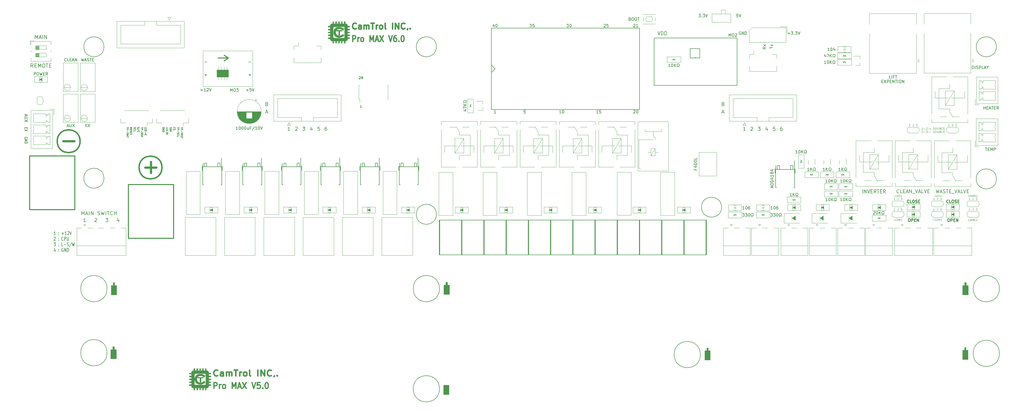
<source format=gbr>
%TF.GenerationSoftware,KiCad,Pcbnew,8.0.4*%
%TF.CreationDate,2024-10-04T20:54:15+09:00*%
%TF.ProjectId,FullHouse_Main_V6.0,46756c6c-486f-4757-9365-5f4d61696e5f,rev?*%
%TF.SameCoordinates,Original*%
%TF.FileFunction,Legend,Top*%
%TF.FilePolarity,Positive*%
%FSLAX46Y46*%
G04 Gerber Fmt 4.6, Leading zero omitted, Abs format (unit mm)*
G04 Created by KiCad (PCBNEW 8.0.4) date 2024-10-04 20:54:15*
%MOMM*%
%LPD*%
G01*
G04 APERTURE LIST*
%ADD10C,0.120000*%
%ADD11C,0.500000*%
%ADD12C,0.150000*%
%ADD13C,0.800000*%
%ADD14C,0.180000*%
%ADD15C,0.100000*%
%ADD16C,0.400000*%
%ADD17C,0.200000*%
%ADD18C,0.250000*%
%ADD19C,0.170000*%
%ADD20C,0.350000*%
%ADD21C,0.010000*%
%ADD22C,0.300000*%
G04 APERTURE END LIST*
D10*
X64505000Y-180385000D02*
X65055000Y-180385000D01*
X65055000Y-181385000D01*
X64505000Y-181385000D01*
X64505000Y-180385000D01*
G36*
X64505000Y-180385000D02*
G01*
X65055000Y-180385000D01*
X65055000Y-181385000D01*
X64505000Y-181385000D01*
X64505000Y-180385000D01*
G37*
X63830000Y-181385000D02*
X65730000Y-181385000D01*
X65730000Y-184585000D01*
X63830000Y-184585000D01*
X63830000Y-181385000D01*
G36*
X63830000Y-181385000D02*
G01*
X65730000Y-181385000D01*
X65730000Y-184585000D01*
X63830000Y-184585000D01*
X63830000Y-181385000D01*
G37*
X315522000Y-115470414D02*
G75*
G02*
X315422000Y-115470414I-50000J0D01*
G01*
X315422000Y-115470414D02*
G75*
G02*
X315522000Y-115470414I50000J0D01*
G01*
X63930000Y-159385000D02*
X65830000Y-159385000D01*
X65830000Y-162585000D01*
X63930000Y-162585000D01*
X63930000Y-159385000D01*
G36*
X63930000Y-159385000D02*
G01*
X65830000Y-159385000D01*
X65830000Y-162585000D01*
X63930000Y-162585000D01*
X63930000Y-159385000D01*
G37*
X267480000Y-181785000D02*
X269380000Y-181785000D01*
X269380000Y-184985000D01*
X267480000Y-184985000D01*
X267480000Y-181785000D01*
G36*
X267480000Y-181785000D02*
G01*
X269380000Y-181785000D01*
X269380000Y-184985000D01*
X267480000Y-184985000D01*
X267480000Y-181785000D01*
G37*
D11*
X81400000Y-118925000D02*
G75*
G02*
X73550000Y-118925000I-3925000J0D01*
G01*
X73550000Y-118925000D02*
G75*
G02*
X81400000Y-118925000I3925000J0D01*
G01*
D10*
X355930000Y-159385000D02*
X357830000Y-159385000D01*
X357830000Y-162585000D01*
X355930000Y-162585000D01*
X355930000Y-159385000D01*
G36*
X355930000Y-159385000D02*
G01*
X357830000Y-159385000D01*
X357830000Y-162585000D01*
X355930000Y-162585000D01*
X355930000Y-159385000D01*
G37*
X355880000Y-181615000D02*
X357780000Y-181615000D01*
X357780000Y-184815000D01*
X355880000Y-184815000D01*
X355880000Y-181615000D01*
G36*
X355880000Y-181615000D02*
G01*
X357780000Y-181615000D01*
X357780000Y-184815000D01*
X355880000Y-184815000D01*
X355880000Y-181615000D01*
G37*
X310172000Y-115470414D02*
G75*
G02*
X310072000Y-115470414I-50000J0D01*
G01*
X310072000Y-115470414D02*
G75*
G02*
X310172000Y-115470414I50000J0D01*
G01*
X178030000Y-159205000D02*
X179930000Y-159205000D01*
X179930000Y-162405000D01*
X178030000Y-162405000D01*
X178030000Y-159205000D01*
G36*
X178030000Y-159205000D02*
G01*
X179930000Y-159205000D01*
X179930000Y-162405000D01*
X178030000Y-162405000D01*
X178030000Y-159205000D01*
G37*
D11*
X53325000Y-109900000D02*
G75*
G02*
X45475000Y-109900000I-3925000J0D01*
G01*
X45475000Y-109900000D02*
G75*
G02*
X53325000Y-109900000I3925000J0D01*
G01*
D10*
X64605000Y-158385000D02*
X65155000Y-158385000D01*
X65155000Y-159385000D01*
X64605000Y-159385000D01*
X64605000Y-158385000D01*
G36*
X64605000Y-158385000D02*
G01*
X65155000Y-158385000D01*
X65155000Y-159385000D01*
X64605000Y-159385000D01*
X64605000Y-158385000D01*
G37*
X356605000Y-158385000D02*
X357155000Y-158385000D01*
X357155000Y-159385000D01*
X356605000Y-159385000D01*
X356605000Y-158385000D01*
G36*
X356605000Y-158385000D02*
G01*
X357155000Y-158385000D01*
X357155000Y-159385000D01*
X356605000Y-159385000D01*
X356605000Y-158385000D01*
G37*
X177880000Y-193585000D02*
X179780000Y-193585000D01*
X179780000Y-196785000D01*
X177880000Y-196785000D01*
X177880000Y-193585000D01*
G36*
X177880000Y-193585000D02*
G01*
X179780000Y-193585000D01*
X179780000Y-196785000D01*
X177880000Y-196785000D01*
X177880000Y-193585000D01*
G37*
X356555000Y-180615000D02*
X357105000Y-180615000D01*
X357105000Y-181615000D01*
X356555000Y-181615000D01*
X356555000Y-180615000D01*
G36*
X356555000Y-180615000D02*
G01*
X357105000Y-180615000D01*
X357105000Y-181615000D01*
X356555000Y-181615000D01*
X356555000Y-180615000D01*
G37*
X178705000Y-158205000D02*
X179255000Y-158205000D01*
X179255000Y-159205000D01*
X178705000Y-159205000D01*
X178705000Y-158205000D01*
G36*
X178705000Y-158205000D02*
G01*
X179255000Y-158205000D01*
X179255000Y-159205000D01*
X178705000Y-159205000D01*
X178705000Y-158205000D01*
G37*
X268155000Y-180785000D02*
X268705000Y-180785000D01*
X268705000Y-181785000D01*
X268155000Y-181785000D01*
X268155000Y-180785000D01*
G36*
X268155000Y-180785000D02*
G01*
X268705000Y-180785000D01*
X268705000Y-181785000D01*
X268155000Y-181785000D01*
X268155000Y-180785000D01*
G37*
D12*
X363700476Y-112157733D02*
X364271904Y-112157733D01*
X363986190Y-113157733D02*
X363986190Y-112157733D01*
X364605238Y-112633923D02*
X364938571Y-112633923D01*
X365081428Y-113157733D02*
X364605238Y-113157733D01*
X364605238Y-113157733D02*
X364605238Y-112157733D01*
X364605238Y-112157733D02*
X365081428Y-112157733D01*
X365510000Y-113157733D02*
X365510000Y-112157733D01*
X365510000Y-112157733D02*
X365843333Y-112872018D01*
X365843333Y-112872018D02*
X366176666Y-112157733D01*
X366176666Y-112157733D02*
X366176666Y-113157733D01*
X366652857Y-113157733D02*
X366652857Y-112157733D01*
X366652857Y-112157733D02*
X367033809Y-112157733D01*
X367033809Y-112157733D02*
X367129047Y-112205352D01*
X367129047Y-112205352D02*
X367176666Y-112252971D01*
X367176666Y-112252971D02*
X367224285Y-112348209D01*
X367224285Y-112348209D02*
X367224285Y-112491066D01*
X367224285Y-112491066D02*
X367176666Y-112586304D01*
X367176666Y-112586304D02*
X367129047Y-112633923D01*
X367129047Y-112633923D02*
X367033809Y-112681542D01*
X367033809Y-112681542D02*
X366652857Y-112681542D01*
D13*
X47570238Y-109866733D02*
X51379762Y-109866733D01*
D14*
X117006286Y-99953339D02*
X117577715Y-99953339D01*
X116892000Y-100296196D02*
X117292000Y-99096196D01*
X117292000Y-99096196D02*
X117692000Y-100296196D01*
X137840572Y-105031211D02*
X137612000Y-105031211D01*
X137612000Y-105031211D02*
X137497714Y-105088354D01*
X137497714Y-105088354D02*
X137440572Y-105145497D01*
X137440572Y-105145497D02*
X137326286Y-105316926D01*
X137326286Y-105316926D02*
X137269143Y-105545497D01*
X137269143Y-105545497D02*
X137269143Y-106002640D01*
X137269143Y-106002640D02*
X137326286Y-106116926D01*
X137326286Y-106116926D02*
X137383429Y-106174069D01*
X137383429Y-106174069D02*
X137497714Y-106231211D01*
X137497714Y-106231211D02*
X137726286Y-106231211D01*
X137726286Y-106231211D02*
X137840572Y-106174069D01*
X137840572Y-106174069D02*
X137897714Y-106116926D01*
X137897714Y-106116926D02*
X137954857Y-106002640D01*
X137954857Y-106002640D02*
X137954857Y-105716926D01*
X137954857Y-105716926D02*
X137897714Y-105602640D01*
X137897714Y-105602640D02*
X137840572Y-105545497D01*
X137840572Y-105545497D02*
X137726286Y-105488354D01*
X137726286Y-105488354D02*
X137497714Y-105488354D01*
X137497714Y-105488354D02*
X137383429Y-105545497D01*
X137383429Y-105545497D02*
X137326286Y-105602640D01*
X137326286Y-105602640D02*
X137269143Y-105716926D01*
X273486286Y-99953338D02*
X274057715Y-99953338D01*
X273372000Y-100296195D02*
X273772000Y-99096195D01*
X273772000Y-99096195D02*
X274172000Y-100296195D01*
X288980572Y-105453696D02*
X288980572Y-106253696D01*
X288694857Y-104996554D02*
X288409143Y-105853696D01*
X288409143Y-105853696D02*
X289152000Y-105853696D01*
X127179143Y-105135497D02*
X127236286Y-105078354D01*
X127236286Y-105078354D02*
X127350572Y-105021211D01*
X127350572Y-105021211D02*
X127636286Y-105021211D01*
X127636286Y-105021211D02*
X127750572Y-105078354D01*
X127750572Y-105078354D02*
X127807714Y-105135497D01*
X127807714Y-105135497D02*
X127864857Y-105249783D01*
X127864857Y-105249783D02*
X127864857Y-105364069D01*
X127864857Y-105364069D02*
X127807714Y-105535497D01*
X127807714Y-105535497D02*
X127122000Y-106221211D01*
X127122000Y-106221211D02*
X127864857Y-106221211D01*
D15*
X358200571Y-137192785D02*
X357857714Y-137192785D01*
X358029143Y-137192785D02*
X358029143Y-136592785D01*
X358029143Y-136592785D02*
X357972000Y-136678499D01*
X357972000Y-136678499D02*
X357914857Y-136735642D01*
X357914857Y-136735642D02*
X357857714Y-136764214D01*
X358400572Y-136592785D02*
X358543429Y-137192785D01*
X358543429Y-137192785D02*
X358657715Y-136764214D01*
X358657715Y-136764214D02*
X358772000Y-137192785D01*
X358772000Y-137192785D02*
X358914858Y-136592785D01*
X359143429Y-137192785D02*
X359143429Y-136592785D01*
X359772000Y-137192785D02*
X359572000Y-136907071D01*
X359429143Y-137192785D02*
X359429143Y-136592785D01*
X359429143Y-136592785D02*
X359657714Y-136592785D01*
X359657714Y-136592785D02*
X359714857Y-136621356D01*
X359714857Y-136621356D02*
X359743428Y-136649928D01*
X359743428Y-136649928D02*
X359772000Y-136707071D01*
X359772000Y-136707071D02*
X359772000Y-136792785D01*
X359772000Y-136792785D02*
X359743428Y-136849928D01*
X359743428Y-136849928D02*
X359714857Y-136878499D01*
X359714857Y-136878499D02*
X359657714Y-136907071D01*
X359657714Y-136907071D02*
X359429143Y-136907071D01*
X360029143Y-136878499D02*
X360229143Y-136878499D01*
X360314857Y-137192785D02*
X360029143Y-137192785D01*
X360029143Y-137192785D02*
X360029143Y-136592785D01*
X360029143Y-136592785D02*
X360314857Y-136592785D01*
X360543428Y-136649928D02*
X360572000Y-136621356D01*
X360572000Y-136621356D02*
X360629143Y-136592785D01*
X360629143Y-136592785D02*
X360772000Y-136592785D01*
X360772000Y-136592785D02*
X360829143Y-136621356D01*
X360829143Y-136621356D02*
X360857714Y-136649928D01*
X360857714Y-136649928D02*
X360886285Y-136707071D01*
X360886285Y-136707071D02*
X360886285Y-136764214D01*
X360886285Y-136764214D02*
X360857714Y-136849928D01*
X360857714Y-136849928D02*
X360514857Y-137192785D01*
X360514857Y-137192785D02*
X360886285Y-137192785D01*
D16*
X146751728Y-75649438D02*
X146751728Y-73649438D01*
X146751728Y-73649438D02*
X147437442Y-73649438D01*
X147437442Y-73649438D02*
X147608871Y-73744676D01*
X147608871Y-73744676D02*
X147694585Y-73839914D01*
X147694585Y-73839914D02*
X147780299Y-74030390D01*
X147780299Y-74030390D02*
X147780299Y-74316104D01*
X147780299Y-74316104D02*
X147694585Y-74506580D01*
X147694585Y-74506580D02*
X147608871Y-74601819D01*
X147608871Y-74601819D02*
X147437442Y-74697057D01*
X147437442Y-74697057D02*
X146751728Y-74697057D01*
X148551728Y-75649438D02*
X148551728Y-74316104D01*
X148551728Y-74697057D02*
X148637442Y-74506580D01*
X148637442Y-74506580D02*
X148723157Y-74411342D01*
X148723157Y-74411342D02*
X148894585Y-74316104D01*
X148894585Y-74316104D02*
X149066014Y-74316104D01*
X149923157Y-75649438D02*
X149751728Y-75554200D01*
X149751728Y-75554200D02*
X149666014Y-75458961D01*
X149666014Y-75458961D02*
X149580300Y-75268485D01*
X149580300Y-75268485D02*
X149580300Y-74697057D01*
X149580300Y-74697057D02*
X149666014Y-74506580D01*
X149666014Y-74506580D02*
X149751728Y-74411342D01*
X149751728Y-74411342D02*
X149923157Y-74316104D01*
X149923157Y-74316104D02*
X150180300Y-74316104D01*
X150180300Y-74316104D02*
X150351728Y-74411342D01*
X150351728Y-74411342D02*
X150437443Y-74506580D01*
X150437443Y-74506580D02*
X150523157Y-74697057D01*
X150523157Y-74697057D02*
X150523157Y-75268485D01*
X150523157Y-75268485D02*
X150437443Y-75458961D01*
X150437443Y-75458961D02*
X150351728Y-75554200D01*
X150351728Y-75554200D02*
X150180300Y-75649438D01*
X150180300Y-75649438D02*
X149923157Y-75649438D01*
X152666014Y-75649438D02*
X152666014Y-73649438D01*
X152666014Y-73649438D02*
X153266014Y-75078009D01*
X153266014Y-75078009D02*
X153866014Y-73649438D01*
X153866014Y-73649438D02*
X153866014Y-75649438D01*
X154637443Y-75078009D02*
X155494586Y-75078009D01*
X154466014Y-75649438D02*
X155066014Y-73649438D01*
X155066014Y-73649438D02*
X155666014Y-75649438D01*
X156094585Y-73649438D02*
X157294585Y-75649438D01*
X157294585Y-73649438D02*
X156094585Y-75649438D01*
X159094586Y-73649438D02*
X159694586Y-75649438D01*
X159694586Y-75649438D02*
X160294586Y-73649438D01*
X161666015Y-73649438D02*
X161323157Y-73649438D01*
X161323157Y-73649438D02*
X161151729Y-73744676D01*
X161151729Y-73744676D02*
X161066015Y-73839914D01*
X161066015Y-73839914D02*
X160894586Y-74125628D01*
X160894586Y-74125628D02*
X160808872Y-74506580D01*
X160808872Y-74506580D02*
X160808872Y-75268485D01*
X160808872Y-75268485D02*
X160894586Y-75458961D01*
X160894586Y-75458961D02*
X160980300Y-75554200D01*
X160980300Y-75554200D02*
X161151729Y-75649438D01*
X161151729Y-75649438D02*
X161494586Y-75649438D01*
X161494586Y-75649438D02*
X161666015Y-75554200D01*
X161666015Y-75554200D02*
X161751729Y-75458961D01*
X161751729Y-75458961D02*
X161837443Y-75268485D01*
X161837443Y-75268485D02*
X161837443Y-74792295D01*
X161837443Y-74792295D02*
X161751729Y-74601819D01*
X161751729Y-74601819D02*
X161666015Y-74506580D01*
X161666015Y-74506580D02*
X161494586Y-74411342D01*
X161494586Y-74411342D02*
X161151729Y-74411342D01*
X161151729Y-74411342D02*
X160980300Y-74506580D01*
X160980300Y-74506580D02*
X160894586Y-74601819D01*
X160894586Y-74601819D02*
X160808872Y-74792295D01*
X162608872Y-75458961D02*
X162694586Y-75554200D01*
X162694586Y-75554200D02*
X162608872Y-75649438D01*
X162608872Y-75649438D02*
X162523158Y-75554200D01*
X162523158Y-75554200D02*
X162608872Y-75458961D01*
X162608872Y-75458961D02*
X162608872Y-75649438D01*
X163808872Y-73649438D02*
X163980301Y-73649438D01*
X163980301Y-73649438D02*
X164151729Y-73744676D01*
X164151729Y-73744676D02*
X164237444Y-73839914D01*
X164237444Y-73839914D02*
X164323158Y-74030390D01*
X164323158Y-74030390D02*
X164408872Y-74411342D01*
X164408872Y-74411342D02*
X164408872Y-74887533D01*
X164408872Y-74887533D02*
X164323158Y-75268485D01*
X164323158Y-75268485D02*
X164237444Y-75458961D01*
X164237444Y-75458961D02*
X164151729Y-75554200D01*
X164151729Y-75554200D02*
X163980301Y-75649438D01*
X163980301Y-75649438D02*
X163808872Y-75649438D01*
X163808872Y-75649438D02*
X163637444Y-75554200D01*
X163637444Y-75554200D02*
X163551729Y-75458961D01*
X163551729Y-75458961D02*
X163466015Y-75268485D01*
X163466015Y-75268485D02*
X163380301Y-74887533D01*
X163380301Y-74887533D02*
X163380301Y-74411342D01*
X163380301Y-74411342D02*
X163466015Y-74030390D01*
X163466015Y-74030390D02*
X163551729Y-73839914D01*
X163551729Y-73839914D02*
X163637444Y-73744676D01*
X163637444Y-73744676D02*
X163808872Y-73649438D01*
D14*
X273857714Y-97127624D02*
X274029142Y-97184767D01*
X274029142Y-97184767D02*
X274086285Y-97241910D01*
X274086285Y-97241910D02*
X274143428Y-97356195D01*
X274143428Y-97356195D02*
X274143428Y-97527624D01*
X274143428Y-97527624D02*
X274086285Y-97641910D01*
X274086285Y-97641910D02*
X274029142Y-97699053D01*
X274029142Y-97699053D02*
X273914857Y-97756195D01*
X273914857Y-97756195D02*
X273457714Y-97756195D01*
X273457714Y-97756195D02*
X273457714Y-96556195D01*
X273457714Y-96556195D02*
X273857714Y-96556195D01*
X273857714Y-96556195D02*
X273972000Y-96613338D01*
X273972000Y-96613338D02*
X274029142Y-96670481D01*
X274029142Y-96670481D02*
X274086285Y-96784767D01*
X274086285Y-96784767D02*
X274086285Y-96899053D01*
X274086285Y-96899053D02*
X274029142Y-97013338D01*
X274029142Y-97013338D02*
X273972000Y-97070481D01*
X273972000Y-97070481D02*
X273857714Y-97127624D01*
X273857714Y-97127624D02*
X273457714Y-97127624D01*
D17*
X37207143Y-84576004D02*
X36773810Y-83956957D01*
X36464286Y-84576004D02*
X36464286Y-83276004D01*
X36464286Y-83276004D02*
X36959524Y-83276004D01*
X36959524Y-83276004D02*
X37083334Y-83337909D01*
X37083334Y-83337909D02*
X37145239Y-83399814D01*
X37145239Y-83399814D02*
X37207143Y-83523623D01*
X37207143Y-83523623D02*
X37207143Y-83709338D01*
X37207143Y-83709338D02*
X37145239Y-83833147D01*
X37145239Y-83833147D02*
X37083334Y-83895052D01*
X37083334Y-83895052D02*
X36959524Y-83956957D01*
X36959524Y-83956957D02*
X36464286Y-83956957D01*
X37764286Y-83895052D02*
X38197620Y-83895052D01*
X38383334Y-84576004D02*
X37764286Y-84576004D01*
X37764286Y-84576004D02*
X37764286Y-83276004D01*
X37764286Y-83276004D02*
X38383334Y-83276004D01*
X38940476Y-84576004D02*
X38940476Y-83276004D01*
X38940476Y-83276004D02*
X39373810Y-84204576D01*
X39373810Y-84204576D02*
X39807143Y-83276004D01*
X39807143Y-83276004D02*
X39807143Y-84576004D01*
X40673809Y-83276004D02*
X40921428Y-83276004D01*
X40921428Y-83276004D02*
X41045238Y-83337909D01*
X41045238Y-83337909D02*
X41169047Y-83461719D01*
X41169047Y-83461719D02*
X41230952Y-83709338D01*
X41230952Y-83709338D02*
X41230952Y-84142671D01*
X41230952Y-84142671D02*
X41169047Y-84390290D01*
X41169047Y-84390290D02*
X41045238Y-84514100D01*
X41045238Y-84514100D02*
X40921428Y-84576004D01*
X40921428Y-84576004D02*
X40673809Y-84576004D01*
X40673809Y-84576004D02*
X40550000Y-84514100D01*
X40550000Y-84514100D02*
X40426190Y-84390290D01*
X40426190Y-84390290D02*
X40364286Y-84142671D01*
X40364286Y-84142671D02*
X40364286Y-83709338D01*
X40364286Y-83709338D02*
X40426190Y-83461719D01*
X40426190Y-83461719D02*
X40550000Y-83337909D01*
X40550000Y-83337909D02*
X40673809Y-83276004D01*
X41602381Y-83276004D02*
X42345238Y-83276004D01*
X41973810Y-84576004D02*
X41973810Y-83276004D01*
X42778571Y-83895052D02*
X43211905Y-83895052D01*
X43397619Y-84576004D02*
X42778571Y-84576004D01*
X42778571Y-84576004D02*
X42778571Y-83276004D01*
X42778571Y-83276004D02*
X43397619Y-83276004D01*
D13*
X75645238Y-118891733D02*
X79454762Y-118891733D01*
X77550000Y-120796495D02*
X77550000Y-116986971D01*
D12*
X278912969Y-66294819D02*
X278436779Y-66294819D01*
X278436779Y-66294819D02*
X278389160Y-66771009D01*
X278389160Y-66771009D02*
X278436779Y-66723390D01*
X278436779Y-66723390D02*
X278532017Y-66675771D01*
X278532017Y-66675771D02*
X278770112Y-66675771D01*
X278770112Y-66675771D02*
X278865350Y-66723390D01*
X278865350Y-66723390D02*
X278912969Y-66771009D01*
X278912969Y-66771009D02*
X278960588Y-66866247D01*
X278960588Y-66866247D02*
X278960588Y-67104342D01*
X278960588Y-67104342D02*
X278912969Y-67199580D01*
X278912969Y-67199580D02*
X278865350Y-67247200D01*
X278865350Y-67247200D02*
X278770112Y-67294819D01*
X278770112Y-67294819D02*
X278532017Y-67294819D01*
X278532017Y-67294819D02*
X278436779Y-67247200D01*
X278436779Y-67247200D02*
X278389160Y-67199580D01*
X279246303Y-66294819D02*
X279579636Y-67294819D01*
X279579636Y-67294819D02*
X279912969Y-66294819D01*
D17*
X37919047Y-74756004D02*
X37919047Y-73456004D01*
X37919047Y-73456004D02*
X38352381Y-74384576D01*
X38352381Y-74384576D02*
X38785714Y-73456004D01*
X38785714Y-73456004D02*
X38785714Y-74756004D01*
X39342857Y-74384576D02*
X39961904Y-74384576D01*
X39219047Y-74756004D02*
X39652380Y-73456004D01*
X39652380Y-73456004D02*
X40085714Y-74756004D01*
X40519047Y-74756004D02*
X40519047Y-73456004D01*
X41138095Y-74756004D02*
X41138095Y-73456004D01*
X41138095Y-73456004D02*
X41880952Y-74756004D01*
X41880952Y-74756004D02*
X41880952Y-73456004D01*
D14*
X66548572Y-136741196D02*
X66548572Y-137541196D01*
X66262857Y-136284054D02*
X65977143Y-137141196D01*
X65977143Y-137141196D02*
X66720000Y-137141196D01*
X125284857Y-106221211D02*
X124599143Y-106221211D01*
X124942000Y-106221211D02*
X124942000Y-105021211D01*
X124942000Y-105021211D02*
X124827714Y-105192640D01*
X124827714Y-105192640D02*
X124713429Y-105306926D01*
X124713429Y-105306926D02*
X124599143Y-105364069D01*
X285812000Y-105053696D02*
X286554857Y-105053696D01*
X286554857Y-105053696D02*
X286154857Y-105510839D01*
X286154857Y-105510839D02*
X286326286Y-105510839D01*
X286326286Y-105510839D02*
X286440572Y-105567982D01*
X286440572Y-105567982D02*
X286497714Y-105625125D01*
X286497714Y-105625125D02*
X286554857Y-105739411D01*
X286554857Y-105739411D02*
X286554857Y-106025125D01*
X286554857Y-106025125D02*
X286497714Y-106139411D01*
X286497714Y-106139411D02*
X286440572Y-106196554D01*
X286440572Y-106196554D02*
X286326286Y-106253696D01*
X286326286Y-106253696D02*
X285983429Y-106253696D01*
X285983429Y-106253696D02*
X285869143Y-106196554D01*
X285869143Y-106196554D02*
X285812000Y-106139411D01*
X334121429Y-127576422D02*
X334064286Y-127633565D01*
X334064286Y-127633565D02*
X333892858Y-127690707D01*
X333892858Y-127690707D02*
X333778572Y-127690707D01*
X333778572Y-127690707D02*
X333607143Y-127633565D01*
X333607143Y-127633565D02*
X333492858Y-127519279D01*
X333492858Y-127519279D02*
X333435715Y-127404993D01*
X333435715Y-127404993D02*
X333378572Y-127176422D01*
X333378572Y-127176422D02*
X333378572Y-127004993D01*
X333378572Y-127004993D02*
X333435715Y-126776422D01*
X333435715Y-126776422D02*
X333492858Y-126662136D01*
X333492858Y-126662136D02*
X333607143Y-126547850D01*
X333607143Y-126547850D02*
X333778572Y-126490707D01*
X333778572Y-126490707D02*
X333892858Y-126490707D01*
X333892858Y-126490707D02*
X334064286Y-126547850D01*
X334064286Y-126547850D02*
X334121429Y-126604993D01*
X335207143Y-127690707D02*
X334635715Y-127690707D01*
X334635715Y-127690707D02*
X334635715Y-126490707D01*
X335607144Y-127062136D02*
X336007144Y-127062136D01*
X336178572Y-127690707D02*
X335607144Y-127690707D01*
X335607144Y-127690707D02*
X335607144Y-126490707D01*
X335607144Y-126490707D02*
X336178572Y-126490707D01*
X336635715Y-127347850D02*
X337207144Y-127347850D01*
X336521429Y-127690707D02*
X336921429Y-126490707D01*
X336921429Y-126490707D02*
X337321429Y-127690707D01*
X337721429Y-127690707D02*
X337721429Y-126490707D01*
X337721429Y-126490707D02*
X338407143Y-127690707D01*
X338407143Y-127690707D02*
X338407143Y-126490707D01*
X338692858Y-127804993D02*
X339607143Y-127804993D01*
X339721429Y-126490707D02*
X340121429Y-127690707D01*
X340121429Y-127690707D02*
X340521429Y-126490707D01*
X340864286Y-127347850D02*
X341435715Y-127347850D01*
X340750000Y-127690707D02*
X341150000Y-126490707D01*
X341150000Y-126490707D02*
X341550000Y-127690707D01*
X342521428Y-127690707D02*
X341950000Y-127690707D01*
X341950000Y-127690707D02*
X341950000Y-126490707D01*
X342750000Y-126490707D02*
X343150000Y-127690707D01*
X343150000Y-127690707D02*
X343550000Y-126490707D01*
X343950000Y-127062136D02*
X344350000Y-127062136D01*
X344521428Y-127690707D02*
X343950000Y-127690707D01*
X343950000Y-127690707D02*
X343950000Y-126490707D01*
X343950000Y-126490707D02*
X344521428Y-126490707D01*
X293990572Y-105073696D02*
X293762000Y-105073696D01*
X293762000Y-105073696D02*
X293647714Y-105130839D01*
X293647714Y-105130839D02*
X293590572Y-105187982D01*
X293590572Y-105187982D02*
X293476286Y-105359411D01*
X293476286Y-105359411D02*
X293419143Y-105587982D01*
X293419143Y-105587982D02*
X293419143Y-106045125D01*
X293419143Y-106045125D02*
X293476286Y-106159411D01*
X293476286Y-106159411D02*
X293533429Y-106216554D01*
X293533429Y-106216554D02*
X293647714Y-106273696D01*
X293647714Y-106273696D02*
X293876286Y-106273696D01*
X293876286Y-106273696D02*
X293990572Y-106216554D01*
X293990572Y-106216554D02*
X294047714Y-106159411D01*
X294047714Y-106159411D02*
X294104857Y-106045125D01*
X294104857Y-106045125D02*
X294104857Y-105759411D01*
X294104857Y-105759411D02*
X294047714Y-105645125D01*
X294047714Y-105645125D02*
X293990572Y-105587982D01*
X293990572Y-105587982D02*
X293876286Y-105530839D01*
X293876286Y-105530839D02*
X293647714Y-105530839D01*
X293647714Y-105530839D02*
X293533429Y-105587982D01*
X293533429Y-105587982D02*
X293476286Y-105645125D01*
X293476286Y-105645125D02*
X293419143Y-105759411D01*
D16*
X99165537Y-194709438D02*
X99165537Y-192709438D01*
X99165537Y-192709438D02*
X99889347Y-192709438D01*
X99889347Y-192709438D02*
X100070299Y-192804676D01*
X100070299Y-192804676D02*
X100160776Y-192899914D01*
X100160776Y-192899914D02*
X100251252Y-193090390D01*
X100251252Y-193090390D02*
X100251252Y-193376104D01*
X100251252Y-193376104D02*
X100160776Y-193566580D01*
X100160776Y-193566580D02*
X100070299Y-193661819D01*
X100070299Y-193661819D02*
X99889347Y-193757057D01*
X99889347Y-193757057D02*
X99165537Y-193757057D01*
X101065537Y-194709438D02*
X101065537Y-193376104D01*
X101065537Y-193757057D02*
X101156014Y-193566580D01*
X101156014Y-193566580D02*
X101246490Y-193471342D01*
X101246490Y-193471342D02*
X101427442Y-193376104D01*
X101427442Y-193376104D02*
X101608395Y-193376104D01*
X102513156Y-194709438D02*
X102332204Y-194614200D01*
X102332204Y-194614200D02*
X102241727Y-194518961D01*
X102241727Y-194518961D02*
X102151251Y-194328485D01*
X102151251Y-194328485D02*
X102151251Y-193757057D01*
X102151251Y-193757057D02*
X102241727Y-193566580D01*
X102241727Y-193566580D02*
X102332204Y-193471342D01*
X102332204Y-193471342D02*
X102513156Y-193376104D01*
X102513156Y-193376104D02*
X102784585Y-193376104D01*
X102784585Y-193376104D02*
X102965537Y-193471342D01*
X102965537Y-193471342D02*
X103056013Y-193566580D01*
X103056013Y-193566580D02*
X103146489Y-193757057D01*
X103146489Y-193757057D02*
X103146489Y-194328485D01*
X103146489Y-194328485D02*
X103056013Y-194518961D01*
X103056013Y-194518961D02*
X102965537Y-194614200D01*
X102965537Y-194614200D02*
X102784585Y-194709438D01*
X102784585Y-194709438D02*
X102513156Y-194709438D01*
X105408394Y-194709438D02*
X105408394Y-192709438D01*
X105408394Y-192709438D02*
X106041728Y-194138009D01*
X106041728Y-194138009D02*
X106675061Y-192709438D01*
X106675061Y-192709438D02*
X106675061Y-194709438D01*
X107489347Y-194138009D02*
X108394109Y-194138009D01*
X107308395Y-194709438D02*
X107941728Y-192709438D01*
X107941728Y-192709438D02*
X108575062Y-194709438D01*
X109027442Y-192709438D02*
X110294109Y-194709438D01*
X110294109Y-192709438D02*
X109027442Y-194709438D01*
X112194109Y-192709438D02*
X112827442Y-194709438D01*
X112827442Y-194709438D02*
X113460776Y-192709438D01*
X114998870Y-192709438D02*
X114094108Y-192709438D01*
X114094108Y-192709438D02*
X114003632Y-193661819D01*
X114003632Y-193661819D02*
X114094108Y-193566580D01*
X114094108Y-193566580D02*
X114275061Y-193471342D01*
X114275061Y-193471342D02*
X114727442Y-193471342D01*
X114727442Y-193471342D02*
X114908394Y-193566580D01*
X114908394Y-193566580D02*
X114998870Y-193661819D01*
X114998870Y-193661819D02*
X115089347Y-193852295D01*
X115089347Y-193852295D02*
X115089347Y-194328485D01*
X115089347Y-194328485D02*
X114998870Y-194518961D01*
X114998870Y-194518961D02*
X114908394Y-194614200D01*
X114908394Y-194614200D02*
X114727442Y-194709438D01*
X114727442Y-194709438D02*
X114275061Y-194709438D01*
X114275061Y-194709438D02*
X114094108Y-194614200D01*
X114094108Y-194614200D02*
X114003632Y-194518961D01*
X115903632Y-194518961D02*
X115994109Y-194614200D01*
X115994109Y-194614200D02*
X115903632Y-194709438D01*
X115903632Y-194709438D02*
X115813156Y-194614200D01*
X115813156Y-194614200D02*
X115903632Y-194518961D01*
X115903632Y-194518961D02*
X115903632Y-194709438D01*
X117170299Y-192709438D02*
X117351252Y-192709438D01*
X117351252Y-192709438D02*
X117532204Y-192804676D01*
X117532204Y-192804676D02*
X117622680Y-192899914D01*
X117622680Y-192899914D02*
X117713156Y-193090390D01*
X117713156Y-193090390D02*
X117803633Y-193471342D01*
X117803633Y-193471342D02*
X117803633Y-193947533D01*
X117803633Y-193947533D02*
X117713156Y-194328485D01*
X117713156Y-194328485D02*
X117622680Y-194518961D01*
X117622680Y-194518961D02*
X117532204Y-194614200D01*
X117532204Y-194614200D02*
X117351252Y-194709438D01*
X117351252Y-194709438D02*
X117170299Y-194709438D01*
X117170299Y-194709438D02*
X116989347Y-194614200D01*
X116989347Y-194614200D02*
X116898871Y-194518961D01*
X116898871Y-194518961D02*
X116808394Y-194328485D01*
X116808394Y-194328485D02*
X116717918Y-193947533D01*
X116717918Y-193947533D02*
X116717918Y-193471342D01*
X116717918Y-193471342D02*
X116808394Y-193090390D01*
X116808394Y-193090390D02*
X116898871Y-192899914D01*
X116898871Y-192899914D02*
X116989347Y-192804676D01*
X116989347Y-192804676D02*
X117170299Y-192709438D01*
D15*
X332307715Y-128714214D02*
X332764858Y-128714214D01*
X333336286Y-128942785D02*
X333050572Y-128942785D01*
X333050572Y-128942785D02*
X333050572Y-128342785D01*
X333536286Y-128628499D02*
X333736286Y-128628499D01*
X333822000Y-128942785D02*
X333536286Y-128942785D01*
X333536286Y-128942785D02*
X333536286Y-128342785D01*
X333536286Y-128342785D02*
X333822000Y-128342785D01*
X334079143Y-128942785D02*
X334079143Y-128342785D01*
X334079143Y-128342785D02*
X334222000Y-128342785D01*
X334222000Y-128342785D02*
X334307714Y-128371356D01*
X334307714Y-128371356D02*
X334364857Y-128428499D01*
X334364857Y-128428499D02*
X334393428Y-128485642D01*
X334393428Y-128485642D02*
X334422000Y-128599928D01*
X334422000Y-128599928D02*
X334422000Y-128685642D01*
X334422000Y-128685642D02*
X334393428Y-128799928D01*
X334393428Y-128799928D02*
X334364857Y-128857071D01*
X334364857Y-128857071D02*
X334307714Y-128914214D01*
X334307714Y-128914214D02*
X334222000Y-128942785D01*
X334222000Y-128942785D02*
X334079143Y-128942785D01*
X334679143Y-128714214D02*
X335136286Y-128714214D01*
X334907714Y-128942785D02*
X334907714Y-128485642D01*
D14*
X55232857Y-137552553D02*
X54547143Y-137552553D01*
X54890000Y-137552553D02*
X54890000Y-136352553D01*
X54890000Y-136352553D02*
X54775714Y-136523982D01*
X54775714Y-136523982D02*
X54661429Y-136638268D01*
X54661429Y-136638268D02*
X54547143Y-136695411D01*
D12*
X331271904Y-88254819D02*
X330795714Y-88254819D01*
X330795714Y-88254819D02*
X330795714Y-87254819D01*
X331605238Y-88254819D02*
X331605238Y-87254819D01*
X332414761Y-87731009D02*
X332081428Y-87731009D01*
X332081428Y-88254819D02*
X332081428Y-87254819D01*
X332081428Y-87254819D02*
X332557618Y-87254819D01*
X332795714Y-87254819D02*
X333367142Y-87254819D01*
X333081428Y-88254819D02*
X333081428Y-87254819D01*
X328176667Y-89340953D02*
X328510000Y-89340953D01*
X328652857Y-89864763D02*
X328176667Y-89864763D01*
X328176667Y-89864763D02*
X328176667Y-88864763D01*
X328176667Y-88864763D02*
X328652857Y-88864763D01*
X328986191Y-88864763D02*
X329652857Y-89864763D01*
X329652857Y-88864763D02*
X328986191Y-89864763D01*
X330033810Y-89864763D02*
X330033810Y-88864763D01*
X330033810Y-88864763D02*
X330414762Y-88864763D01*
X330414762Y-88864763D02*
X330510000Y-88912382D01*
X330510000Y-88912382D02*
X330557619Y-88960001D01*
X330557619Y-88960001D02*
X330605238Y-89055239D01*
X330605238Y-89055239D02*
X330605238Y-89198096D01*
X330605238Y-89198096D02*
X330557619Y-89293334D01*
X330557619Y-89293334D02*
X330510000Y-89340953D01*
X330510000Y-89340953D02*
X330414762Y-89388572D01*
X330414762Y-89388572D02*
X330033810Y-89388572D01*
X331033810Y-89340953D02*
X331367143Y-89340953D01*
X331510000Y-89864763D02*
X331033810Y-89864763D01*
X331033810Y-89864763D02*
X331033810Y-88864763D01*
X331033810Y-88864763D02*
X331510000Y-88864763D01*
X331938572Y-89864763D02*
X331938572Y-88864763D01*
X331938572Y-88864763D02*
X332510000Y-89864763D01*
X332510000Y-89864763D02*
X332510000Y-88864763D01*
X332843334Y-88864763D02*
X333414762Y-88864763D01*
X333129048Y-89864763D02*
X333129048Y-88864763D01*
X333748096Y-89864763D02*
X333748096Y-88864763D01*
X334414762Y-88864763D02*
X334605238Y-88864763D01*
X334605238Y-88864763D02*
X334700476Y-88912382D01*
X334700476Y-88912382D02*
X334795714Y-89007620D01*
X334795714Y-89007620D02*
X334843333Y-89198096D01*
X334843333Y-89198096D02*
X334843333Y-89531429D01*
X334843333Y-89531429D02*
X334795714Y-89721905D01*
X334795714Y-89721905D02*
X334700476Y-89817144D01*
X334700476Y-89817144D02*
X334605238Y-89864763D01*
X334605238Y-89864763D02*
X334414762Y-89864763D01*
X334414762Y-89864763D02*
X334319524Y-89817144D01*
X334319524Y-89817144D02*
X334224286Y-89721905D01*
X334224286Y-89721905D02*
X334176667Y-89531429D01*
X334176667Y-89531429D02*
X334176667Y-89198096D01*
X334176667Y-89198096D02*
X334224286Y-89007620D01*
X334224286Y-89007620D02*
X334319524Y-88912382D01*
X334319524Y-88912382D02*
X334414762Y-88864763D01*
X335271905Y-89864763D02*
X335271905Y-88864763D01*
X335271905Y-88864763D02*
X335843333Y-89864763D01*
X335843333Y-89864763D02*
X335843333Y-88864763D01*
X359211905Y-85029819D02*
X359211905Y-84029819D01*
X359211905Y-84029819D02*
X359450000Y-84029819D01*
X359450000Y-84029819D02*
X359592857Y-84077438D01*
X359592857Y-84077438D02*
X359688095Y-84172676D01*
X359688095Y-84172676D02*
X359735714Y-84267914D01*
X359735714Y-84267914D02*
X359783333Y-84458390D01*
X359783333Y-84458390D02*
X359783333Y-84601247D01*
X359783333Y-84601247D02*
X359735714Y-84791723D01*
X359735714Y-84791723D02*
X359688095Y-84886961D01*
X359688095Y-84886961D02*
X359592857Y-84982200D01*
X359592857Y-84982200D02*
X359450000Y-85029819D01*
X359450000Y-85029819D02*
X359211905Y-85029819D01*
X360211905Y-85029819D02*
X360211905Y-84029819D01*
X360640476Y-84982200D02*
X360783333Y-85029819D01*
X360783333Y-85029819D02*
X361021428Y-85029819D01*
X361021428Y-85029819D02*
X361116666Y-84982200D01*
X361116666Y-84982200D02*
X361164285Y-84934580D01*
X361164285Y-84934580D02*
X361211904Y-84839342D01*
X361211904Y-84839342D02*
X361211904Y-84744104D01*
X361211904Y-84744104D02*
X361164285Y-84648866D01*
X361164285Y-84648866D02*
X361116666Y-84601247D01*
X361116666Y-84601247D02*
X361021428Y-84553628D01*
X361021428Y-84553628D02*
X360830952Y-84506009D01*
X360830952Y-84506009D02*
X360735714Y-84458390D01*
X360735714Y-84458390D02*
X360688095Y-84410771D01*
X360688095Y-84410771D02*
X360640476Y-84315533D01*
X360640476Y-84315533D02*
X360640476Y-84220295D01*
X360640476Y-84220295D02*
X360688095Y-84125057D01*
X360688095Y-84125057D02*
X360735714Y-84077438D01*
X360735714Y-84077438D02*
X360830952Y-84029819D01*
X360830952Y-84029819D02*
X361069047Y-84029819D01*
X361069047Y-84029819D02*
X361211904Y-84077438D01*
X361640476Y-85029819D02*
X361640476Y-84029819D01*
X361640476Y-84029819D02*
X362021428Y-84029819D01*
X362021428Y-84029819D02*
X362116666Y-84077438D01*
X362116666Y-84077438D02*
X362164285Y-84125057D01*
X362164285Y-84125057D02*
X362211904Y-84220295D01*
X362211904Y-84220295D02*
X362211904Y-84363152D01*
X362211904Y-84363152D02*
X362164285Y-84458390D01*
X362164285Y-84458390D02*
X362116666Y-84506009D01*
X362116666Y-84506009D02*
X362021428Y-84553628D01*
X362021428Y-84553628D02*
X361640476Y-84553628D01*
X363116666Y-85029819D02*
X362640476Y-85029819D01*
X362640476Y-85029819D02*
X362640476Y-84029819D01*
X363402381Y-84744104D02*
X363878571Y-84744104D01*
X363307143Y-85029819D02*
X363640476Y-84029819D01*
X363640476Y-84029819D02*
X363973809Y-85029819D01*
X364497619Y-84553628D02*
X364497619Y-85029819D01*
X364164286Y-84029819D02*
X364497619Y-84553628D01*
X364497619Y-84553628D02*
X364830952Y-84029819D01*
D14*
X346831429Y-126480171D02*
X347117143Y-127680171D01*
X347117143Y-127680171D02*
X347345715Y-126823029D01*
X347345715Y-126823029D02*
X347574286Y-127680171D01*
X347574286Y-127680171D02*
X347860001Y-126480171D01*
X348260001Y-127337314D02*
X348831430Y-127337314D01*
X348145715Y-127680171D02*
X348545715Y-126480171D01*
X348545715Y-126480171D02*
X348945715Y-127680171D01*
X349288572Y-127623029D02*
X349460001Y-127680171D01*
X349460001Y-127680171D02*
X349745715Y-127680171D01*
X349745715Y-127680171D02*
X349860001Y-127623029D01*
X349860001Y-127623029D02*
X349917143Y-127565886D01*
X349917143Y-127565886D02*
X349974286Y-127451600D01*
X349974286Y-127451600D02*
X349974286Y-127337314D01*
X349974286Y-127337314D02*
X349917143Y-127223029D01*
X349917143Y-127223029D02*
X349860001Y-127165886D01*
X349860001Y-127165886D02*
X349745715Y-127108743D01*
X349745715Y-127108743D02*
X349517143Y-127051600D01*
X349517143Y-127051600D02*
X349402858Y-126994457D01*
X349402858Y-126994457D02*
X349345715Y-126937314D01*
X349345715Y-126937314D02*
X349288572Y-126823029D01*
X349288572Y-126823029D02*
X349288572Y-126708743D01*
X349288572Y-126708743D02*
X349345715Y-126594457D01*
X349345715Y-126594457D02*
X349402858Y-126537314D01*
X349402858Y-126537314D02*
X349517143Y-126480171D01*
X349517143Y-126480171D02*
X349802858Y-126480171D01*
X349802858Y-126480171D02*
X349974286Y-126537314D01*
X350317143Y-126480171D02*
X351002858Y-126480171D01*
X350660000Y-127680171D02*
X350660000Y-126480171D01*
X351402858Y-127051600D02*
X351802858Y-127051600D01*
X351974286Y-127680171D02*
X351402858Y-127680171D01*
X351402858Y-127680171D02*
X351402858Y-126480171D01*
X351402858Y-126480171D02*
X351974286Y-126480171D01*
X352202858Y-127794457D02*
X353117143Y-127794457D01*
X353231429Y-126480171D02*
X353631429Y-127680171D01*
X353631429Y-127680171D02*
X354031429Y-126480171D01*
X354374286Y-127337314D02*
X354945715Y-127337314D01*
X354260000Y-127680171D02*
X354660000Y-126480171D01*
X354660000Y-126480171D02*
X355060000Y-127680171D01*
X356031428Y-127680171D02*
X355460000Y-127680171D01*
X355460000Y-127680171D02*
X355460000Y-126480171D01*
X356260000Y-126480171D02*
X356660000Y-127680171D01*
X356660000Y-127680171D02*
X357060000Y-126480171D01*
X357460000Y-127051600D02*
X357860000Y-127051600D01*
X358031428Y-127680171D02*
X357460000Y-127680171D01*
X357460000Y-127680171D02*
X357460000Y-126480171D01*
X357460000Y-126480171D02*
X358031428Y-126480171D01*
D15*
X345664858Y-136914214D02*
X346122001Y-136914214D01*
X346750572Y-137085642D02*
X346722000Y-137114214D01*
X346722000Y-137114214D02*
X346636286Y-137142785D01*
X346636286Y-137142785D02*
X346579143Y-137142785D01*
X346579143Y-137142785D02*
X346493429Y-137114214D01*
X346493429Y-137114214D02*
X346436286Y-137057071D01*
X346436286Y-137057071D02*
X346407715Y-136999928D01*
X346407715Y-136999928D02*
X346379143Y-136885642D01*
X346379143Y-136885642D02*
X346379143Y-136799928D01*
X346379143Y-136799928D02*
X346407715Y-136685642D01*
X346407715Y-136685642D02*
X346436286Y-136628499D01*
X346436286Y-136628499D02*
X346493429Y-136571356D01*
X346493429Y-136571356D02*
X346579143Y-136542785D01*
X346579143Y-136542785D02*
X346636286Y-136542785D01*
X346636286Y-136542785D02*
X346722000Y-136571356D01*
X346722000Y-136571356D02*
X346750572Y-136599928D01*
X347122000Y-136542785D02*
X347236286Y-136542785D01*
X347236286Y-136542785D02*
X347293429Y-136571356D01*
X347293429Y-136571356D02*
X347350572Y-136628499D01*
X347350572Y-136628499D02*
X347379143Y-136742785D01*
X347379143Y-136742785D02*
X347379143Y-136942785D01*
X347379143Y-136942785D02*
X347350572Y-137057071D01*
X347350572Y-137057071D02*
X347293429Y-137114214D01*
X347293429Y-137114214D02*
X347236286Y-137142785D01*
X347236286Y-137142785D02*
X347122000Y-137142785D01*
X347122000Y-137142785D02*
X347064858Y-137114214D01*
X347064858Y-137114214D02*
X347007715Y-137057071D01*
X347007715Y-137057071D02*
X346979143Y-136942785D01*
X346979143Y-136942785D02*
X346979143Y-136742785D01*
X346979143Y-136742785D02*
X347007715Y-136628499D01*
X347007715Y-136628499D02*
X347064858Y-136571356D01*
X347064858Y-136571356D02*
X347122000Y-136542785D01*
X347636286Y-137142785D02*
X347636286Y-136542785D01*
X347636286Y-136542785D02*
X347836286Y-136971356D01*
X347836286Y-136971356D02*
X348036286Y-136542785D01*
X348036286Y-136542785D02*
X348036286Y-137142785D01*
X348322000Y-136914214D02*
X348779143Y-136914214D01*
X348550571Y-137142785D02*
X348550571Y-136685642D01*
D14*
X281434857Y-106263696D02*
X280749143Y-106263696D01*
X281092000Y-106263696D02*
X281092000Y-105063696D01*
X281092000Y-105063696D02*
X280977714Y-105235125D01*
X280977714Y-105235125D02*
X280863429Y-105349411D01*
X280863429Y-105349411D02*
X280749143Y-105406554D01*
X346831429Y-126480171D02*
X347117143Y-127680171D01*
X347117143Y-127680171D02*
X347345715Y-126823029D01*
X347345715Y-126823029D02*
X347574286Y-127680171D01*
X347574286Y-127680171D02*
X347860001Y-126480171D01*
X348260001Y-127337314D02*
X348831430Y-127337314D01*
X348145715Y-127680171D02*
X348545715Y-126480171D01*
X348545715Y-126480171D02*
X348945715Y-127680171D01*
X349288572Y-127623029D02*
X349460001Y-127680171D01*
X349460001Y-127680171D02*
X349745715Y-127680171D01*
X349745715Y-127680171D02*
X349860001Y-127623029D01*
X349860001Y-127623029D02*
X349917143Y-127565886D01*
X349917143Y-127565886D02*
X349974286Y-127451600D01*
X349974286Y-127451600D02*
X349974286Y-127337314D01*
X349974286Y-127337314D02*
X349917143Y-127223029D01*
X349917143Y-127223029D02*
X349860001Y-127165886D01*
X349860001Y-127165886D02*
X349745715Y-127108743D01*
X349745715Y-127108743D02*
X349517143Y-127051600D01*
X349517143Y-127051600D02*
X349402858Y-126994457D01*
X349402858Y-126994457D02*
X349345715Y-126937314D01*
X349345715Y-126937314D02*
X349288572Y-126823029D01*
X349288572Y-126823029D02*
X349288572Y-126708743D01*
X349288572Y-126708743D02*
X349345715Y-126594457D01*
X349345715Y-126594457D02*
X349402858Y-126537314D01*
X349402858Y-126537314D02*
X349517143Y-126480171D01*
X349517143Y-126480171D02*
X349802858Y-126480171D01*
X349802858Y-126480171D02*
X349974286Y-126537314D01*
X350317143Y-126480171D02*
X351002858Y-126480171D01*
X350660000Y-127680171D02*
X350660000Y-126480171D01*
X351402858Y-127051600D02*
X351802858Y-127051600D01*
X351974286Y-127680171D02*
X351402858Y-127680171D01*
X351402858Y-127680171D02*
X351402858Y-126480171D01*
X351402858Y-126480171D02*
X351974286Y-126480171D01*
X352202858Y-127794457D02*
X353117143Y-127794457D01*
X353231429Y-126480171D02*
X353631429Y-127680171D01*
X353631429Y-127680171D02*
X354031429Y-126480171D01*
X354374286Y-127337314D02*
X354945715Y-127337314D01*
X354260000Y-127680171D02*
X354660000Y-126480171D01*
X354660000Y-126480171D02*
X355060000Y-127680171D01*
X356031428Y-127680171D02*
X355460000Y-127680171D01*
X355460000Y-127680171D02*
X355460000Y-126480171D01*
X356260000Y-126480171D02*
X356660000Y-127680171D01*
X356660000Y-127680171D02*
X357060000Y-126480171D01*
X357460000Y-127051600D02*
X357860000Y-127051600D01*
X358031428Y-127680171D02*
X357460000Y-127680171D01*
X357460000Y-127680171D02*
X357460000Y-126480171D01*
X357460000Y-126480171D02*
X358031428Y-126480171D01*
D12*
X265441541Y-66294819D02*
X266060588Y-66294819D01*
X266060588Y-66294819D02*
X265727255Y-66675771D01*
X265727255Y-66675771D02*
X265870112Y-66675771D01*
X265870112Y-66675771D02*
X265965350Y-66723390D01*
X265965350Y-66723390D02*
X266012969Y-66771009D01*
X266012969Y-66771009D02*
X266060588Y-66866247D01*
X266060588Y-66866247D02*
X266060588Y-67104342D01*
X266060588Y-67104342D02*
X266012969Y-67199580D01*
X266012969Y-67199580D02*
X265965350Y-67247200D01*
X265965350Y-67247200D02*
X265870112Y-67294819D01*
X265870112Y-67294819D02*
X265584398Y-67294819D01*
X265584398Y-67294819D02*
X265489160Y-67247200D01*
X265489160Y-67247200D02*
X265441541Y-67199580D01*
X266489160Y-67199580D02*
X266536779Y-67247200D01*
X266536779Y-67247200D02*
X266489160Y-67294819D01*
X266489160Y-67294819D02*
X266441541Y-67247200D01*
X266441541Y-67247200D02*
X266489160Y-67199580D01*
X266489160Y-67199580D02*
X266489160Y-67294819D01*
X266870112Y-66294819D02*
X267489159Y-66294819D01*
X267489159Y-66294819D02*
X267155826Y-66675771D01*
X267155826Y-66675771D02*
X267298683Y-66675771D01*
X267298683Y-66675771D02*
X267393921Y-66723390D01*
X267393921Y-66723390D02*
X267441540Y-66771009D01*
X267441540Y-66771009D02*
X267489159Y-66866247D01*
X267489159Y-66866247D02*
X267489159Y-67104342D01*
X267489159Y-67104342D02*
X267441540Y-67199580D01*
X267441540Y-67199580D02*
X267393921Y-67247200D01*
X267393921Y-67247200D02*
X267298683Y-67294819D01*
X267298683Y-67294819D02*
X267012969Y-67294819D01*
X267012969Y-67294819D02*
X266917731Y-67247200D01*
X266917731Y-67247200D02*
X266870112Y-67199580D01*
X267774874Y-66294819D02*
X268108207Y-67294819D01*
X268108207Y-67294819D02*
X268441540Y-66294819D01*
D14*
X117377714Y-97127625D02*
X117549142Y-97184768D01*
X117549142Y-97184768D02*
X117606285Y-97241911D01*
X117606285Y-97241911D02*
X117663428Y-97356196D01*
X117663428Y-97356196D02*
X117663428Y-97527625D01*
X117663428Y-97527625D02*
X117606285Y-97641911D01*
X117606285Y-97641911D02*
X117549142Y-97699054D01*
X117549142Y-97699054D02*
X117434857Y-97756196D01*
X117434857Y-97756196D02*
X116977714Y-97756196D01*
X116977714Y-97756196D02*
X116977714Y-96556196D01*
X116977714Y-96556196D02*
X117377714Y-96556196D01*
X117377714Y-96556196D02*
X117492000Y-96613339D01*
X117492000Y-96613339D02*
X117549142Y-96670482D01*
X117549142Y-96670482D02*
X117606285Y-96784768D01*
X117606285Y-96784768D02*
X117606285Y-96899054D01*
X117606285Y-96899054D02*
X117549142Y-97013339D01*
X117549142Y-97013339D02*
X117492000Y-97070482D01*
X117492000Y-97070482D02*
X117377714Y-97127625D01*
X117377714Y-97127625D02*
X116977714Y-97127625D01*
D15*
X358250571Y-128940461D02*
X357907714Y-128940461D01*
X358079143Y-128940461D02*
X358079143Y-128340461D01*
X358079143Y-128340461D02*
X358022000Y-128426175D01*
X358022000Y-128426175D02*
X357964857Y-128483318D01*
X357964857Y-128483318D02*
X357907714Y-128511890D01*
X358450572Y-128340461D02*
X358593429Y-128940461D01*
X358593429Y-128940461D02*
X358707715Y-128511890D01*
X358707715Y-128511890D02*
X358822000Y-128940461D01*
X358822000Y-128940461D02*
X358964858Y-128340461D01*
X359193429Y-128940461D02*
X359193429Y-128340461D01*
X359822000Y-128940461D02*
X359622000Y-128654747D01*
X359479143Y-128940461D02*
X359479143Y-128340461D01*
X359479143Y-128340461D02*
X359707714Y-128340461D01*
X359707714Y-128340461D02*
X359764857Y-128369032D01*
X359764857Y-128369032D02*
X359793428Y-128397604D01*
X359793428Y-128397604D02*
X359822000Y-128454747D01*
X359822000Y-128454747D02*
X359822000Y-128540461D01*
X359822000Y-128540461D02*
X359793428Y-128597604D01*
X359793428Y-128597604D02*
X359764857Y-128626175D01*
X359764857Y-128626175D02*
X359707714Y-128654747D01*
X359707714Y-128654747D02*
X359479143Y-128654747D01*
X360079143Y-128626175D02*
X360279143Y-128626175D01*
X360364857Y-128940461D02*
X360079143Y-128940461D01*
X360079143Y-128940461D02*
X360079143Y-128340461D01*
X360079143Y-128340461D02*
X360364857Y-128340461D01*
X360593428Y-128397604D02*
X360622000Y-128369032D01*
X360622000Y-128369032D02*
X360679143Y-128340461D01*
X360679143Y-128340461D02*
X360822000Y-128340461D01*
X360822000Y-128340461D02*
X360879143Y-128369032D01*
X360879143Y-128369032D02*
X360907714Y-128397604D01*
X360907714Y-128397604D02*
X360936285Y-128454747D01*
X360936285Y-128454747D02*
X360936285Y-128511890D01*
X360936285Y-128511890D02*
X360907714Y-128597604D01*
X360907714Y-128597604D02*
X360564857Y-128940461D01*
X360564857Y-128940461D02*
X360936285Y-128940461D01*
D14*
X129662000Y-105011211D02*
X130404857Y-105011211D01*
X130404857Y-105011211D02*
X130004857Y-105468354D01*
X130004857Y-105468354D02*
X130176286Y-105468354D01*
X130176286Y-105468354D02*
X130290572Y-105525497D01*
X130290572Y-105525497D02*
X130347714Y-105582640D01*
X130347714Y-105582640D02*
X130404857Y-105696926D01*
X130404857Y-105696926D02*
X130404857Y-105982640D01*
X130404857Y-105982640D02*
X130347714Y-106096926D01*
X130347714Y-106096926D02*
X130290572Y-106154069D01*
X130290572Y-106154069D02*
X130176286Y-106211211D01*
X130176286Y-106211211D02*
X129833429Y-106211211D01*
X129833429Y-106211211D02*
X129719143Y-106154069D01*
X129719143Y-106154069D02*
X129662000Y-106096926D01*
D11*
X100559899Y-190263761D02*
X100455137Y-190359000D01*
X100455137Y-190359000D02*
X100140851Y-190454238D01*
X100140851Y-190454238D02*
X99931327Y-190454238D01*
X99931327Y-190454238D02*
X99617042Y-190359000D01*
X99617042Y-190359000D02*
X99407518Y-190168523D01*
X99407518Y-190168523D02*
X99302756Y-189978047D01*
X99302756Y-189978047D02*
X99197994Y-189597095D01*
X99197994Y-189597095D02*
X99197994Y-189311380D01*
X99197994Y-189311380D02*
X99302756Y-188930428D01*
X99302756Y-188930428D02*
X99407518Y-188739952D01*
X99407518Y-188739952D02*
X99617042Y-188549476D01*
X99617042Y-188549476D02*
X99931327Y-188454238D01*
X99931327Y-188454238D02*
X100140851Y-188454238D01*
X100140851Y-188454238D02*
X100455137Y-188549476D01*
X100455137Y-188549476D02*
X100559899Y-188644714D01*
X102445613Y-190454238D02*
X102445613Y-189406619D01*
X102445613Y-189406619D02*
X102340851Y-189216142D01*
X102340851Y-189216142D02*
X102131327Y-189120904D01*
X102131327Y-189120904D02*
X101712280Y-189120904D01*
X101712280Y-189120904D02*
X101502756Y-189216142D01*
X102445613Y-190359000D02*
X102236089Y-190454238D01*
X102236089Y-190454238D02*
X101712280Y-190454238D01*
X101712280Y-190454238D02*
X101502756Y-190359000D01*
X101502756Y-190359000D02*
X101397994Y-190168523D01*
X101397994Y-190168523D02*
X101397994Y-189978047D01*
X101397994Y-189978047D02*
X101502756Y-189787571D01*
X101502756Y-189787571D02*
X101712280Y-189692333D01*
X101712280Y-189692333D02*
X102236089Y-189692333D01*
X102236089Y-189692333D02*
X102445613Y-189597095D01*
X103493232Y-190454238D02*
X103493232Y-189120904D01*
X103493232Y-189311380D02*
X103597994Y-189216142D01*
X103597994Y-189216142D02*
X103807518Y-189120904D01*
X103807518Y-189120904D02*
X104121803Y-189120904D01*
X104121803Y-189120904D02*
X104331327Y-189216142D01*
X104331327Y-189216142D02*
X104436089Y-189406619D01*
X104436089Y-189406619D02*
X104436089Y-190454238D01*
X104436089Y-189406619D02*
X104540851Y-189216142D01*
X104540851Y-189216142D02*
X104750375Y-189120904D01*
X104750375Y-189120904D02*
X105064661Y-189120904D01*
X105064661Y-189120904D02*
X105274184Y-189216142D01*
X105274184Y-189216142D02*
X105378946Y-189406619D01*
X105378946Y-189406619D02*
X105378946Y-190454238D01*
X106112279Y-188454238D02*
X107369422Y-188454238D01*
X106740851Y-190454238D02*
X106740851Y-188454238D01*
X108102755Y-190454238D02*
X108102755Y-189120904D01*
X108102755Y-189501857D02*
X108207517Y-189311380D01*
X108207517Y-189311380D02*
X108312279Y-189216142D01*
X108312279Y-189216142D02*
X108521803Y-189120904D01*
X108521803Y-189120904D02*
X108731326Y-189120904D01*
X109778946Y-190454238D02*
X109569422Y-190359000D01*
X109569422Y-190359000D02*
X109464660Y-190263761D01*
X109464660Y-190263761D02*
X109359898Y-190073285D01*
X109359898Y-190073285D02*
X109359898Y-189501857D01*
X109359898Y-189501857D02*
X109464660Y-189311380D01*
X109464660Y-189311380D02*
X109569422Y-189216142D01*
X109569422Y-189216142D02*
X109778946Y-189120904D01*
X109778946Y-189120904D02*
X110093231Y-189120904D01*
X110093231Y-189120904D02*
X110302755Y-189216142D01*
X110302755Y-189216142D02*
X110407517Y-189311380D01*
X110407517Y-189311380D02*
X110512279Y-189501857D01*
X110512279Y-189501857D02*
X110512279Y-190073285D01*
X110512279Y-190073285D02*
X110407517Y-190263761D01*
X110407517Y-190263761D02*
X110302755Y-190359000D01*
X110302755Y-190359000D02*
X110093231Y-190454238D01*
X110093231Y-190454238D02*
X109778946Y-190454238D01*
X111769422Y-190454238D02*
X111559898Y-190359000D01*
X111559898Y-190359000D02*
X111455136Y-190168523D01*
X111455136Y-190168523D02*
X111455136Y-188454238D01*
X114283707Y-190454238D02*
X114283707Y-188454238D01*
X115331326Y-190454238D02*
X115331326Y-188454238D01*
X115331326Y-188454238D02*
X116588469Y-190454238D01*
X116588469Y-190454238D02*
X116588469Y-188454238D01*
X118893231Y-190263761D02*
X118788469Y-190359000D01*
X118788469Y-190359000D02*
X118474183Y-190454238D01*
X118474183Y-190454238D02*
X118264659Y-190454238D01*
X118264659Y-190454238D02*
X117950374Y-190359000D01*
X117950374Y-190359000D02*
X117740850Y-190168523D01*
X117740850Y-190168523D02*
X117636088Y-189978047D01*
X117636088Y-189978047D02*
X117531326Y-189597095D01*
X117531326Y-189597095D02*
X117531326Y-189311380D01*
X117531326Y-189311380D02*
X117636088Y-188930428D01*
X117636088Y-188930428D02*
X117740850Y-188739952D01*
X117740850Y-188739952D02*
X117950374Y-188549476D01*
X117950374Y-188549476D02*
X118264659Y-188454238D01*
X118264659Y-188454238D02*
X118474183Y-188454238D01*
X118474183Y-188454238D02*
X118788469Y-188549476D01*
X118788469Y-188549476D02*
X118893231Y-188644714D01*
X119940850Y-190359000D02*
X119940850Y-190454238D01*
X119940850Y-190454238D02*
X119836088Y-190644714D01*
X119836088Y-190644714D02*
X119731326Y-190739952D01*
X120883707Y-190263761D02*
X120988469Y-190359000D01*
X120988469Y-190359000D02*
X120883707Y-190454238D01*
X120883707Y-190454238D02*
X120778945Y-190359000D01*
X120778945Y-190359000D02*
X120883707Y-190263761D01*
X120883707Y-190263761D02*
X120883707Y-190454238D01*
D14*
X321654286Y-127700782D02*
X321654286Y-126500782D01*
X322225715Y-127700782D02*
X322225715Y-126500782D01*
X322225715Y-126500782D02*
X322911429Y-127700782D01*
X322911429Y-127700782D02*
X322911429Y-126500782D01*
X323311429Y-126500782D02*
X323711429Y-127700782D01*
X323711429Y-127700782D02*
X324111429Y-126500782D01*
X324511429Y-127072211D02*
X324911429Y-127072211D01*
X325082857Y-127700782D02*
X324511429Y-127700782D01*
X324511429Y-127700782D02*
X324511429Y-126500782D01*
X324511429Y-126500782D02*
X325082857Y-126500782D01*
X326282857Y-127700782D02*
X325882857Y-127129354D01*
X325597143Y-127700782D02*
X325597143Y-126500782D01*
X325597143Y-126500782D02*
X326054286Y-126500782D01*
X326054286Y-126500782D02*
X326168571Y-126557925D01*
X326168571Y-126557925D02*
X326225714Y-126615068D01*
X326225714Y-126615068D02*
X326282857Y-126729354D01*
X326282857Y-126729354D02*
X326282857Y-126900782D01*
X326282857Y-126900782D02*
X326225714Y-127015068D01*
X326225714Y-127015068D02*
X326168571Y-127072211D01*
X326168571Y-127072211D02*
X326054286Y-127129354D01*
X326054286Y-127129354D02*
X325597143Y-127129354D01*
X326625714Y-126500782D02*
X327311429Y-126500782D01*
X326968571Y-127700782D02*
X326968571Y-126500782D01*
X327711429Y-127072211D02*
X328111429Y-127072211D01*
X328282857Y-127700782D02*
X327711429Y-127700782D01*
X327711429Y-127700782D02*
X327711429Y-126500782D01*
X327711429Y-126500782D02*
X328282857Y-126500782D01*
X329482857Y-127700782D02*
X329082857Y-127129354D01*
X328797143Y-127700782D02*
X328797143Y-126500782D01*
X328797143Y-126500782D02*
X329254286Y-126500782D01*
X329254286Y-126500782D02*
X329368571Y-126557925D01*
X329368571Y-126557925D02*
X329425714Y-126615068D01*
X329425714Y-126615068D02*
X329482857Y-126729354D01*
X329482857Y-126729354D02*
X329482857Y-126900782D01*
X329482857Y-126900782D02*
X329425714Y-127015068D01*
X329425714Y-127015068D02*
X329368571Y-127072211D01*
X329368571Y-127072211D02*
X329254286Y-127129354D01*
X329254286Y-127129354D02*
X328797143Y-127129354D01*
X62110000Y-136341196D02*
X62852857Y-136341196D01*
X62852857Y-136341196D02*
X62452857Y-136798339D01*
X62452857Y-136798339D02*
X62624286Y-136798339D01*
X62624286Y-136798339D02*
X62738572Y-136855482D01*
X62738572Y-136855482D02*
X62795714Y-136912625D01*
X62795714Y-136912625D02*
X62852857Y-137026911D01*
X62852857Y-137026911D02*
X62852857Y-137312625D01*
X62852857Y-137312625D02*
X62795714Y-137426911D01*
X62795714Y-137426911D02*
X62738572Y-137484054D01*
X62738572Y-137484054D02*
X62624286Y-137541196D01*
X62624286Y-137541196D02*
X62281429Y-137541196D01*
X62281429Y-137541196D02*
X62167143Y-137484054D01*
X62167143Y-137484054D02*
X62110000Y-137426911D01*
X291587714Y-105073696D02*
X291016286Y-105073696D01*
X291016286Y-105073696D02*
X290959143Y-105645125D01*
X290959143Y-105645125D02*
X291016286Y-105587982D01*
X291016286Y-105587982D02*
X291130572Y-105530839D01*
X291130572Y-105530839D02*
X291416286Y-105530839D01*
X291416286Y-105530839D02*
X291530572Y-105587982D01*
X291530572Y-105587982D02*
X291587714Y-105645125D01*
X291587714Y-105645125D02*
X291644857Y-105759411D01*
X291644857Y-105759411D02*
X291644857Y-106045125D01*
X291644857Y-106045125D02*
X291587714Y-106159411D01*
X291587714Y-106159411D02*
X291530572Y-106216554D01*
X291530572Y-106216554D02*
X291416286Y-106273696D01*
X291416286Y-106273696D02*
X291130572Y-106273696D01*
X291130572Y-106273696D02*
X291016286Y-106216554D01*
X291016286Y-106216554D02*
X290959143Y-106159411D01*
X58357143Y-136455482D02*
X58414286Y-136398339D01*
X58414286Y-136398339D02*
X58528572Y-136341196D01*
X58528572Y-136341196D02*
X58814286Y-136341196D01*
X58814286Y-136341196D02*
X58928572Y-136398339D01*
X58928572Y-136398339D02*
X58985714Y-136455482D01*
X58985714Y-136455482D02*
X59042857Y-136569768D01*
X59042857Y-136569768D02*
X59042857Y-136684054D01*
X59042857Y-136684054D02*
X58985714Y-136855482D01*
X58985714Y-136855482D02*
X58300000Y-137541196D01*
X58300000Y-137541196D02*
X59042857Y-137541196D01*
D12*
X289836819Y-78099874D02*
X289836819Y-77528446D01*
X290836819Y-77814160D02*
X289836819Y-77814160D01*
X290836819Y-77290350D02*
X290170152Y-76766541D01*
X290170152Y-77290350D02*
X290836819Y-76766541D01*
D15*
X342283333Y-105875567D02*
X341883333Y-105875567D01*
X342083333Y-105875567D02*
X342083333Y-105175567D01*
X342083333Y-105175567D02*
X342016666Y-105275567D01*
X342016666Y-105275567D02*
X341950000Y-105342234D01*
X341950000Y-105342234D02*
X341883333Y-105375567D01*
X342583333Y-105608900D02*
X343116667Y-105608900D01*
X343416667Y-105242234D02*
X343450000Y-105208900D01*
X343450000Y-105208900D02*
X343516667Y-105175567D01*
X343516667Y-105175567D02*
X343683334Y-105175567D01*
X343683334Y-105175567D02*
X343750000Y-105208900D01*
X343750000Y-105208900D02*
X343783334Y-105242234D01*
X343783334Y-105242234D02*
X343816667Y-105308900D01*
X343816667Y-105308900D02*
X343816667Y-105375567D01*
X343816667Y-105375567D02*
X343783334Y-105475567D01*
X343783334Y-105475567D02*
X343383334Y-105875567D01*
X343383334Y-105875567D02*
X343816667Y-105875567D01*
X344116667Y-105808900D02*
X344150001Y-105842234D01*
X344150001Y-105842234D02*
X344116667Y-105875567D01*
X344116667Y-105875567D02*
X344083334Y-105842234D01*
X344083334Y-105842234D02*
X344116667Y-105808900D01*
X344116667Y-105808900D02*
X344116667Y-105875567D01*
X344116667Y-105442234D02*
X344150001Y-105475567D01*
X344150001Y-105475567D02*
X344116667Y-105508900D01*
X344116667Y-105508900D02*
X344083334Y-105475567D01*
X344083334Y-105475567D02*
X344116667Y-105442234D01*
X344116667Y-105442234D02*
X344116667Y-105508900D01*
X344450000Y-105608900D02*
X344983334Y-105608900D01*
X344716667Y-105875567D02*
X344716667Y-105342234D01*
X345816667Y-105842234D02*
X345916667Y-105875567D01*
X345916667Y-105875567D02*
X346083334Y-105875567D01*
X346083334Y-105875567D02*
X346150000Y-105842234D01*
X346150000Y-105842234D02*
X346183334Y-105808900D01*
X346183334Y-105808900D02*
X346216667Y-105742234D01*
X346216667Y-105742234D02*
X346216667Y-105675567D01*
X346216667Y-105675567D02*
X346183334Y-105608900D01*
X346183334Y-105608900D02*
X346150000Y-105575567D01*
X346150000Y-105575567D02*
X346083334Y-105542234D01*
X346083334Y-105542234D02*
X345950000Y-105508900D01*
X345950000Y-105508900D02*
X345883334Y-105475567D01*
X345883334Y-105475567D02*
X345850000Y-105442234D01*
X345850000Y-105442234D02*
X345816667Y-105375567D01*
X345816667Y-105375567D02*
X345816667Y-105308900D01*
X345816667Y-105308900D02*
X345850000Y-105242234D01*
X345850000Y-105242234D02*
X345883334Y-105208900D01*
X345883334Y-105208900D02*
X345950000Y-105175567D01*
X345950000Y-105175567D02*
X346116667Y-105175567D01*
X346116667Y-105175567D02*
X346216667Y-105208900D01*
X346650001Y-105175567D02*
X346783334Y-105175567D01*
X346783334Y-105175567D02*
X346850001Y-105208900D01*
X346850001Y-105208900D02*
X346916667Y-105275567D01*
X346916667Y-105275567D02*
X346950001Y-105408900D01*
X346950001Y-105408900D02*
X346950001Y-105642234D01*
X346950001Y-105642234D02*
X346916667Y-105775567D01*
X346916667Y-105775567D02*
X346850001Y-105842234D01*
X346850001Y-105842234D02*
X346783334Y-105875567D01*
X346783334Y-105875567D02*
X346650001Y-105875567D01*
X346650001Y-105875567D02*
X346583334Y-105842234D01*
X346583334Y-105842234D02*
X346516667Y-105775567D01*
X346516667Y-105775567D02*
X346483334Y-105642234D01*
X346483334Y-105642234D02*
X346483334Y-105408900D01*
X346483334Y-105408900D02*
X346516667Y-105275567D01*
X346516667Y-105275567D02*
X346583334Y-105208900D01*
X346583334Y-105208900D02*
X346650001Y-105175567D01*
X347250000Y-105175567D02*
X347250000Y-105742234D01*
X347250000Y-105742234D02*
X347283334Y-105808900D01*
X347283334Y-105808900D02*
X347316667Y-105842234D01*
X347316667Y-105842234D02*
X347383334Y-105875567D01*
X347383334Y-105875567D02*
X347516667Y-105875567D01*
X347516667Y-105875567D02*
X347583334Y-105842234D01*
X347583334Y-105842234D02*
X347616667Y-105808900D01*
X347616667Y-105808900D02*
X347650000Y-105742234D01*
X347650000Y-105742234D02*
X347650000Y-105175567D01*
X348383333Y-105875567D02*
X348150000Y-105542234D01*
X347983333Y-105875567D02*
X347983333Y-105175567D01*
X347983333Y-105175567D02*
X348250000Y-105175567D01*
X348250000Y-105175567D02*
X348316667Y-105208900D01*
X348316667Y-105208900D02*
X348350000Y-105242234D01*
X348350000Y-105242234D02*
X348383333Y-105308900D01*
X348383333Y-105308900D02*
X348383333Y-105408900D01*
X348383333Y-105408900D02*
X348350000Y-105475567D01*
X348350000Y-105475567D02*
X348316667Y-105508900D01*
X348316667Y-105508900D02*
X348250000Y-105542234D01*
X348250000Y-105542234D02*
X347983333Y-105542234D01*
X349083333Y-105808900D02*
X349050000Y-105842234D01*
X349050000Y-105842234D02*
X348950000Y-105875567D01*
X348950000Y-105875567D02*
X348883333Y-105875567D01*
X348883333Y-105875567D02*
X348783333Y-105842234D01*
X348783333Y-105842234D02*
X348716667Y-105775567D01*
X348716667Y-105775567D02*
X348683333Y-105708900D01*
X348683333Y-105708900D02*
X348650000Y-105575567D01*
X348650000Y-105575567D02*
X348650000Y-105475567D01*
X348650000Y-105475567D02*
X348683333Y-105342234D01*
X348683333Y-105342234D02*
X348716667Y-105275567D01*
X348716667Y-105275567D02*
X348783333Y-105208900D01*
X348783333Y-105208900D02*
X348883333Y-105175567D01*
X348883333Y-105175567D02*
X348950000Y-105175567D01*
X348950000Y-105175567D02*
X349050000Y-105208900D01*
X349050000Y-105208900D02*
X349083333Y-105242234D01*
X349383333Y-105508900D02*
X349616667Y-105508900D01*
X349716667Y-105875567D02*
X349383333Y-105875567D01*
X349383333Y-105875567D02*
X349383333Y-105175567D01*
X349383333Y-105175567D02*
X349716667Y-105175567D01*
X341883333Y-106369195D02*
X341916666Y-106335861D01*
X341916666Y-106335861D02*
X341983333Y-106302528D01*
X341983333Y-106302528D02*
X342150000Y-106302528D01*
X342150000Y-106302528D02*
X342216666Y-106335861D01*
X342216666Y-106335861D02*
X342250000Y-106369195D01*
X342250000Y-106369195D02*
X342283333Y-106435861D01*
X342283333Y-106435861D02*
X342283333Y-106502528D01*
X342283333Y-106502528D02*
X342250000Y-106602528D01*
X342250000Y-106602528D02*
X341850000Y-107002528D01*
X341850000Y-107002528D02*
X342283333Y-107002528D01*
X342583333Y-106735861D02*
X343116667Y-106735861D01*
X343383334Y-106302528D02*
X343816667Y-106302528D01*
X343816667Y-106302528D02*
X343583334Y-106569195D01*
X343583334Y-106569195D02*
X343683334Y-106569195D01*
X343683334Y-106569195D02*
X343750000Y-106602528D01*
X343750000Y-106602528D02*
X343783334Y-106635861D01*
X343783334Y-106635861D02*
X343816667Y-106702528D01*
X343816667Y-106702528D02*
X343816667Y-106869195D01*
X343816667Y-106869195D02*
X343783334Y-106935861D01*
X343783334Y-106935861D02*
X343750000Y-106969195D01*
X343750000Y-106969195D02*
X343683334Y-107002528D01*
X343683334Y-107002528D02*
X343483334Y-107002528D01*
X343483334Y-107002528D02*
X343416667Y-106969195D01*
X343416667Y-106969195D02*
X343383334Y-106935861D01*
X344116667Y-106935861D02*
X344150001Y-106969195D01*
X344150001Y-106969195D02*
X344116667Y-107002528D01*
X344116667Y-107002528D02*
X344083334Y-106969195D01*
X344083334Y-106969195D02*
X344116667Y-106935861D01*
X344116667Y-106935861D02*
X344116667Y-107002528D01*
X344116667Y-106569195D02*
X344150001Y-106602528D01*
X344150001Y-106602528D02*
X344116667Y-106635861D01*
X344116667Y-106635861D02*
X344083334Y-106602528D01*
X344083334Y-106602528D02*
X344116667Y-106569195D01*
X344116667Y-106569195D02*
X344116667Y-106635861D01*
X344450000Y-106735861D02*
X344983334Y-106735861D01*
X345816667Y-106969195D02*
X345916667Y-107002528D01*
X345916667Y-107002528D02*
X346083334Y-107002528D01*
X346083334Y-107002528D02*
X346150000Y-106969195D01*
X346150000Y-106969195D02*
X346183334Y-106935861D01*
X346183334Y-106935861D02*
X346216667Y-106869195D01*
X346216667Y-106869195D02*
X346216667Y-106802528D01*
X346216667Y-106802528D02*
X346183334Y-106735861D01*
X346183334Y-106735861D02*
X346150000Y-106702528D01*
X346150000Y-106702528D02*
X346083334Y-106669195D01*
X346083334Y-106669195D02*
X345950000Y-106635861D01*
X345950000Y-106635861D02*
X345883334Y-106602528D01*
X345883334Y-106602528D02*
X345850000Y-106569195D01*
X345850000Y-106569195D02*
X345816667Y-106502528D01*
X345816667Y-106502528D02*
X345816667Y-106435861D01*
X345816667Y-106435861D02*
X345850000Y-106369195D01*
X345850000Y-106369195D02*
X345883334Y-106335861D01*
X345883334Y-106335861D02*
X345950000Y-106302528D01*
X345950000Y-106302528D02*
X346116667Y-106302528D01*
X346116667Y-106302528D02*
X346216667Y-106335861D01*
X346650001Y-106302528D02*
X346783334Y-106302528D01*
X346783334Y-106302528D02*
X346850001Y-106335861D01*
X346850001Y-106335861D02*
X346916667Y-106402528D01*
X346916667Y-106402528D02*
X346950001Y-106535861D01*
X346950001Y-106535861D02*
X346950001Y-106769195D01*
X346950001Y-106769195D02*
X346916667Y-106902528D01*
X346916667Y-106902528D02*
X346850001Y-106969195D01*
X346850001Y-106969195D02*
X346783334Y-107002528D01*
X346783334Y-107002528D02*
X346650001Y-107002528D01*
X346650001Y-107002528D02*
X346583334Y-106969195D01*
X346583334Y-106969195D02*
X346516667Y-106902528D01*
X346516667Y-106902528D02*
X346483334Y-106769195D01*
X346483334Y-106769195D02*
X346483334Y-106535861D01*
X346483334Y-106535861D02*
X346516667Y-106402528D01*
X346516667Y-106402528D02*
X346583334Y-106335861D01*
X346583334Y-106335861D02*
X346650001Y-106302528D01*
X347250000Y-106302528D02*
X347250000Y-106869195D01*
X347250000Y-106869195D02*
X347283334Y-106935861D01*
X347283334Y-106935861D02*
X347316667Y-106969195D01*
X347316667Y-106969195D02*
X347383334Y-107002528D01*
X347383334Y-107002528D02*
X347516667Y-107002528D01*
X347516667Y-107002528D02*
X347583334Y-106969195D01*
X347583334Y-106969195D02*
X347616667Y-106935861D01*
X347616667Y-106935861D02*
X347650000Y-106869195D01*
X347650000Y-106869195D02*
X347650000Y-106302528D01*
X348383333Y-107002528D02*
X348150000Y-106669195D01*
X347983333Y-107002528D02*
X347983333Y-106302528D01*
X347983333Y-106302528D02*
X348250000Y-106302528D01*
X348250000Y-106302528D02*
X348316667Y-106335861D01*
X348316667Y-106335861D02*
X348350000Y-106369195D01*
X348350000Y-106369195D02*
X348383333Y-106435861D01*
X348383333Y-106435861D02*
X348383333Y-106535861D01*
X348383333Y-106535861D02*
X348350000Y-106602528D01*
X348350000Y-106602528D02*
X348316667Y-106635861D01*
X348316667Y-106635861D02*
X348250000Y-106669195D01*
X348250000Y-106669195D02*
X347983333Y-106669195D01*
X349083333Y-106935861D02*
X349050000Y-106969195D01*
X349050000Y-106969195D02*
X348950000Y-107002528D01*
X348950000Y-107002528D02*
X348883333Y-107002528D01*
X348883333Y-107002528D02*
X348783333Y-106969195D01*
X348783333Y-106969195D02*
X348716667Y-106902528D01*
X348716667Y-106902528D02*
X348683333Y-106835861D01*
X348683333Y-106835861D02*
X348650000Y-106702528D01*
X348650000Y-106702528D02*
X348650000Y-106602528D01*
X348650000Y-106602528D02*
X348683333Y-106469195D01*
X348683333Y-106469195D02*
X348716667Y-106402528D01*
X348716667Y-106402528D02*
X348783333Y-106335861D01*
X348783333Y-106335861D02*
X348883333Y-106302528D01*
X348883333Y-106302528D02*
X348950000Y-106302528D01*
X348950000Y-106302528D02*
X349050000Y-106335861D01*
X349050000Y-106335861D02*
X349083333Y-106369195D01*
X349383333Y-106635861D02*
X349616667Y-106635861D01*
X349716667Y-107002528D02*
X349383333Y-107002528D01*
X349383333Y-107002528D02*
X349383333Y-106302528D01*
X349383333Y-106302528D02*
X349716667Y-106302528D01*
D14*
X283329143Y-105177982D02*
X283386286Y-105120839D01*
X283386286Y-105120839D02*
X283500572Y-105063696D01*
X283500572Y-105063696D02*
X283786286Y-105063696D01*
X283786286Y-105063696D02*
X283900572Y-105120839D01*
X283900572Y-105120839D02*
X283957714Y-105177982D01*
X283957714Y-105177982D02*
X284014857Y-105292268D01*
X284014857Y-105292268D02*
X284014857Y-105406554D01*
X284014857Y-105406554D02*
X283957714Y-105577982D01*
X283957714Y-105577982D02*
X283272000Y-106263696D01*
X283272000Y-106263696D02*
X284014857Y-106263696D01*
D12*
X279815601Y-72327438D02*
X279720363Y-72279819D01*
X279720363Y-72279819D02*
X279577506Y-72279819D01*
X279577506Y-72279819D02*
X279434649Y-72327438D01*
X279434649Y-72327438D02*
X279339411Y-72422676D01*
X279339411Y-72422676D02*
X279291792Y-72517914D01*
X279291792Y-72517914D02*
X279244173Y-72708390D01*
X279244173Y-72708390D02*
X279244173Y-72851247D01*
X279244173Y-72851247D02*
X279291792Y-73041723D01*
X279291792Y-73041723D02*
X279339411Y-73136961D01*
X279339411Y-73136961D02*
X279434649Y-73232200D01*
X279434649Y-73232200D02*
X279577506Y-73279819D01*
X279577506Y-73279819D02*
X279672744Y-73279819D01*
X279672744Y-73279819D02*
X279815601Y-73232200D01*
X279815601Y-73232200D02*
X279863220Y-73184580D01*
X279863220Y-73184580D02*
X279863220Y-72851247D01*
X279863220Y-72851247D02*
X279672744Y-72851247D01*
X280291792Y-73279819D02*
X280291792Y-72279819D01*
X280291792Y-72279819D02*
X280863220Y-73279819D01*
X280863220Y-73279819D02*
X280863220Y-72279819D01*
X281339411Y-73279819D02*
X281339411Y-72279819D01*
X281339411Y-72279819D02*
X281577506Y-72279819D01*
X281577506Y-72279819D02*
X281720363Y-72327438D01*
X281720363Y-72327438D02*
X281815601Y-72422676D01*
X281815601Y-72422676D02*
X281863220Y-72517914D01*
X281863220Y-72517914D02*
X281910839Y-72708390D01*
X281910839Y-72708390D02*
X281910839Y-72851247D01*
X281910839Y-72851247D02*
X281863220Y-73041723D01*
X281863220Y-73041723D02*
X281815601Y-73136961D01*
X281815601Y-73136961D02*
X281720363Y-73232200D01*
X281720363Y-73232200D02*
X281577506Y-73279819D01*
X281577506Y-73279819D02*
X281339411Y-73279819D01*
D17*
X53848190Y-135165156D02*
X53848190Y-133965156D01*
X53848190Y-133965156D02*
X54281524Y-134822299D01*
X54281524Y-134822299D02*
X54714857Y-133965156D01*
X54714857Y-133965156D02*
X54714857Y-135165156D01*
X55272000Y-134822299D02*
X55891047Y-134822299D01*
X55148190Y-135165156D02*
X55581523Y-133965156D01*
X55581523Y-133965156D02*
X56014857Y-135165156D01*
X56448190Y-135165156D02*
X56448190Y-133965156D01*
X57067238Y-135165156D02*
X57067238Y-133965156D01*
X57067238Y-133965156D02*
X57810095Y-135165156D01*
X57810095Y-135165156D02*
X57810095Y-133965156D01*
X59357715Y-135108014D02*
X59543429Y-135165156D01*
X59543429Y-135165156D02*
X59852953Y-135165156D01*
X59852953Y-135165156D02*
X59976762Y-135108014D01*
X59976762Y-135108014D02*
X60038667Y-135050871D01*
X60038667Y-135050871D02*
X60100572Y-134936585D01*
X60100572Y-134936585D02*
X60100572Y-134822299D01*
X60100572Y-134822299D02*
X60038667Y-134708014D01*
X60038667Y-134708014D02*
X59976762Y-134650871D01*
X59976762Y-134650871D02*
X59852953Y-134593728D01*
X59852953Y-134593728D02*
X59605334Y-134536585D01*
X59605334Y-134536585D02*
X59481524Y-134479442D01*
X59481524Y-134479442D02*
X59419619Y-134422299D01*
X59419619Y-134422299D02*
X59357715Y-134308014D01*
X59357715Y-134308014D02*
X59357715Y-134193728D01*
X59357715Y-134193728D02*
X59419619Y-134079442D01*
X59419619Y-134079442D02*
X59481524Y-134022299D01*
X59481524Y-134022299D02*
X59605334Y-133965156D01*
X59605334Y-133965156D02*
X59914857Y-133965156D01*
X59914857Y-133965156D02*
X60100572Y-134022299D01*
X60533905Y-133965156D02*
X60843429Y-135165156D01*
X60843429Y-135165156D02*
X61091048Y-134308014D01*
X61091048Y-134308014D02*
X61338667Y-135165156D01*
X61338667Y-135165156D02*
X61648191Y-133965156D01*
X62143428Y-135165156D02*
X62143428Y-133965156D01*
X62576762Y-133965156D02*
X63319619Y-133965156D01*
X62948191Y-135165156D02*
X62948191Y-133965156D01*
X64495809Y-135050871D02*
X64433905Y-135108014D01*
X64433905Y-135108014D02*
X64248190Y-135165156D01*
X64248190Y-135165156D02*
X64124381Y-135165156D01*
X64124381Y-135165156D02*
X63938667Y-135108014D01*
X63938667Y-135108014D02*
X63814857Y-134993728D01*
X63814857Y-134993728D02*
X63752952Y-134879442D01*
X63752952Y-134879442D02*
X63691048Y-134650871D01*
X63691048Y-134650871D02*
X63691048Y-134479442D01*
X63691048Y-134479442D02*
X63752952Y-134250871D01*
X63752952Y-134250871D02*
X63814857Y-134136585D01*
X63814857Y-134136585D02*
X63938667Y-134022299D01*
X63938667Y-134022299D02*
X64124381Y-133965156D01*
X64124381Y-133965156D02*
X64248190Y-133965156D01*
X64248190Y-133965156D02*
X64433905Y-134022299D01*
X64433905Y-134022299D02*
X64495809Y-134079442D01*
X65052952Y-135165156D02*
X65052952Y-133965156D01*
X65052952Y-134536585D02*
X65795809Y-134536585D01*
X65795809Y-135165156D02*
X65795809Y-133965156D01*
D11*
X148007994Y-71203761D02*
X147912756Y-71299000D01*
X147912756Y-71299000D02*
X147627042Y-71394238D01*
X147627042Y-71394238D02*
X147436566Y-71394238D01*
X147436566Y-71394238D02*
X147150851Y-71299000D01*
X147150851Y-71299000D02*
X146960375Y-71108523D01*
X146960375Y-71108523D02*
X146865137Y-70918047D01*
X146865137Y-70918047D02*
X146769899Y-70537095D01*
X146769899Y-70537095D02*
X146769899Y-70251380D01*
X146769899Y-70251380D02*
X146865137Y-69870428D01*
X146865137Y-69870428D02*
X146960375Y-69679952D01*
X146960375Y-69679952D02*
X147150851Y-69489476D01*
X147150851Y-69489476D02*
X147436566Y-69394238D01*
X147436566Y-69394238D02*
X147627042Y-69394238D01*
X147627042Y-69394238D02*
X147912756Y-69489476D01*
X147912756Y-69489476D02*
X148007994Y-69584714D01*
X149722280Y-71394238D02*
X149722280Y-70346619D01*
X149722280Y-70346619D02*
X149627042Y-70156142D01*
X149627042Y-70156142D02*
X149436566Y-70060904D01*
X149436566Y-70060904D02*
X149055613Y-70060904D01*
X149055613Y-70060904D02*
X148865137Y-70156142D01*
X149722280Y-71299000D02*
X149531804Y-71394238D01*
X149531804Y-71394238D02*
X149055613Y-71394238D01*
X149055613Y-71394238D02*
X148865137Y-71299000D01*
X148865137Y-71299000D02*
X148769899Y-71108523D01*
X148769899Y-71108523D02*
X148769899Y-70918047D01*
X148769899Y-70918047D02*
X148865137Y-70727571D01*
X148865137Y-70727571D02*
X149055613Y-70632333D01*
X149055613Y-70632333D02*
X149531804Y-70632333D01*
X149531804Y-70632333D02*
X149722280Y-70537095D01*
X150674661Y-71394238D02*
X150674661Y-70060904D01*
X150674661Y-70251380D02*
X150769899Y-70156142D01*
X150769899Y-70156142D02*
X150960375Y-70060904D01*
X150960375Y-70060904D02*
X151246090Y-70060904D01*
X151246090Y-70060904D02*
X151436566Y-70156142D01*
X151436566Y-70156142D02*
X151531804Y-70346619D01*
X151531804Y-70346619D02*
X151531804Y-71394238D01*
X151531804Y-70346619D02*
X151627042Y-70156142D01*
X151627042Y-70156142D02*
X151817518Y-70060904D01*
X151817518Y-70060904D02*
X152103232Y-70060904D01*
X152103232Y-70060904D02*
X152293709Y-70156142D01*
X152293709Y-70156142D02*
X152388947Y-70346619D01*
X152388947Y-70346619D02*
X152388947Y-71394238D01*
X153055614Y-69394238D02*
X154198471Y-69394238D01*
X153627042Y-71394238D02*
X153627042Y-69394238D01*
X154865138Y-71394238D02*
X154865138Y-70060904D01*
X154865138Y-70441857D02*
X154960376Y-70251380D01*
X154960376Y-70251380D02*
X155055614Y-70156142D01*
X155055614Y-70156142D02*
X155246090Y-70060904D01*
X155246090Y-70060904D02*
X155436567Y-70060904D01*
X156388947Y-71394238D02*
X156198471Y-71299000D01*
X156198471Y-71299000D02*
X156103233Y-71203761D01*
X156103233Y-71203761D02*
X156007995Y-71013285D01*
X156007995Y-71013285D02*
X156007995Y-70441857D01*
X156007995Y-70441857D02*
X156103233Y-70251380D01*
X156103233Y-70251380D02*
X156198471Y-70156142D01*
X156198471Y-70156142D02*
X156388947Y-70060904D01*
X156388947Y-70060904D02*
X156674662Y-70060904D01*
X156674662Y-70060904D02*
X156865138Y-70156142D01*
X156865138Y-70156142D02*
X156960376Y-70251380D01*
X156960376Y-70251380D02*
X157055614Y-70441857D01*
X157055614Y-70441857D02*
X157055614Y-71013285D01*
X157055614Y-71013285D02*
X156960376Y-71203761D01*
X156960376Y-71203761D02*
X156865138Y-71299000D01*
X156865138Y-71299000D02*
X156674662Y-71394238D01*
X156674662Y-71394238D02*
X156388947Y-71394238D01*
X158198471Y-71394238D02*
X158007995Y-71299000D01*
X158007995Y-71299000D02*
X157912757Y-71108523D01*
X157912757Y-71108523D02*
X157912757Y-69394238D01*
X160484186Y-71394238D02*
X160484186Y-69394238D01*
X161436567Y-71394238D02*
X161436567Y-69394238D01*
X161436567Y-69394238D02*
X162579424Y-71394238D01*
X162579424Y-71394238D02*
X162579424Y-69394238D01*
X164674662Y-71203761D02*
X164579424Y-71299000D01*
X164579424Y-71299000D02*
X164293710Y-71394238D01*
X164293710Y-71394238D02*
X164103234Y-71394238D01*
X164103234Y-71394238D02*
X163817519Y-71299000D01*
X163817519Y-71299000D02*
X163627043Y-71108523D01*
X163627043Y-71108523D02*
X163531805Y-70918047D01*
X163531805Y-70918047D02*
X163436567Y-70537095D01*
X163436567Y-70537095D02*
X163436567Y-70251380D01*
X163436567Y-70251380D02*
X163531805Y-69870428D01*
X163531805Y-69870428D02*
X163627043Y-69679952D01*
X163627043Y-69679952D02*
X163817519Y-69489476D01*
X163817519Y-69489476D02*
X164103234Y-69394238D01*
X164103234Y-69394238D02*
X164293710Y-69394238D01*
X164293710Y-69394238D02*
X164579424Y-69489476D01*
X164579424Y-69489476D02*
X164674662Y-69584714D01*
X165627043Y-71299000D02*
X165627043Y-71394238D01*
X165627043Y-71394238D02*
X165531805Y-71584714D01*
X165531805Y-71584714D02*
X165436567Y-71679952D01*
X166484186Y-71203761D02*
X166579424Y-71299000D01*
X166579424Y-71299000D02*
X166484186Y-71394238D01*
X166484186Y-71394238D02*
X166388948Y-71299000D01*
X166388948Y-71299000D02*
X166484186Y-71203761D01*
X166484186Y-71203761D02*
X166484186Y-71394238D01*
D14*
X132830572Y-105411211D02*
X132830572Y-106211211D01*
X132544857Y-104954069D02*
X132259143Y-105811211D01*
X132259143Y-105811211D02*
X133002000Y-105811211D01*
D15*
X345857715Y-128714214D02*
X346314858Y-128714214D01*
X346886286Y-128942785D02*
X346600572Y-128942785D01*
X346600572Y-128942785D02*
X346600572Y-128342785D01*
X347086286Y-128628499D02*
X347286286Y-128628499D01*
X347372000Y-128942785D02*
X347086286Y-128942785D01*
X347086286Y-128942785D02*
X347086286Y-128342785D01*
X347086286Y-128342785D02*
X347372000Y-128342785D01*
X347629143Y-128942785D02*
X347629143Y-128342785D01*
X347629143Y-128342785D02*
X347772000Y-128342785D01*
X347772000Y-128342785D02*
X347857714Y-128371356D01*
X347857714Y-128371356D02*
X347914857Y-128428499D01*
X347914857Y-128428499D02*
X347943428Y-128485642D01*
X347943428Y-128485642D02*
X347972000Y-128599928D01*
X347972000Y-128599928D02*
X347972000Y-128685642D01*
X347972000Y-128685642D02*
X347943428Y-128799928D01*
X347943428Y-128799928D02*
X347914857Y-128857071D01*
X347914857Y-128857071D02*
X347857714Y-128914214D01*
X347857714Y-128914214D02*
X347772000Y-128942785D01*
X347772000Y-128942785D02*
X347629143Y-128942785D01*
X348229143Y-128714214D02*
X348686286Y-128714214D01*
X348457714Y-128942785D02*
X348457714Y-128485642D01*
D12*
X295996779Y-72898866D02*
X296758684Y-72898866D01*
X296377731Y-73279819D02*
X296377731Y-72517914D01*
X297139636Y-72279819D02*
X297758683Y-72279819D01*
X297758683Y-72279819D02*
X297425350Y-72660771D01*
X297425350Y-72660771D02*
X297568207Y-72660771D01*
X297568207Y-72660771D02*
X297663445Y-72708390D01*
X297663445Y-72708390D02*
X297711064Y-72756009D01*
X297711064Y-72756009D02*
X297758683Y-72851247D01*
X297758683Y-72851247D02*
X297758683Y-73089342D01*
X297758683Y-73089342D02*
X297711064Y-73184580D01*
X297711064Y-73184580D02*
X297663445Y-73232200D01*
X297663445Y-73232200D02*
X297568207Y-73279819D01*
X297568207Y-73279819D02*
X297282493Y-73279819D01*
X297282493Y-73279819D02*
X297187255Y-73232200D01*
X297187255Y-73232200D02*
X297139636Y-73184580D01*
X298187255Y-73184580D02*
X298234874Y-73232200D01*
X298234874Y-73232200D02*
X298187255Y-73279819D01*
X298187255Y-73279819D02*
X298139636Y-73232200D01*
X298139636Y-73232200D02*
X298187255Y-73184580D01*
X298187255Y-73184580D02*
X298187255Y-73279819D01*
X298568207Y-72279819D02*
X299187254Y-72279819D01*
X299187254Y-72279819D02*
X298853921Y-72660771D01*
X298853921Y-72660771D02*
X298996778Y-72660771D01*
X298996778Y-72660771D02*
X299092016Y-72708390D01*
X299092016Y-72708390D02*
X299139635Y-72756009D01*
X299139635Y-72756009D02*
X299187254Y-72851247D01*
X299187254Y-72851247D02*
X299187254Y-73089342D01*
X299187254Y-73089342D02*
X299139635Y-73184580D01*
X299139635Y-73184580D02*
X299092016Y-73232200D01*
X299092016Y-73232200D02*
X298996778Y-73279819D01*
X298996778Y-73279819D02*
X298711064Y-73279819D01*
X298711064Y-73279819D02*
X298615826Y-73232200D01*
X298615826Y-73232200D02*
X298568207Y-73184580D01*
X299472969Y-72279819D02*
X299806302Y-73279819D01*
X299806302Y-73279819D02*
X300139635Y-72279819D01*
D14*
X135437714Y-105031211D02*
X134866286Y-105031211D01*
X134866286Y-105031211D02*
X134809143Y-105602640D01*
X134809143Y-105602640D02*
X134866286Y-105545497D01*
X134866286Y-105545497D02*
X134980572Y-105488354D01*
X134980572Y-105488354D02*
X135266286Y-105488354D01*
X135266286Y-105488354D02*
X135380572Y-105545497D01*
X135380572Y-105545497D02*
X135437714Y-105602640D01*
X135437714Y-105602640D02*
X135494857Y-105716926D01*
X135494857Y-105716926D02*
X135494857Y-106002640D01*
X135494857Y-106002640D02*
X135437714Y-106116926D01*
X135437714Y-106116926D02*
X135380572Y-106174069D01*
X135380572Y-106174069D02*
X135266286Y-106231211D01*
X135266286Y-106231211D02*
X134980572Y-106231211D01*
X134980572Y-106231211D02*
X134866286Y-106174069D01*
X134866286Y-106174069D02*
X134809143Y-106116926D01*
X251400000Y-72230782D02*
X251800000Y-73430782D01*
X251800000Y-73430782D02*
X252200000Y-72230782D01*
X252600000Y-73430782D02*
X252600000Y-72230782D01*
X252600000Y-72230782D02*
X252885714Y-72230782D01*
X252885714Y-72230782D02*
X253057143Y-72287925D01*
X253057143Y-72287925D02*
X253171428Y-72402211D01*
X253171428Y-72402211D02*
X253228571Y-72516497D01*
X253228571Y-72516497D02*
X253285714Y-72745068D01*
X253285714Y-72745068D02*
X253285714Y-72916497D01*
X253285714Y-72916497D02*
X253228571Y-73145068D01*
X253228571Y-73145068D02*
X253171428Y-73259354D01*
X253171428Y-73259354D02*
X253057143Y-73373640D01*
X253057143Y-73373640D02*
X252885714Y-73430782D01*
X252885714Y-73430782D02*
X252600000Y-73430782D01*
X253800000Y-73430782D02*
X253800000Y-72230782D01*
X253800000Y-72230782D02*
X254085714Y-72230782D01*
X254085714Y-72230782D02*
X254257143Y-72287925D01*
X254257143Y-72287925D02*
X254371428Y-72402211D01*
X254371428Y-72402211D02*
X254428571Y-72516497D01*
X254428571Y-72516497D02*
X254485714Y-72745068D01*
X254485714Y-72745068D02*
X254485714Y-72916497D01*
X254485714Y-72916497D02*
X254428571Y-73145068D01*
X254428571Y-73145068D02*
X254371428Y-73259354D01*
X254371428Y-73259354D02*
X254257143Y-73373640D01*
X254257143Y-73373640D02*
X254085714Y-73430782D01*
X254085714Y-73430782D02*
X253800000Y-73430782D01*
X44874135Y-142022883D02*
X44359849Y-142022883D01*
X44616992Y-142022883D02*
X44616992Y-140822883D01*
X44616992Y-140822883D02*
X44531278Y-140994312D01*
X44531278Y-140994312D02*
X44445563Y-141108598D01*
X44445563Y-141108598D02*
X44359849Y-141165741D01*
X45945563Y-141908598D02*
X45988420Y-141965741D01*
X45988420Y-141965741D02*
X45945563Y-142022883D01*
X45945563Y-142022883D02*
X45902706Y-141965741D01*
X45902706Y-141965741D02*
X45945563Y-141908598D01*
X45945563Y-141908598D02*
X45945563Y-142022883D01*
X45945563Y-141280026D02*
X45988420Y-141337169D01*
X45988420Y-141337169D02*
X45945563Y-141394312D01*
X45945563Y-141394312D02*
X45902706Y-141337169D01*
X45902706Y-141337169D02*
X45945563Y-141280026D01*
X45945563Y-141280026D02*
X45945563Y-141394312D01*
X47059848Y-141565741D02*
X47745563Y-141565741D01*
X47402705Y-142022883D02*
X47402705Y-141108598D01*
X48645563Y-142022883D02*
X48131277Y-142022883D01*
X48388420Y-142022883D02*
X48388420Y-140822883D01*
X48388420Y-140822883D02*
X48302706Y-140994312D01*
X48302706Y-140994312D02*
X48216991Y-141108598D01*
X48216991Y-141108598D02*
X48131277Y-141165741D01*
X48988420Y-140937169D02*
X49031277Y-140880026D01*
X49031277Y-140880026D02*
X49116992Y-140822883D01*
X49116992Y-140822883D02*
X49331277Y-140822883D01*
X49331277Y-140822883D02*
X49416992Y-140880026D01*
X49416992Y-140880026D02*
X49459849Y-140937169D01*
X49459849Y-140937169D02*
X49502706Y-141051455D01*
X49502706Y-141051455D02*
X49502706Y-141165741D01*
X49502706Y-141165741D02*
X49459849Y-141337169D01*
X49459849Y-141337169D02*
X48945563Y-142022883D01*
X48945563Y-142022883D02*
X49502706Y-142022883D01*
X49759849Y-140822883D02*
X50059849Y-142022883D01*
X50059849Y-142022883D02*
X50359849Y-140822883D01*
X44359849Y-142869102D02*
X44402706Y-142811959D01*
X44402706Y-142811959D02*
X44488421Y-142754816D01*
X44488421Y-142754816D02*
X44702706Y-142754816D01*
X44702706Y-142754816D02*
X44788421Y-142811959D01*
X44788421Y-142811959D02*
X44831278Y-142869102D01*
X44831278Y-142869102D02*
X44874135Y-142983388D01*
X44874135Y-142983388D02*
X44874135Y-143097674D01*
X44874135Y-143097674D02*
X44831278Y-143269102D01*
X44831278Y-143269102D02*
X44316992Y-143954816D01*
X44316992Y-143954816D02*
X44874135Y-143954816D01*
X45945563Y-143840531D02*
X45988420Y-143897674D01*
X45988420Y-143897674D02*
X45945563Y-143954816D01*
X45945563Y-143954816D02*
X45902706Y-143897674D01*
X45902706Y-143897674D02*
X45945563Y-143840531D01*
X45945563Y-143840531D02*
X45945563Y-143954816D01*
X45945563Y-143211959D02*
X45988420Y-143269102D01*
X45988420Y-143269102D02*
X45945563Y-143326245D01*
X45945563Y-143326245D02*
X45902706Y-143269102D01*
X45902706Y-143269102D02*
X45945563Y-143211959D01*
X45945563Y-143211959D02*
X45945563Y-143326245D01*
X47574134Y-143840531D02*
X47531277Y-143897674D01*
X47531277Y-143897674D02*
X47402705Y-143954816D01*
X47402705Y-143954816D02*
X47316991Y-143954816D01*
X47316991Y-143954816D02*
X47188420Y-143897674D01*
X47188420Y-143897674D02*
X47102705Y-143783388D01*
X47102705Y-143783388D02*
X47059848Y-143669102D01*
X47059848Y-143669102D02*
X47016991Y-143440531D01*
X47016991Y-143440531D02*
X47016991Y-143269102D01*
X47016991Y-143269102D02*
X47059848Y-143040531D01*
X47059848Y-143040531D02*
X47102705Y-142926245D01*
X47102705Y-142926245D02*
X47188420Y-142811959D01*
X47188420Y-142811959D02*
X47316991Y-142754816D01*
X47316991Y-142754816D02*
X47402705Y-142754816D01*
X47402705Y-142754816D02*
X47531277Y-142811959D01*
X47531277Y-142811959D02*
X47574134Y-142869102D01*
X47959848Y-143954816D02*
X47959848Y-142754816D01*
X47959848Y-142754816D02*
X48302705Y-142754816D01*
X48302705Y-142754816D02*
X48388420Y-142811959D01*
X48388420Y-142811959D02*
X48431277Y-142869102D01*
X48431277Y-142869102D02*
X48474134Y-142983388D01*
X48474134Y-142983388D02*
X48474134Y-143154816D01*
X48474134Y-143154816D02*
X48431277Y-143269102D01*
X48431277Y-143269102D02*
X48388420Y-143326245D01*
X48388420Y-143326245D02*
X48302705Y-143383388D01*
X48302705Y-143383388D02*
X47959848Y-143383388D01*
X48859848Y-142754816D02*
X48859848Y-143726245D01*
X48859848Y-143726245D02*
X48902705Y-143840531D01*
X48902705Y-143840531D02*
X48945563Y-143897674D01*
X48945563Y-143897674D02*
X49031277Y-143954816D01*
X49031277Y-143954816D02*
X49202705Y-143954816D01*
X49202705Y-143954816D02*
X49288420Y-143897674D01*
X49288420Y-143897674D02*
X49331277Y-143840531D01*
X49331277Y-143840531D02*
X49374134Y-143726245D01*
X49374134Y-143726245D02*
X49374134Y-142754816D01*
X44316992Y-144686749D02*
X44874135Y-144686749D01*
X44874135Y-144686749D02*
X44574135Y-145143892D01*
X44574135Y-145143892D02*
X44702706Y-145143892D01*
X44702706Y-145143892D02*
X44788421Y-145201035D01*
X44788421Y-145201035D02*
X44831278Y-145258178D01*
X44831278Y-145258178D02*
X44874135Y-145372464D01*
X44874135Y-145372464D02*
X44874135Y-145658178D01*
X44874135Y-145658178D02*
X44831278Y-145772464D01*
X44831278Y-145772464D02*
X44788421Y-145829607D01*
X44788421Y-145829607D02*
X44702706Y-145886749D01*
X44702706Y-145886749D02*
X44445563Y-145886749D01*
X44445563Y-145886749D02*
X44359849Y-145829607D01*
X44359849Y-145829607D02*
X44316992Y-145772464D01*
X45945563Y-145772464D02*
X45988420Y-145829607D01*
X45988420Y-145829607D02*
X45945563Y-145886749D01*
X45945563Y-145886749D02*
X45902706Y-145829607D01*
X45902706Y-145829607D02*
X45945563Y-145772464D01*
X45945563Y-145772464D02*
X45945563Y-145886749D01*
X45945563Y-145143892D02*
X45988420Y-145201035D01*
X45988420Y-145201035D02*
X45945563Y-145258178D01*
X45945563Y-145258178D02*
X45902706Y-145201035D01*
X45902706Y-145201035D02*
X45945563Y-145143892D01*
X45945563Y-145143892D02*
X45945563Y-145258178D01*
X47488420Y-145886749D02*
X47059848Y-145886749D01*
X47059848Y-145886749D02*
X47059848Y-144686749D01*
X47788419Y-145429607D02*
X48474134Y-145429607D01*
X48859848Y-145829607D02*
X48988420Y-145886749D01*
X48988420Y-145886749D02*
X49202705Y-145886749D01*
X49202705Y-145886749D02*
X49288420Y-145829607D01*
X49288420Y-145829607D02*
X49331277Y-145772464D01*
X49331277Y-145772464D02*
X49374134Y-145658178D01*
X49374134Y-145658178D02*
X49374134Y-145543892D01*
X49374134Y-145543892D02*
X49331277Y-145429607D01*
X49331277Y-145429607D02*
X49288420Y-145372464D01*
X49288420Y-145372464D02*
X49202705Y-145315321D01*
X49202705Y-145315321D02*
X49031277Y-145258178D01*
X49031277Y-145258178D02*
X48945562Y-145201035D01*
X48945562Y-145201035D02*
X48902705Y-145143892D01*
X48902705Y-145143892D02*
X48859848Y-145029607D01*
X48859848Y-145029607D02*
X48859848Y-144915321D01*
X48859848Y-144915321D02*
X48902705Y-144801035D01*
X48902705Y-144801035D02*
X48945562Y-144743892D01*
X48945562Y-144743892D02*
X49031277Y-144686749D01*
X49031277Y-144686749D02*
X49245562Y-144686749D01*
X49245562Y-144686749D02*
X49374134Y-144743892D01*
X50402705Y-144629607D02*
X49631277Y-146172464D01*
X50616991Y-144686749D02*
X50831277Y-145886749D01*
X50831277Y-145886749D02*
X51002705Y-145029607D01*
X51002705Y-145029607D02*
X51174134Y-145886749D01*
X51174134Y-145886749D02*
X51388420Y-144686749D01*
X44788421Y-147018682D02*
X44788421Y-147818682D01*
X44574135Y-146561540D02*
X44359849Y-147418682D01*
X44359849Y-147418682D02*
X44916992Y-147418682D01*
X45945563Y-147704397D02*
X45988420Y-147761540D01*
X45988420Y-147761540D02*
X45945563Y-147818682D01*
X45945563Y-147818682D02*
X45902706Y-147761540D01*
X45902706Y-147761540D02*
X45945563Y-147704397D01*
X45945563Y-147704397D02*
X45945563Y-147818682D01*
X45945563Y-147075825D02*
X45988420Y-147132968D01*
X45988420Y-147132968D02*
X45945563Y-147190111D01*
X45945563Y-147190111D02*
X45902706Y-147132968D01*
X45902706Y-147132968D02*
X45945563Y-147075825D01*
X45945563Y-147075825D02*
X45945563Y-147190111D01*
X47531277Y-146675825D02*
X47445563Y-146618682D01*
X47445563Y-146618682D02*
X47316991Y-146618682D01*
X47316991Y-146618682D02*
X47188420Y-146675825D01*
X47188420Y-146675825D02*
X47102705Y-146790111D01*
X47102705Y-146790111D02*
X47059848Y-146904397D01*
X47059848Y-146904397D02*
X47016991Y-147132968D01*
X47016991Y-147132968D02*
X47016991Y-147304397D01*
X47016991Y-147304397D02*
X47059848Y-147532968D01*
X47059848Y-147532968D02*
X47102705Y-147647254D01*
X47102705Y-147647254D02*
X47188420Y-147761540D01*
X47188420Y-147761540D02*
X47316991Y-147818682D01*
X47316991Y-147818682D02*
X47402705Y-147818682D01*
X47402705Y-147818682D02*
X47531277Y-147761540D01*
X47531277Y-147761540D02*
X47574134Y-147704397D01*
X47574134Y-147704397D02*
X47574134Y-147304397D01*
X47574134Y-147304397D02*
X47402705Y-147304397D01*
X47959848Y-147818682D02*
X47959848Y-146618682D01*
X47959848Y-146618682D02*
X48474134Y-147818682D01*
X48474134Y-147818682D02*
X48474134Y-146618682D01*
X48902705Y-147818682D02*
X48902705Y-146618682D01*
X48902705Y-146618682D02*
X49116991Y-146618682D01*
X49116991Y-146618682D02*
X49245562Y-146675825D01*
X49245562Y-146675825D02*
X49331277Y-146790111D01*
X49331277Y-146790111D02*
X49374134Y-146904397D01*
X49374134Y-146904397D02*
X49416991Y-147132968D01*
X49416991Y-147132968D02*
X49416991Y-147304397D01*
X49416991Y-147304397D02*
X49374134Y-147532968D01*
X49374134Y-147532968D02*
X49331277Y-147647254D01*
X49331277Y-147647254D02*
X49245562Y-147761540D01*
X49245562Y-147761540D02*
X49116991Y-147818682D01*
X49116991Y-147818682D02*
X48902705Y-147818682D01*
D12*
X288436819Y-77623684D02*
X287960628Y-77957017D01*
X288436819Y-78195112D02*
X287436819Y-78195112D01*
X287436819Y-78195112D02*
X287436819Y-77814160D01*
X287436819Y-77814160D02*
X287484438Y-77718922D01*
X287484438Y-77718922D02*
X287532057Y-77671303D01*
X287532057Y-77671303D02*
X287627295Y-77623684D01*
X287627295Y-77623684D02*
X287770152Y-77623684D01*
X287770152Y-77623684D02*
X287865390Y-77671303D01*
X287865390Y-77671303D02*
X287913009Y-77718922D01*
X287913009Y-77718922D02*
X287960628Y-77814160D01*
X287960628Y-77814160D02*
X287960628Y-78195112D01*
X288436819Y-77290350D02*
X287770152Y-76766541D01*
X287770152Y-77290350D02*
X288436819Y-76766541D01*
D15*
X332114858Y-136912800D02*
X332572001Y-136912800D01*
X333200572Y-137084228D02*
X333172000Y-137112800D01*
X333172000Y-137112800D02*
X333086286Y-137141371D01*
X333086286Y-137141371D02*
X333029143Y-137141371D01*
X333029143Y-137141371D02*
X332943429Y-137112800D01*
X332943429Y-137112800D02*
X332886286Y-137055657D01*
X332886286Y-137055657D02*
X332857715Y-136998514D01*
X332857715Y-136998514D02*
X332829143Y-136884228D01*
X332829143Y-136884228D02*
X332829143Y-136798514D01*
X332829143Y-136798514D02*
X332857715Y-136684228D01*
X332857715Y-136684228D02*
X332886286Y-136627085D01*
X332886286Y-136627085D02*
X332943429Y-136569942D01*
X332943429Y-136569942D02*
X333029143Y-136541371D01*
X333029143Y-136541371D02*
X333086286Y-136541371D01*
X333086286Y-136541371D02*
X333172000Y-136569942D01*
X333172000Y-136569942D02*
X333200572Y-136598514D01*
X333572000Y-136541371D02*
X333686286Y-136541371D01*
X333686286Y-136541371D02*
X333743429Y-136569942D01*
X333743429Y-136569942D02*
X333800572Y-136627085D01*
X333800572Y-136627085D02*
X333829143Y-136741371D01*
X333829143Y-136741371D02*
X333829143Y-136941371D01*
X333829143Y-136941371D02*
X333800572Y-137055657D01*
X333800572Y-137055657D02*
X333743429Y-137112800D01*
X333743429Y-137112800D02*
X333686286Y-137141371D01*
X333686286Y-137141371D02*
X333572000Y-137141371D01*
X333572000Y-137141371D02*
X333514858Y-137112800D01*
X333514858Y-137112800D02*
X333457715Y-137055657D01*
X333457715Y-137055657D02*
X333429143Y-136941371D01*
X333429143Y-136941371D02*
X333429143Y-136741371D01*
X333429143Y-136741371D02*
X333457715Y-136627085D01*
X333457715Y-136627085D02*
X333514858Y-136569942D01*
X333514858Y-136569942D02*
X333572000Y-136541371D01*
X334086286Y-137141371D02*
X334086286Y-136541371D01*
X334086286Y-136541371D02*
X334286286Y-136969942D01*
X334286286Y-136969942D02*
X334486286Y-136541371D01*
X334486286Y-136541371D02*
X334486286Y-137141371D01*
X334772000Y-136912800D02*
X335229143Y-136912800D01*
X335000571Y-137141371D02*
X335000571Y-136684228D01*
X360502000Y-132965784D02*
X360873428Y-132965784D01*
X360873428Y-132965784D02*
X360673428Y-133194355D01*
X360673428Y-133194355D02*
X360759143Y-133194355D01*
X360759143Y-133194355D02*
X360816286Y-133222927D01*
X360816286Y-133222927D02*
X360844857Y-133251498D01*
X360844857Y-133251498D02*
X360873428Y-133308641D01*
X360873428Y-133308641D02*
X360873428Y-133451498D01*
X360873428Y-133451498D02*
X360844857Y-133508641D01*
X360844857Y-133508641D02*
X360816286Y-133537213D01*
X360816286Y-133537213D02*
X360759143Y-133565784D01*
X360759143Y-133565784D02*
X360587714Y-133565784D01*
X360587714Y-133565784D02*
X360530571Y-133537213D01*
X360530571Y-133537213D02*
X360502000Y-133508641D01*
X359330571Y-133022927D02*
X359359143Y-132994355D01*
X359359143Y-132994355D02*
X359416286Y-132965784D01*
X359416286Y-132965784D02*
X359559143Y-132965784D01*
X359559143Y-132965784D02*
X359616286Y-132994355D01*
X359616286Y-132994355D02*
X359644857Y-133022927D01*
X359644857Y-133022927D02*
X359673428Y-133080070D01*
X359673428Y-133080070D02*
X359673428Y-133137213D01*
X359673428Y-133137213D02*
X359644857Y-133222927D01*
X359644857Y-133222927D02*
X359302000Y-133565784D01*
X359302000Y-133565784D02*
X359673428Y-133565784D01*
X358473428Y-133565784D02*
X358130571Y-133565784D01*
X358302000Y-133565784D02*
X358302000Y-132965784D01*
X358302000Y-132965784D02*
X358244857Y-133051498D01*
X358244857Y-133051498D02*
X358187714Y-133108641D01*
X358187714Y-133108641D02*
X358130571Y-133137213D01*
D12*
X310268333Y-78829819D02*
X309696905Y-78829819D01*
X309982619Y-78829819D02*
X309982619Y-77829819D01*
X309982619Y-77829819D02*
X309887381Y-77972676D01*
X309887381Y-77972676D02*
X309792143Y-78067914D01*
X309792143Y-78067914D02*
X309696905Y-78115533D01*
X310887381Y-77829819D02*
X310982619Y-77829819D01*
X310982619Y-77829819D02*
X311077857Y-77877438D01*
X311077857Y-77877438D02*
X311125476Y-77925057D01*
X311125476Y-77925057D02*
X311173095Y-78020295D01*
X311173095Y-78020295D02*
X311220714Y-78210771D01*
X311220714Y-78210771D02*
X311220714Y-78448866D01*
X311220714Y-78448866D02*
X311173095Y-78639342D01*
X311173095Y-78639342D02*
X311125476Y-78734580D01*
X311125476Y-78734580D02*
X311077857Y-78782200D01*
X311077857Y-78782200D02*
X310982619Y-78829819D01*
X310982619Y-78829819D02*
X310887381Y-78829819D01*
X310887381Y-78829819D02*
X310792143Y-78782200D01*
X310792143Y-78782200D02*
X310744524Y-78734580D01*
X310744524Y-78734580D02*
X310696905Y-78639342D01*
X310696905Y-78639342D02*
X310649286Y-78448866D01*
X310649286Y-78448866D02*
X310649286Y-78210771D01*
X310649286Y-78210771D02*
X310696905Y-78020295D01*
X310696905Y-78020295D02*
X310744524Y-77925057D01*
X310744524Y-77925057D02*
X310792143Y-77877438D01*
X310792143Y-77877438D02*
X310887381Y-77829819D01*
X312077857Y-78163152D02*
X312077857Y-78829819D01*
X311839762Y-77782200D02*
X311601667Y-78496485D01*
X311601667Y-78496485D02*
X312220714Y-78496485D01*
X48609999Y-82329994D02*
X48562380Y-82377614D01*
X48562380Y-82377614D02*
X48419523Y-82425233D01*
X48419523Y-82425233D02*
X48324285Y-82425233D01*
X48324285Y-82425233D02*
X48181428Y-82377614D01*
X48181428Y-82377614D02*
X48086190Y-82282375D01*
X48086190Y-82282375D02*
X48038571Y-82187137D01*
X48038571Y-82187137D02*
X47990952Y-81996661D01*
X47990952Y-81996661D02*
X47990952Y-81853804D01*
X47990952Y-81853804D02*
X48038571Y-81663328D01*
X48038571Y-81663328D02*
X48086190Y-81568090D01*
X48086190Y-81568090D02*
X48181428Y-81472852D01*
X48181428Y-81472852D02*
X48324285Y-81425233D01*
X48324285Y-81425233D02*
X48419523Y-81425233D01*
X48419523Y-81425233D02*
X48562380Y-81472852D01*
X48562380Y-81472852D02*
X48609999Y-81520471D01*
X49514761Y-82425233D02*
X49038571Y-82425233D01*
X49038571Y-82425233D02*
X49038571Y-81425233D01*
X49848095Y-81901423D02*
X50181428Y-81901423D01*
X50324285Y-82425233D02*
X49848095Y-82425233D01*
X49848095Y-82425233D02*
X49848095Y-81425233D01*
X49848095Y-81425233D02*
X50324285Y-81425233D01*
X50705238Y-82139518D02*
X51181428Y-82139518D01*
X50610000Y-82425233D02*
X50943333Y-81425233D01*
X50943333Y-81425233D02*
X51276666Y-82425233D01*
X51610000Y-82425233D02*
X51610000Y-81425233D01*
X51610000Y-81425233D02*
X52181428Y-82425233D01*
X52181428Y-82425233D02*
X52181428Y-81425233D01*
X149040475Y-87793485D02*
X149078571Y-87755390D01*
X149078571Y-87755390D02*
X149154761Y-87717295D01*
X149154761Y-87717295D02*
X149345237Y-87717295D01*
X149345237Y-87717295D02*
X149421428Y-87755390D01*
X149421428Y-87755390D02*
X149459523Y-87793485D01*
X149459523Y-87793485D02*
X149497618Y-87869676D01*
X149497618Y-87869676D02*
X149497618Y-87945866D01*
X149497618Y-87945866D02*
X149459523Y-88060152D01*
X149459523Y-88060152D02*
X149002380Y-88517295D01*
X149002380Y-88517295D02*
X149497618Y-88517295D01*
X149954761Y-88060152D02*
X149878571Y-88022057D01*
X149878571Y-88022057D02*
X149840476Y-87983961D01*
X149840476Y-87983961D02*
X149802380Y-87907771D01*
X149802380Y-87907771D02*
X149802380Y-87869676D01*
X149802380Y-87869676D02*
X149840476Y-87793485D01*
X149840476Y-87793485D02*
X149878571Y-87755390D01*
X149878571Y-87755390D02*
X149954761Y-87717295D01*
X149954761Y-87717295D02*
X150107142Y-87717295D01*
X150107142Y-87717295D02*
X150183333Y-87755390D01*
X150183333Y-87755390D02*
X150221428Y-87793485D01*
X150221428Y-87793485D02*
X150259523Y-87869676D01*
X150259523Y-87869676D02*
X150259523Y-87907771D01*
X150259523Y-87907771D02*
X150221428Y-87983961D01*
X150221428Y-87983961D02*
X150183333Y-88022057D01*
X150183333Y-88022057D02*
X150107142Y-88060152D01*
X150107142Y-88060152D02*
X149954761Y-88060152D01*
X149954761Y-88060152D02*
X149878571Y-88098247D01*
X149878571Y-88098247D02*
X149840476Y-88136342D01*
X149840476Y-88136342D02*
X149802380Y-88212533D01*
X149802380Y-88212533D02*
X149802380Y-88364914D01*
X149802380Y-88364914D02*
X149840476Y-88441104D01*
X149840476Y-88441104D02*
X149878571Y-88479200D01*
X149878571Y-88479200D02*
X149954761Y-88517295D01*
X149954761Y-88517295D02*
X150107142Y-88517295D01*
X150107142Y-88517295D02*
X150183333Y-88479200D01*
X150183333Y-88479200D02*
X150221428Y-88441104D01*
X150221428Y-88441104D02*
X150259523Y-88364914D01*
X150259523Y-88364914D02*
X150259523Y-88212533D01*
X150259523Y-88212533D02*
X150221428Y-88136342D01*
X150221428Y-88136342D02*
X150183333Y-88098247D01*
X150183333Y-88098247D02*
X150107142Y-88060152D01*
X149878571Y-98367295D02*
X149421428Y-98367295D01*
X149650000Y-98367295D02*
X149650000Y-97567295D01*
X149650000Y-97567295D02*
X149573809Y-97681580D01*
X149573809Y-97681580D02*
X149497619Y-97757771D01*
X149497619Y-97757771D02*
X149421428Y-97795866D01*
X35247561Y-108975476D02*
X35295180Y-108899286D01*
X35295180Y-108899286D02*
X35295180Y-108785000D01*
X35295180Y-108785000D02*
X35247561Y-108670714D01*
X35247561Y-108670714D02*
X35152323Y-108594524D01*
X35152323Y-108594524D02*
X35057085Y-108556429D01*
X35057085Y-108556429D02*
X34866609Y-108518333D01*
X34866609Y-108518333D02*
X34723752Y-108518333D01*
X34723752Y-108518333D02*
X34533276Y-108556429D01*
X34533276Y-108556429D02*
X34438038Y-108594524D01*
X34438038Y-108594524D02*
X34342800Y-108670714D01*
X34342800Y-108670714D02*
X34295180Y-108785000D01*
X34295180Y-108785000D02*
X34295180Y-108861191D01*
X34295180Y-108861191D02*
X34342800Y-108975476D01*
X34342800Y-108975476D02*
X34390419Y-109013572D01*
X34390419Y-109013572D02*
X34723752Y-109013572D01*
X34723752Y-109013572D02*
X34723752Y-108861191D01*
X34295180Y-109356429D02*
X35295180Y-109356429D01*
X35295180Y-109356429D02*
X34295180Y-109813572D01*
X34295180Y-109813572D02*
X35295180Y-109813572D01*
X34295180Y-110194524D02*
X35295180Y-110194524D01*
X35295180Y-110194524D02*
X35295180Y-110385000D01*
X35295180Y-110385000D02*
X35247561Y-110499286D01*
X35247561Y-110499286D02*
X35152323Y-110575476D01*
X35152323Y-110575476D02*
X35057085Y-110613571D01*
X35057085Y-110613571D02*
X34866609Y-110651667D01*
X34866609Y-110651667D02*
X34723752Y-110651667D01*
X34723752Y-110651667D02*
X34533276Y-110613571D01*
X34533276Y-110613571D02*
X34438038Y-110575476D01*
X34438038Y-110575476D02*
X34342800Y-110499286D01*
X34342800Y-110499286D02*
X34295180Y-110385000D01*
X34295180Y-110385000D02*
X34295180Y-110194524D01*
X34818990Y-105222619D02*
X34818990Y-105489285D01*
X34295180Y-105603571D02*
X34295180Y-105222619D01*
X34295180Y-105222619D02*
X35295180Y-105222619D01*
X35295180Y-105222619D02*
X35295180Y-105603571D01*
X35295180Y-105870238D02*
X34295180Y-106403572D01*
X35295180Y-106403572D02*
X34295180Y-105870238D01*
X34600895Y-100726905D02*
X34600895Y-101203095D01*
X34315180Y-100631667D02*
X35315180Y-100965000D01*
X35315180Y-100965000D02*
X34315180Y-101298333D01*
X35315180Y-101631667D02*
X34505657Y-101631667D01*
X34505657Y-101631667D02*
X34410419Y-101679286D01*
X34410419Y-101679286D02*
X34362800Y-101726905D01*
X34362800Y-101726905D02*
X34315180Y-101822143D01*
X34315180Y-101822143D02*
X34315180Y-102012619D01*
X34315180Y-102012619D02*
X34362800Y-102107857D01*
X34362800Y-102107857D02*
X34410419Y-102155476D01*
X34410419Y-102155476D02*
X34505657Y-102203095D01*
X34505657Y-102203095D02*
X35315180Y-102203095D01*
X35315180Y-102584048D02*
X34315180Y-103250714D01*
X35315180Y-103250714D02*
X34315180Y-102584048D01*
X314024285Y-120049819D02*
X313452857Y-120049819D01*
X313738571Y-120049819D02*
X313738571Y-119049819D01*
X313738571Y-119049819D02*
X313643333Y-119192676D01*
X313643333Y-119192676D02*
X313548095Y-119287914D01*
X313548095Y-119287914D02*
X313452857Y-119335533D01*
X314452857Y-120049819D02*
X314452857Y-119049819D01*
X315024285Y-120049819D02*
X314595714Y-119478390D01*
X315024285Y-119049819D02*
X314452857Y-119621247D01*
X315405238Y-120049819D02*
X315643333Y-120049819D01*
X315643333Y-120049819D02*
X315643333Y-119859342D01*
X315643333Y-119859342D02*
X315548095Y-119811723D01*
X315548095Y-119811723D02*
X315452857Y-119716485D01*
X315452857Y-119716485D02*
X315405238Y-119573628D01*
X315405238Y-119573628D02*
X315405238Y-119335533D01*
X315405238Y-119335533D02*
X315452857Y-119192676D01*
X315452857Y-119192676D02*
X315548095Y-119097438D01*
X315548095Y-119097438D02*
X315690952Y-119049819D01*
X315690952Y-119049819D02*
X315881428Y-119049819D01*
X315881428Y-119049819D02*
X316024285Y-119097438D01*
X316024285Y-119097438D02*
X316119523Y-119192676D01*
X316119523Y-119192676D02*
X316167142Y-119335533D01*
X316167142Y-119335533D02*
X316167142Y-119573628D01*
X316167142Y-119573628D02*
X316119523Y-119716485D01*
X316119523Y-119716485D02*
X316024285Y-119811723D01*
X316024285Y-119811723D02*
X315929047Y-119859342D01*
X315929047Y-119859342D02*
X315929047Y-120049819D01*
X315929047Y-120049819D02*
X316167142Y-120049819D01*
D17*
X37540476Y-87267219D02*
X37540476Y-86267219D01*
X37540476Y-86267219D02*
X37921428Y-86267219D01*
X37921428Y-86267219D02*
X38016666Y-86314838D01*
X38016666Y-86314838D02*
X38064285Y-86362457D01*
X38064285Y-86362457D02*
X38111904Y-86457695D01*
X38111904Y-86457695D02*
X38111904Y-86600552D01*
X38111904Y-86600552D02*
X38064285Y-86695790D01*
X38064285Y-86695790D02*
X38016666Y-86743409D01*
X38016666Y-86743409D02*
X37921428Y-86791028D01*
X37921428Y-86791028D02*
X37540476Y-86791028D01*
X38730952Y-86267219D02*
X38921428Y-86267219D01*
X38921428Y-86267219D02*
X39016666Y-86314838D01*
X39016666Y-86314838D02*
X39111904Y-86410076D01*
X39111904Y-86410076D02*
X39159523Y-86600552D01*
X39159523Y-86600552D02*
X39159523Y-86933885D01*
X39159523Y-86933885D02*
X39111904Y-87124361D01*
X39111904Y-87124361D02*
X39016666Y-87219600D01*
X39016666Y-87219600D02*
X38921428Y-87267219D01*
X38921428Y-87267219D02*
X38730952Y-87267219D01*
X38730952Y-87267219D02*
X38635714Y-87219600D01*
X38635714Y-87219600D02*
X38540476Y-87124361D01*
X38540476Y-87124361D02*
X38492857Y-86933885D01*
X38492857Y-86933885D02*
X38492857Y-86600552D01*
X38492857Y-86600552D02*
X38540476Y-86410076D01*
X38540476Y-86410076D02*
X38635714Y-86314838D01*
X38635714Y-86314838D02*
X38730952Y-86267219D01*
X39492857Y-86267219D02*
X39730952Y-87267219D01*
X39730952Y-87267219D02*
X39921428Y-86552933D01*
X39921428Y-86552933D02*
X40111904Y-87267219D01*
X40111904Y-87267219D02*
X40350000Y-86267219D01*
X40730952Y-86743409D02*
X41064285Y-86743409D01*
X41207142Y-87267219D02*
X40730952Y-87267219D01*
X40730952Y-87267219D02*
X40730952Y-86267219D01*
X40730952Y-86267219D02*
X41207142Y-86267219D01*
X42207142Y-87267219D02*
X41873809Y-86791028D01*
X41635714Y-87267219D02*
X41635714Y-86267219D01*
X41635714Y-86267219D02*
X42016666Y-86267219D01*
X42016666Y-86267219D02*
X42111904Y-86314838D01*
X42111904Y-86314838D02*
X42159523Y-86362457D01*
X42159523Y-86362457D02*
X42207142Y-86457695D01*
X42207142Y-86457695D02*
X42207142Y-86600552D01*
X42207142Y-86600552D02*
X42159523Y-86695790D01*
X42159523Y-86695790D02*
X42111904Y-86743409D01*
X42111904Y-86743409D02*
X42016666Y-86791028D01*
X42016666Y-86791028D02*
X41635714Y-86791028D01*
D15*
X348260000Y-132965784D02*
X348631428Y-132965784D01*
X348631428Y-132965784D02*
X348431428Y-133194355D01*
X348431428Y-133194355D02*
X348517143Y-133194355D01*
X348517143Y-133194355D02*
X348574286Y-133222927D01*
X348574286Y-133222927D02*
X348602857Y-133251498D01*
X348602857Y-133251498D02*
X348631428Y-133308641D01*
X348631428Y-133308641D02*
X348631428Y-133451498D01*
X348631428Y-133451498D02*
X348602857Y-133508641D01*
X348602857Y-133508641D02*
X348574286Y-133537213D01*
X348574286Y-133537213D02*
X348517143Y-133565784D01*
X348517143Y-133565784D02*
X348345714Y-133565784D01*
X348345714Y-133565784D02*
X348288571Y-133537213D01*
X348288571Y-133537213D02*
X348260000Y-133508641D01*
X347088571Y-133022927D02*
X347117143Y-132994355D01*
X347117143Y-132994355D02*
X347174286Y-132965784D01*
X347174286Y-132965784D02*
X347317143Y-132965784D01*
X347317143Y-132965784D02*
X347374286Y-132994355D01*
X347374286Y-132994355D02*
X347402857Y-133022927D01*
X347402857Y-133022927D02*
X347431428Y-133080070D01*
X347431428Y-133080070D02*
X347431428Y-133137213D01*
X347431428Y-133137213D02*
X347402857Y-133222927D01*
X347402857Y-133222927D02*
X347060000Y-133565784D01*
X347060000Y-133565784D02*
X347431428Y-133565784D01*
X346231428Y-133565784D02*
X345888571Y-133565784D01*
X346060000Y-133565784D02*
X346060000Y-132965784D01*
X346060000Y-132965784D02*
X346002857Y-133051498D01*
X346002857Y-133051498D02*
X345945714Y-133108641D01*
X345945714Y-133108641D02*
X345888571Y-133137213D01*
D12*
X280462286Y-134689819D02*
X281081333Y-134689819D01*
X281081333Y-134689819D02*
X280748000Y-135070771D01*
X280748000Y-135070771D02*
X280890857Y-135070771D01*
X280890857Y-135070771D02*
X280986095Y-135118390D01*
X280986095Y-135118390D02*
X281033714Y-135166009D01*
X281033714Y-135166009D02*
X281081333Y-135261247D01*
X281081333Y-135261247D02*
X281081333Y-135499342D01*
X281081333Y-135499342D02*
X281033714Y-135594580D01*
X281033714Y-135594580D02*
X280986095Y-135642200D01*
X280986095Y-135642200D02*
X280890857Y-135689819D01*
X280890857Y-135689819D02*
X280605143Y-135689819D01*
X280605143Y-135689819D02*
X280509905Y-135642200D01*
X280509905Y-135642200D02*
X280462286Y-135594580D01*
X281414667Y-134689819D02*
X282033714Y-134689819D01*
X282033714Y-134689819D02*
X281700381Y-135070771D01*
X281700381Y-135070771D02*
X281843238Y-135070771D01*
X281843238Y-135070771D02*
X281938476Y-135118390D01*
X281938476Y-135118390D02*
X281986095Y-135166009D01*
X281986095Y-135166009D02*
X282033714Y-135261247D01*
X282033714Y-135261247D02*
X282033714Y-135499342D01*
X282033714Y-135499342D02*
X281986095Y-135594580D01*
X281986095Y-135594580D02*
X281938476Y-135642200D01*
X281938476Y-135642200D02*
X281843238Y-135689819D01*
X281843238Y-135689819D02*
X281557524Y-135689819D01*
X281557524Y-135689819D02*
X281462286Y-135642200D01*
X281462286Y-135642200D02*
X281414667Y-135594580D01*
X282652762Y-134689819D02*
X282748000Y-134689819D01*
X282748000Y-134689819D02*
X282843238Y-134737438D01*
X282843238Y-134737438D02*
X282890857Y-134785057D01*
X282890857Y-134785057D02*
X282938476Y-134880295D01*
X282938476Y-134880295D02*
X282986095Y-135070771D01*
X282986095Y-135070771D02*
X282986095Y-135308866D01*
X282986095Y-135308866D02*
X282938476Y-135499342D01*
X282938476Y-135499342D02*
X282890857Y-135594580D01*
X282890857Y-135594580D02*
X282843238Y-135642200D01*
X282843238Y-135642200D02*
X282748000Y-135689819D01*
X282748000Y-135689819D02*
X282652762Y-135689819D01*
X282652762Y-135689819D02*
X282557524Y-135642200D01*
X282557524Y-135642200D02*
X282509905Y-135594580D01*
X282509905Y-135594580D02*
X282462286Y-135499342D01*
X282462286Y-135499342D02*
X282414667Y-135308866D01*
X282414667Y-135308866D02*
X282414667Y-135070771D01*
X282414667Y-135070771D02*
X282462286Y-134880295D01*
X282462286Y-134880295D02*
X282509905Y-134785057D01*
X282509905Y-134785057D02*
X282557524Y-134737438D01*
X282557524Y-134737438D02*
X282652762Y-134689819D01*
X283367048Y-135689819D02*
X283605143Y-135689819D01*
X283605143Y-135689819D02*
X283605143Y-135499342D01*
X283605143Y-135499342D02*
X283509905Y-135451723D01*
X283509905Y-135451723D02*
X283414667Y-135356485D01*
X283414667Y-135356485D02*
X283367048Y-135213628D01*
X283367048Y-135213628D02*
X283367048Y-134975533D01*
X283367048Y-134975533D02*
X283414667Y-134832676D01*
X283414667Y-134832676D02*
X283509905Y-134737438D01*
X283509905Y-134737438D02*
X283652762Y-134689819D01*
X283652762Y-134689819D02*
X283843238Y-134689819D01*
X283843238Y-134689819D02*
X283986095Y-134737438D01*
X283986095Y-134737438D02*
X284081333Y-134832676D01*
X284081333Y-134832676D02*
X284128952Y-134975533D01*
X284128952Y-134975533D02*
X284128952Y-135213628D01*
X284128952Y-135213628D02*
X284081333Y-135356485D01*
X284081333Y-135356485D02*
X283986095Y-135451723D01*
X283986095Y-135451723D02*
X283890857Y-135499342D01*
X283890857Y-135499342D02*
X283890857Y-135689819D01*
X283890857Y-135689819D02*
X284128952Y-135689819D01*
D18*
X337512380Y-130929380D02*
X337464761Y-130977000D01*
X337464761Y-130977000D02*
X337321904Y-131024619D01*
X337321904Y-131024619D02*
X337226666Y-131024619D01*
X337226666Y-131024619D02*
X337083809Y-130977000D01*
X337083809Y-130977000D02*
X336988571Y-130881761D01*
X336988571Y-130881761D02*
X336940952Y-130786523D01*
X336940952Y-130786523D02*
X336893333Y-130596047D01*
X336893333Y-130596047D02*
X336893333Y-130453190D01*
X336893333Y-130453190D02*
X336940952Y-130262714D01*
X336940952Y-130262714D02*
X336988571Y-130167476D01*
X336988571Y-130167476D02*
X337083809Y-130072238D01*
X337083809Y-130072238D02*
X337226666Y-130024619D01*
X337226666Y-130024619D02*
X337321904Y-130024619D01*
X337321904Y-130024619D02*
X337464761Y-130072238D01*
X337464761Y-130072238D02*
X337512380Y-130119857D01*
X338417142Y-131024619D02*
X337940952Y-131024619D01*
X337940952Y-131024619D02*
X337940952Y-130024619D01*
X338940952Y-130024619D02*
X339131428Y-130024619D01*
X339131428Y-130024619D02*
X339226666Y-130072238D01*
X339226666Y-130072238D02*
X339321904Y-130167476D01*
X339321904Y-130167476D02*
X339369523Y-130357952D01*
X339369523Y-130357952D02*
X339369523Y-130691285D01*
X339369523Y-130691285D02*
X339321904Y-130881761D01*
X339321904Y-130881761D02*
X339226666Y-130977000D01*
X339226666Y-130977000D02*
X339131428Y-131024619D01*
X339131428Y-131024619D02*
X338940952Y-131024619D01*
X338940952Y-131024619D02*
X338845714Y-130977000D01*
X338845714Y-130977000D02*
X338750476Y-130881761D01*
X338750476Y-130881761D02*
X338702857Y-130691285D01*
X338702857Y-130691285D02*
X338702857Y-130357952D01*
X338702857Y-130357952D02*
X338750476Y-130167476D01*
X338750476Y-130167476D02*
X338845714Y-130072238D01*
X338845714Y-130072238D02*
X338940952Y-130024619D01*
X339750476Y-130977000D02*
X339893333Y-131024619D01*
X339893333Y-131024619D02*
X340131428Y-131024619D01*
X340131428Y-131024619D02*
X340226666Y-130977000D01*
X340226666Y-130977000D02*
X340274285Y-130929380D01*
X340274285Y-130929380D02*
X340321904Y-130834142D01*
X340321904Y-130834142D02*
X340321904Y-130738904D01*
X340321904Y-130738904D02*
X340274285Y-130643666D01*
X340274285Y-130643666D02*
X340226666Y-130596047D01*
X340226666Y-130596047D02*
X340131428Y-130548428D01*
X340131428Y-130548428D02*
X339940952Y-130500809D01*
X339940952Y-130500809D02*
X339845714Y-130453190D01*
X339845714Y-130453190D02*
X339798095Y-130405571D01*
X339798095Y-130405571D02*
X339750476Y-130310333D01*
X339750476Y-130310333D02*
X339750476Y-130215095D01*
X339750476Y-130215095D02*
X339798095Y-130119857D01*
X339798095Y-130119857D02*
X339845714Y-130072238D01*
X339845714Y-130072238D02*
X339940952Y-130024619D01*
X339940952Y-130024619D02*
X340179047Y-130024619D01*
X340179047Y-130024619D02*
X340321904Y-130072238D01*
X340750476Y-130500809D02*
X341083809Y-130500809D01*
X341226666Y-131024619D02*
X340750476Y-131024619D01*
X340750476Y-131024619D02*
X340750476Y-130024619D01*
X340750476Y-130024619D02*
X341226666Y-130024619D01*
D15*
X351431428Y-104665784D02*
X351088571Y-104665784D01*
X351260000Y-104665784D02*
X351260000Y-104065784D01*
X351260000Y-104065784D02*
X351202857Y-104151498D01*
X351202857Y-104151498D02*
X351145714Y-104208641D01*
X351145714Y-104208641D02*
X351088571Y-104237213D01*
X353460000Y-104065784D02*
X353831428Y-104065784D01*
X353831428Y-104065784D02*
X353631428Y-104294355D01*
X353631428Y-104294355D02*
X353717143Y-104294355D01*
X353717143Y-104294355D02*
X353774286Y-104322927D01*
X353774286Y-104322927D02*
X353802857Y-104351498D01*
X353802857Y-104351498D02*
X353831428Y-104408641D01*
X353831428Y-104408641D02*
X353831428Y-104551498D01*
X353831428Y-104551498D02*
X353802857Y-104608641D01*
X353802857Y-104608641D02*
X353774286Y-104637213D01*
X353774286Y-104637213D02*
X353717143Y-104665784D01*
X353717143Y-104665784D02*
X353545714Y-104665784D01*
X353545714Y-104665784D02*
X353488571Y-104637213D01*
X353488571Y-104637213D02*
X353460000Y-104608641D01*
X352288571Y-104122927D02*
X352317143Y-104094355D01*
X352317143Y-104094355D02*
X352374286Y-104065784D01*
X352374286Y-104065784D02*
X352517143Y-104065784D01*
X352517143Y-104065784D02*
X352574286Y-104094355D01*
X352574286Y-104094355D02*
X352602857Y-104122927D01*
X352602857Y-104122927D02*
X352631428Y-104180070D01*
X352631428Y-104180070D02*
X352631428Y-104237213D01*
X352631428Y-104237213D02*
X352602857Y-104322927D01*
X352602857Y-104322927D02*
X352260000Y-104665784D01*
X352260000Y-104665784D02*
X352631428Y-104665784D01*
D12*
X104866667Y-92829819D02*
X104866667Y-91829819D01*
X104866667Y-91829819D02*
X105200000Y-92544104D01*
X105200000Y-92544104D02*
X105533333Y-91829819D01*
X105533333Y-91829819D02*
X105533333Y-92829819D01*
X106200000Y-91829819D02*
X106390476Y-91829819D01*
X106390476Y-91829819D02*
X106485714Y-91877438D01*
X106485714Y-91877438D02*
X106580952Y-91972676D01*
X106580952Y-91972676D02*
X106628571Y-92163152D01*
X106628571Y-92163152D02*
X106628571Y-92496485D01*
X106628571Y-92496485D02*
X106580952Y-92686961D01*
X106580952Y-92686961D02*
X106485714Y-92782200D01*
X106485714Y-92782200D02*
X106390476Y-92829819D01*
X106390476Y-92829819D02*
X106200000Y-92829819D01*
X106200000Y-92829819D02*
X106104762Y-92782200D01*
X106104762Y-92782200D02*
X106009524Y-92686961D01*
X106009524Y-92686961D02*
X105961905Y-92496485D01*
X105961905Y-92496485D02*
X105961905Y-92163152D01*
X105961905Y-92163152D02*
X106009524Y-91972676D01*
X106009524Y-91972676D02*
X106104762Y-91877438D01*
X106104762Y-91877438D02*
X106200000Y-91829819D01*
X106961905Y-91829819D02*
X107580952Y-91829819D01*
X107580952Y-91829819D02*
X107247619Y-92210771D01*
X107247619Y-92210771D02*
X107390476Y-92210771D01*
X107390476Y-92210771D02*
X107485714Y-92258390D01*
X107485714Y-92258390D02*
X107533333Y-92306009D01*
X107533333Y-92306009D02*
X107580952Y-92401247D01*
X107580952Y-92401247D02*
X107580952Y-92639342D01*
X107580952Y-92639342D02*
X107533333Y-92734580D01*
X107533333Y-92734580D02*
X107485714Y-92782200D01*
X107485714Y-92782200D02*
X107390476Y-92829819D01*
X107390476Y-92829819D02*
X107104762Y-92829819D01*
X107104762Y-92829819D02*
X107009524Y-92782200D01*
X107009524Y-92782200D02*
X106961905Y-92734580D01*
D17*
X96059048Y-82716266D02*
X96820953Y-82716266D01*
X111159048Y-87096266D02*
X111920953Y-87096266D01*
X111540000Y-87477219D02*
X111540000Y-86715314D01*
X111159048Y-82726266D02*
X111920953Y-82726266D01*
X94648095Y-92356266D02*
X95410000Y-92356266D01*
X95029047Y-92737219D02*
X95029047Y-91975314D01*
X96409999Y-92737219D02*
X95838571Y-92737219D01*
X96124285Y-92737219D02*
X96124285Y-91737219D01*
X96124285Y-91737219D02*
X96029047Y-91880076D01*
X96029047Y-91880076D02*
X95933809Y-91975314D01*
X95933809Y-91975314D02*
X95838571Y-92022933D01*
X96790952Y-91832457D02*
X96838571Y-91784838D01*
X96838571Y-91784838D02*
X96933809Y-91737219D01*
X96933809Y-91737219D02*
X97171904Y-91737219D01*
X97171904Y-91737219D02*
X97267142Y-91784838D01*
X97267142Y-91784838D02*
X97314761Y-91832457D01*
X97314761Y-91832457D02*
X97362380Y-91927695D01*
X97362380Y-91927695D02*
X97362380Y-92022933D01*
X97362380Y-92022933D02*
X97314761Y-92165790D01*
X97314761Y-92165790D02*
X96743333Y-92737219D01*
X96743333Y-92737219D02*
X97362380Y-92737219D01*
X97648095Y-91737219D02*
X97981428Y-92737219D01*
X97981428Y-92737219D02*
X98314761Y-91737219D01*
X110272708Y-92356266D02*
X111034613Y-92356266D01*
X110653660Y-92737219D02*
X110653660Y-91975314D01*
X111986993Y-91737219D02*
X111510803Y-91737219D01*
X111510803Y-91737219D02*
X111463184Y-92213409D01*
X111463184Y-92213409D02*
X111510803Y-92165790D01*
X111510803Y-92165790D02*
X111606041Y-92118171D01*
X111606041Y-92118171D02*
X111844136Y-92118171D01*
X111844136Y-92118171D02*
X111939374Y-92165790D01*
X111939374Y-92165790D02*
X111986993Y-92213409D01*
X111986993Y-92213409D02*
X112034612Y-92308647D01*
X112034612Y-92308647D02*
X112034612Y-92546742D01*
X112034612Y-92546742D02*
X111986993Y-92641980D01*
X111986993Y-92641980D02*
X111939374Y-92689600D01*
X111939374Y-92689600D02*
X111844136Y-92737219D01*
X111844136Y-92737219D02*
X111606041Y-92737219D01*
X111606041Y-92737219D02*
X111510803Y-92689600D01*
X111510803Y-92689600D02*
X111463184Y-92641980D01*
X112320327Y-91737219D02*
X112653660Y-92737219D01*
X112653660Y-92737219D02*
X112986993Y-91737219D01*
X96029048Y-87096266D02*
X96790953Y-87096266D01*
X96410000Y-87477219D02*
X96410000Y-86715314D01*
D18*
X350978571Y-136434619D02*
X351169047Y-136434619D01*
X351169047Y-136434619D02*
X351264285Y-136482238D01*
X351264285Y-136482238D02*
X351359523Y-136577476D01*
X351359523Y-136577476D02*
X351407142Y-136767952D01*
X351407142Y-136767952D02*
X351407142Y-137101285D01*
X351407142Y-137101285D02*
X351359523Y-137291761D01*
X351359523Y-137291761D02*
X351264285Y-137387000D01*
X351264285Y-137387000D02*
X351169047Y-137434619D01*
X351169047Y-137434619D02*
X350978571Y-137434619D01*
X350978571Y-137434619D02*
X350883333Y-137387000D01*
X350883333Y-137387000D02*
X350788095Y-137291761D01*
X350788095Y-137291761D02*
X350740476Y-137101285D01*
X350740476Y-137101285D02*
X350740476Y-136767952D01*
X350740476Y-136767952D02*
X350788095Y-136577476D01*
X350788095Y-136577476D02*
X350883333Y-136482238D01*
X350883333Y-136482238D02*
X350978571Y-136434619D01*
X351835714Y-137434619D02*
X351835714Y-136434619D01*
X351835714Y-136434619D02*
X352216666Y-136434619D01*
X352216666Y-136434619D02*
X352311904Y-136482238D01*
X352311904Y-136482238D02*
X352359523Y-136529857D01*
X352359523Y-136529857D02*
X352407142Y-136625095D01*
X352407142Y-136625095D02*
X352407142Y-136767952D01*
X352407142Y-136767952D02*
X352359523Y-136863190D01*
X352359523Y-136863190D02*
X352311904Y-136910809D01*
X352311904Y-136910809D02*
X352216666Y-136958428D01*
X352216666Y-136958428D02*
X351835714Y-136958428D01*
X352835714Y-136910809D02*
X353169047Y-136910809D01*
X353311904Y-137434619D02*
X352835714Y-137434619D01*
X352835714Y-137434619D02*
X352835714Y-136434619D01*
X352835714Y-136434619D02*
X353311904Y-136434619D01*
X353740476Y-137434619D02*
X353740476Y-136434619D01*
X353740476Y-136434619D02*
X354311904Y-137434619D01*
X354311904Y-137434619D02*
X354311904Y-136434619D01*
D12*
X275826667Y-73949819D02*
X275826667Y-72949819D01*
X275826667Y-72949819D02*
X276160000Y-73664104D01*
X276160000Y-73664104D02*
X276493333Y-72949819D01*
X276493333Y-72949819D02*
X276493333Y-73949819D01*
X277160000Y-72949819D02*
X277350476Y-72949819D01*
X277350476Y-72949819D02*
X277445714Y-72997438D01*
X277445714Y-72997438D02*
X277540952Y-73092676D01*
X277540952Y-73092676D02*
X277588571Y-73283152D01*
X277588571Y-73283152D02*
X277588571Y-73616485D01*
X277588571Y-73616485D02*
X277540952Y-73806961D01*
X277540952Y-73806961D02*
X277445714Y-73902200D01*
X277445714Y-73902200D02*
X277350476Y-73949819D01*
X277350476Y-73949819D02*
X277160000Y-73949819D01*
X277160000Y-73949819D02*
X277064762Y-73902200D01*
X277064762Y-73902200D02*
X276969524Y-73806961D01*
X276969524Y-73806961D02*
X276921905Y-73616485D01*
X276921905Y-73616485D02*
X276921905Y-73283152D01*
X276921905Y-73283152D02*
X276969524Y-73092676D01*
X276969524Y-73092676D02*
X277064762Y-72997438D01*
X277064762Y-72997438D02*
X277160000Y-72949819D01*
X277969524Y-73045057D02*
X278017143Y-72997438D01*
X278017143Y-72997438D02*
X278112381Y-72949819D01*
X278112381Y-72949819D02*
X278350476Y-72949819D01*
X278350476Y-72949819D02*
X278445714Y-72997438D01*
X278445714Y-72997438D02*
X278493333Y-73045057D01*
X278493333Y-73045057D02*
X278540952Y-73140295D01*
X278540952Y-73140295D02*
X278540952Y-73235533D01*
X278540952Y-73235533D02*
X278493333Y-73378390D01*
X278493333Y-73378390D02*
X277921905Y-73949819D01*
X277921905Y-73949819D02*
X278540952Y-73949819D01*
D15*
X338788571Y-104122927D02*
X338817143Y-104094355D01*
X338817143Y-104094355D02*
X338874286Y-104065784D01*
X338874286Y-104065784D02*
X339017143Y-104065784D01*
X339017143Y-104065784D02*
X339074286Y-104094355D01*
X339074286Y-104094355D02*
X339102857Y-104122927D01*
X339102857Y-104122927D02*
X339131428Y-104180070D01*
X339131428Y-104180070D02*
X339131428Y-104237213D01*
X339131428Y-104237213D02*
X339102857Y-104322927D01*
X339102857Y-104322927D02*
X338760000Y-104665784D01*
X338760000Y-104665784D02*
X339131428Y-104665784D01*
X339960000Y-104065784D02*
X340331428Y-104065784D01*
X340331428Y-104065784D02*
X340131428Y-104294355D01*
X340131428Y-104294355D02*
X340217143Y-104294355D01*
X340217143Y-104294355D02*
X340274286Y-104322927D01*
X340274286Y-104322927D02*
X340302857Y-104351498D01*
X340302857Y-104351498D02*
X340331428Y-104408641D01*
X340331428Y-104408641D02*
X340331428Y-104551498D01*
X340331428Y-104551498D02*
X340302857Y-104608641D01*
X340302857Y-104608641D02*
X340274286Y-104637213D01*
X340274286Y-104637213D02*
X340217143Y-104665784D01*
X340217143Y-104665784D02*
X340045714Y-104665784D01*
X340045714Y-104665784D02*
X339988571Y-104637213D01*
X339988571Y-104637213D02*
X339960000Y-104608641D01*
X337931428Y-104665784D02*
X337588571Y-104665784D01*
X337760000Y-104665784D02*
X337760000Y-104065784D01*
X337760000Y-104065784D02*
X337702857Y-104151498D01*
X337702857Y-104151498D02*
X337645714Y-104208641D01*
X337645714Y-104208641D02*
X337588571Y-104237213D01*
D12*
X309548095Y-123999819D02*
X308976667Y-123999819D01*
X309262381Y-123999819D02*
X309262381Y-122999819D01*
X309262381Y-122999819D02*
X309167143Y-123142676D01*
X309167143Y-123142676D02*
X309071905Y-123237914D01*
X309071905Y-123237914D02*
X308976667Y-123285533D01*
X310167143Y-122999819D02*
X310262381Y-122999819D01*
X310262381Y-122999819D02*
X310357619Y-123047438D01*
X310357619Y-123047438D02*
X310405238Y-123095057D01*
X310405238Y-123095057D02*
X310452857Y-123190295D01*
X310452857Y-123190295D02*
X310500476Y-123380771D01*
X310500476Y-123380771D02*
X310500476Y-123618866D01*
X310500476Y-123618866D02*
X310452857Y-123809342D01*
X310452857Y-123809342D02*
X310405238Y-123904580D01*
X310405238Y-123904580D02*
X310357619Y-123952200D01*
X310357619Y-123952200D02*
X310262381Y-123999819D01*
X310262381Y-123999819D02*
X310167143Y-123999819D01*
X310167143Y-123999819D02*
X310071905Y-123952200D01*
X310071905Y-123952200D02*
X310024286Y-123904580D01*
X310024286Y-123904580D02*
X309976667Y-123809342D01*
X309976667Y-123809342D02*
X309929048Y-123618866D01*
X309929048Y-123618866D02*
X309929048Y-123380771D01*
X309929048Y-123380771D02*
X309976667Y-123190295D01*
X309976667Y-123190295D02*
X310024286Y-123095057D01*
X310024286Y-123095057D02*
X310071905Y-123047438D01*
X310071905Y-123047438D02*
X310167143Y-122999819D01*
X310929048Y-123999819D02*
X310929048Y-122999819D01*
X311500476Y-123999819D02*
X311071905Y-123428390D01*
X311500476Y-122999819D02*
X310929048Y-123571247D01*
X311881429Y-123999819D02*
X312119524Y-123999819D01*
X312119524Y-123999819D02*
X312119524Y-123809342D01*
X312119524Y-123809342D02*
X312024286Y-123761723D01*
X312024286Y-123761723D02*
X311929048Y-123666485D01*
X311929048Y-123666485D02*
X311881429Y-123523628D01*
X311881429Y-123523628D02*
X311881429Y-123285533D01*
X311881429Y-123285533D02*
X311929048Y-123142676D01*
X311929048Y-123142676D02*
X312024286Y-123047438D01*
X312024286Y-123047438D02*
X312167143Y-122999819D01*
X312167143Y-122999819D02*
X312357619Y-122999819D01*
X312357619Y-122999819D02*
X312500476Y-123047438D01*
X312500476Y-123047438D02*
X312595714Y-123142676D01*
X312595714Y-123142676D02*
X312643333Y-123285533D01*
X312643333Y-123285533D02*
X312643333Y-123523628D01*
X312643333Y-123523628D02*
X312595714Y-123666485D01*
X312595714Y-123666485D02*
X312500476Y-123761723D01*
X312500476Y-123761723D02*
X312405238Y-123809342D01*
X312405238Y-123809342D02*
X312405238Y-123999819D01*
X312405238Y-123999819D02*
X312643333Y-123999819D01*
X363175000Y-98929819D02*
X363175000Y-97929819D01*
X363175000Y-98406009D02*
X363746428Y-98406009D01*
X363746428Y-98929819D02*
X363746428Y-97929819D01*
X364222619Y-98406009D02*
X364555952Y-98406009D01*
X364698809Y-98929819D02*
X364222619Y-98929819D01*
X364222619Y-98929819D02*
X364222619Y-97929819D01*
X364222619Y-97929819D02*
X364698809Y-97929819D01*
X365079762Y-98644104D02*
X365555952Y-98644104D01*
X364984524Y-98929819D02*
X365317857Y-97929819D01*
X365317857Y-97929819D02*
X365651190Y-98929819D01*
X365841667Y-97929819D02*
X366413095Y-97929819D01*
X366127381Y-98929819D02*
X366127381Y-97929819D01*
X366746429Y-98406009D02*
X367079762Y-98406009D01*
X367222619Y-98929819D02*
X366746429Y-98929819D01*
X366746429Y-98929819D02*
X366746429Y-97929819D01*
X366746429Y-97929819D02*
X367222619Y-97929819D01*
X368222619Y-98929819D02*
X367889286Y-98453628D01*
X367651191Y-98929819D02*
X367651191Y-97929819D01*
X367651191Y-97929819D02*
X368032143Y-97929819D01*
X368032143Y-97929819D02*
X368127381Y-97977438D01*
X368127381Y-97977438D02*
X368175000Y-98025057D01*
X368175000Y-98025057D02*
X368222619Y-98120295D01*
X368222619Y-98120295D02*
X368222619Y-98263152D01*
X368222619Y-98263152D02*
X368175000Y-98358390D01*
X368175000Y-98358390D02*
X368127381Y-98406009D01*
X368127381Y-98406009D02*
X368032143Y-98453628D01*
X368032143Y-98453628D02*
X367651191Y-98453628D01*
X290711104Y-125887080D02*
X290711104Y-125410890D01*
X290996819Y-125982318D02*
X289996819Y-125648985D01*
X289996819Y-125648985D02*
X290996819Y-125315652D01*
X289996819Y-124791842D02*
X289996819Y-124601366D01*
X289996819Y-124601366D02*
X290044438Y-124506128D01*
X290044438Y-124506128D02*
X290139676Y-124410890D01*
X290139676Y-124410890D02*
X290330152Y-124363271D01*
X290330152Y-124363271D02*
X290663485Y-124363271D01*
X290663485Y-124363271D02*
X290853961Y-124410890D01*
X290853961Y-124410890D02*
X290949200Y-124506128D01*
X290949200Y-124506128D02*
X290996819Y-124601366D01*
X290996819Y-124601366D02*
X290996819Y-124791842D01*
X290996819Y-124791842D02*
X290949200Y-124887080D01*
X290949200Y-124887080D02*
X290853961Y-124982318D01*
X290853961Y-124982318D02*
X290663485Y-125029937D01*
X290663485Y-125029937D02*
X290330152Y-125029937D01*
X290330152Y-125029937D02*
X290139676Y-124982318D01*
X290139676Y-124982318D02*
X290044438Y-124887080D01*
X290044438Y-124887080D02*
X289996819Y-124791842D01*
X290996819Y-123934699D02*
X289996819Y-123934699D01*
X289996819Y-123934699D02*
X289996819Y-123696604D01*
X289996819Y-123696604D02*
X290044438Y-123553747D01*
X290044438Y-123553747D02*
X290139676Y-123458509D01*
X290139676Y-123458509D02*
X290234914Y-123410890D01*
X290234914Y-123410890D02*
X290425390Y-123363271D01*
X290425390Y-123363271D02*
X290568247Y-123363271D01*
X290568247Y-123363271D02*
X290758723Y-123410890D01*
X290758723Y-123410890D02*
X290853961Y-123458509D01*
X290853961Y-123458509D02*
X290949200Y-123553747D01*
X290949200Y-123553747D02*
X290996819Y-123696604D01*
X290996819Y-123696604D02*
X290996819Y-123934699D01*
X290330152Y-122506128D02*
X290996819Y-122506128D01*
X289949200Y-122744223D02*
X290663485Y-122982318D01*
X290663485Y-122982318D02*
X290663485Y-122363271D01*
X290996819Y-121458509D02*
X290996819Y-122029937D01*
X290996819Y-121744223D02*
X289996819Y-121744223D01*
X289996819Y-121744223D02*
X290139676Y-121839461D01*
X290139676Y-121839461D02*
X290234914Y-121934699D01*
X290234914Y-121934699D02*
X290282533Y-122029937D01*
X290425390Y-120887080D02*
X290377771Y-120982318D01*
X290377771Y-120982318D02*
X290330152Y-121029937D01*
X290330152Y-121029937D02*
X290234914Y-121077556D01*
X290234914Y-121077556D02*
X290187295Y-121077556D01*
X290187295Y-121077556D02*
X290092057Y-121029937D01*
X290092057Y-121029937D02*
X290044438Y-120982318D01*
X290044438Y-120982318D02*
X289996819Y-120887080D01*
X289996819Y-120887080D02*
X289996819Y-120696604D01*
X289996819Y-120696604D02*
X290044438Y-120601366D01*
X290044438Y-120601366D02*
X290092057Y-120553747D01*
X290092057Y-120553747D02*
X290187295Y-120506128D01*
X290187295Y-120506128D02*
X290234914Y-120506128D01*
X290234914Y-120506128D02*
X290330152Y-120553747D01*
X290330152Y-120553747D02*
X290377771Y-120601366D01*
X290377771Y-120601366D02*
X290425390Y-120696604D01*
X290425390Y-120696604D02*
X290425390Y-120887080D01*
X290425390Y-120887080D02*
X290473009Y-120982318D01*
X290473009Y-120982318D02*
X290520628Y-121029937D01*
X290520628Y-121029937D02*
X290615866Y-121077556D01*
X290615866Y-121077556D02*
X290806342Y-121077556D01*
X290806342Y-121077556D02*
X290901580Y-121029937D01*
X290901580Y-121029937D02*
X290949200Y-120982318D01*
X290949200Y-120982318D02*
X290996819Y-120887080D01*
X290996819Y-120887080D02*
X290996819Y-120696604D01*
X290996819Y-120696604D02*
X290949200Y-120601366D01*
X290949200Y-120601366D02*
X290901580Y-120553747D01*
X290901580Y-120553747D02*
X290806342Y-120506128D01*
X290806342Y-120506128D02*
X290615866Y-120506128D01*
X290615866Y-120506128D02*
X290520628Y-120553747D01*
X290520628Y-120553747D02*
X290473009Y-120601366D01*
X290473009Y-120601366D02*
X290425390Y-120696604D01*
X290330152Y-119648985D02*
X290996819Y-119648985D01*
X289949200Y-119887080D02*
X290663485Y-120125175D01*
X290663485Y-120125175D02*
X290663485Y-119506128D01*
X308982619Y-80363152D02*
X308982619Y-81029819D01*
X308744524Y-79982200D02*
X308506429Y-80696485D01*
X308506429Y-80696485D02*
X309125476Y-80696485D01*
X309411191Y-80029819D02*
X310077857Y-80029819D01*
X310077857Y-80029819D02*
X309649286Y-81029819D01*
X310458810Y-81029819D02*
X310458810Y-80029819D01*
X311030238Y-81029819D02*
X310601667Y-80458390D01*
X311030238Y-80029819D02*
X310458810Y-80601247D01*
X311411191Y-81029819D02*
X311649286Y-81029819D01*
X311649286Y-81029819D02*
X311649286Y-80839342D01*
X311649286Y-80839342D02*
X311554048Y-80791723D01*
X311554048Y-80791723D02*
X311458810Y-80696485D01*
X311458810Y-80696485D02*
X311411191Y-80553628D01*
X311411191Y-80553628D02*
X311411191Y-80315533D01*
X311411191Y-80315533D02*
X311458810Y-80172676D01*
X311458810Y-80172676D02*
X311554048Y-80077438D01*
X311554048Y-80077438D02*
X311696905Y-80029819D01*
X311696905Y-80029819D02*
X311887381Y-80029819D01*
X311887381Y-80029819D02*
X312030238Y-80077438D01*
X312030238Y-80077438D02*
X312125476Y-80172676D01*
X312125476Y-80172676D02*
X312173095Y-80315533D01*
X312173095Y-80315533D02*
X312173095Y-80553628D01*
X312173095Y-80553628D02*
X312125476Y-80696485D01*
X312125476Y-80696485D02*
X312030238Y-80791723D01*
X312030238Y-80791723D02*
X311935000Y-80839342D01*
X311935000Y-80839342D02*
X311935000Y-81029819D01*
X311935000Y-81029819D02*
X312173095Y-81029819D01*
D15*
X333588571Y-129422927D02*
X333617143Y-129394355D01*
X333617143Y-129394355D02*
X333674286Y-129365784D01*
X333674286Y-129365784D02*
X333817143Y-129365784D01*
X333817143Y-129365784D02*
X333874286Y-129394355D01*
X333874286Y-129394355D02*
X333902857Y-129422927D01*
X333902857Y-129422927D02*
X333931428Y-129480070D01*
X333931428Y-129480070D02*
X333931428Y-129537213D01*
X333931428Y-129537213D02*
X333902857Y-129622927D01*
X333902857Y-129622927D02*
X333560000Y-129965784D01*
X333560000Y-129965784D02*
X333931428Y-129965784D01*
X334760000Y-129365784D02*
X335131428Y-129365784D01*
X335131428Y-129365784D02*
X334931428Y-129594355D01*
X334931428Y-129594355D02*
X335017143Y-129594355D01*
X335017143Y-129594355D02*
X335074286Y-129622927D01*
X335074286Y-129622927D02*
X335102857Y-129651498D01*
X335102857Y-129651498D02*
X335131428Y-129708641D01*
X335131428Y-129708641D02*
X335131428Y-129851498D01*
X335131428Y-129851498D02*
X335102857Y-129908641D01*
X335102857Y-129908641D02*
X335074286Y-129937213D01*
X335074286Y-129937213D02*
X335017143Y-129965784D01*
X335017143Y-129965784D02*
X334845714Y-129965784D01*
X334845714Y-129965784D02*
X334788571Y-129937213D01*
X334788571Y-129937213D02*
X334760000Y-129908641D01*
X332731428Y-129965784D02*
X332388571Y-129965784D01*
X332560000Y-129965784D02*
X332560000Y-129365784D01*
X332560000Y-129365784D02*
X332502857Y-129451498D01*
X332502857Y-129451498D02*
X332445714Y-129508641D01*
X332445714Y-129508641D02*
X332388571Y-129537213D01*
D12*
X107371428Y-105879819D02*
X106800000Y-105879819D01*
X107085714Y-105879819D02*
X107085714Y-104879819D01*
X107085714Y-104879819D02*
X106990476Y-105022676D01*
X106990476Y-105022676D02*
X106895238Y-105117914D01*
X106895238Y-105117914D02*
X106800000Y-105165533D01*
X107990476Y-104879819D02*
X108085714Y-104879819D01*
X108085714Y-104879819D02*
X108180952Y-104927438D01*
X108180952Y-104927438D02*
X108228571Y-104975057D01*
X108228571Y-104975057D02*
X108276190Y-105070295D01*
X108276190Y-105070295D02*
X108323809Y-105260771D01*
X108323809Y-105260771D02*
X108323809Y-105498866D01*
X108323809Y-105498866D02*
X108276190Y-105689342D01*
X108276190Y-105689342D02*
X108228571Y-105784580D01*
X108228571Y-105784580D02*
X108180952Y-105832200D01*
X108180952Y-105832200D02*
X108085714Y-105879819D01*
X108085714Y-105879819D02*
X107990476Y-105879819D01*
X107990476Y-105879819D02*
X107895238Y-105832200D01*
X107895238Y-105832200D02*
X107847619Y-105784580D01*
X107847619Y-105784580D02*
X107800000Y-105689342D01*
X107800000Y-105689342D02*
X107752381Y-105498866D01*
X107752381Y-105498866D02*
X107752381Y-105260771D01*
X107752381Y-105260771D02*
X107800000Y-105070295D01*
X107800000Y-105070295D02*
X107847619Y-104975057D01*
X107847619Y-104975057D02*
X107895238Y-104927438D01*
X107895238Y-104927438D02*
X107990476Y-104879819D01*
X108942857Y-104879819D02*
X109038095Y-104879819D01*
X109038095Y-104879819D02*
X109133333Y-104927438D01*
X109133333Y-104927438D02*
X109180952Y-104975057D01*
X109180952Y-104975057D02*
X109228571Y-105070295D01*
X109228571Y-105070295D02*
X109276190Y-105260771D01*
X109276190Y-105260771D02*
X109276190Y-105498866D01*
X109276190Y-105498866D02*
X109228571Y-105689342D01*
X109228571Y-105689342D02*
X109180952Y-105784580D01*
X109180952Y-105784580D02*
X109133333Y-105832200D01*
X109133333Y-105832200D02*
X109038095Y-105879819D01*
X109038095Y-105879819D02*
X108942857Y-105879819D01*
X108942857Y-105879819D02*
X108847619Y-105832200D01*
X108847619Y-105832200D02*
X108800000Y-105784580D01*
X108800000Y-105784580D02*
X108752381Y-105689342D01*
X108752381Y-105689342D02*
X108704762Y-105498866D01*
X108704762Y-105498866D02*
X108704762Y-105260771D01*
X108704762Y-105260771D02*
X108752381Y-105070295D01*
X108752381Y-105070295D02*
X108800000Y-104975057D01*
X108800000Y-104975057D02*
X108847619Y-104927438D01*
X108847619Y-104927438D02*
X108942857Y-104879819D01*
X109895238Y-104879819D02*
X109990476Y-104879819D01*
X109990476Y-104879819D02*
X110085714Y-104927438D01*
X110085714Y-104927438D02*
X110133333Y-104975057D01*
X110133333Y-104975057D02*
X110180952Y-105070295D01*
X110180952Y-105070295D02*
X110228571Y-105260771D01*
X110228571Y-105260771D02*
X110228571Y-105498866D01*
X110228571Y-105498866D02*
X110180952Y-105689342D01*
X110180952Y-105689342D02*
X110133333Y-105784580D01*
X110133333Y-105784580D02*
X110085714Y-105832200D01*
X110085714Y-105832200D02*
X109990476Y-105879819D01*
X109990476Y-105879819D02*
X109895238Y-105879819D01*
X109895238Y-105879819D02*
X109800000Y-105832200D01*
X109800000Y-105832200D02*
X109752381Y-105784580D01*
X109752381Y-105784580D02*
X109704762Y-105689342D01*
X109704762Y-105689342D02*
X109657143Y-105498866D01*
X109657143Y-105498866D02*
X109657143Y-105260771D01*
X109657143Y-105260771D02*
X109704762Y-105070295D01*
X109704762Y-105070295D02*
X109752381Y-104975057D01*
X109752381Y-104975057D02*
X109800000Y-104927438D01*
X109800000Y-104927438D02*
X109895238Y-104879819D01*
X111085714Y-105213152D02*
X111085714Y-105879819D01*
X110657143Y-105213152D02*
X110657143Y-105736961D01*
X110657143Y-105736961D02*
X110704762Y-105832200D01*
X110704762Y-105832200D02*
X110800000Y-105879819D01*
X110800000Y-105879819D02*
X110942857Y-105879819D01*
X110942857Y-105879819D02*
X111038095Y-105832200D01*
X111038095Y-105832200D02*
X111085714Y-105784580D01*
X111895238Y-105356009D02*
X111561905Y-105356009D01*
X111561905Y-105879819D02*
X111561905Y-104879819D01*
X111561905Y-104879819D02*
X112038095Y-104879819D01*
X113133333Y-104832200D02*
X112276191Y-106117914D01*
X113990476Y-105879819D02*
X113419048Y-105879819D01*
X113704762Y-105879819D02*
X113704762Y-104879819D01*
X113704762Y-104879819D02*
X113609524Y-105022676D01*
X113609524Y-105022676D02*
X113514286Y-105117914D01*
X113514286Y-105117914D02*
X113419048Y-105165533D01*
X114609524Y-104879819D02*
X114704762Y-104879819D01*
X114704762Y-104879819D02*
X114800000Y-104927438D01*
X114800000Y-104927438D02*
X114847619Y-104975057D01*
X114847619Y-104975057D02*
X114895238Y-105070295D01*
X114895238Y-105070295D02*
X114942857Y-105260771D01*
X114942857Y-105260771D02*
X114942857Y-105498866D01*
X114942857Y-105498866D02*
X114895238Y-105689342D01*
X114895238Y-105689342D02*
X114847619Y-105784580D01*
X114847619Y-105784580D02*
X114800000Y-105832200D01*
X114800000Y-105832200D02*
X114704762Y-105879819D01*
X114704762Y-105879819D02*
X114609524Y-105879819D01*
X114609524Y-105879819D02*
X114514286Y-105832200D01*
X114514286Y-105832200D02*
X114466667Y-105784580D01*
X114466667Y-105784580D02*
X114419048Y-105689342D01*
X114419048Y-105689342D02*
X114371429Y-105498866D01*
X114371429Y-105498866D02*
X114371429Y-105260771D01*
X114371429Y-105260771D02*
X114419048Y-105070295D01*
X114419048Y-105070295D02*
X114466667Y-104975057D01*
X114466667Y-104975057D02*
X114514286Y-104927438D01*
X114514286Y-104927438D02*
X114609524Y-104879819D01*
X115228572Y-104879819D02*
X115561905Y-105879819D01*
X115561905Y-105879819D02*
X115895238Y-104879819D01*
X55219524Y-104466009D02*
X55552857Y-104466009D01*
X55695714Y-104989819D02*
X55219524Y-104989819D01*
X55219524Y-104989819D02*
X55219524Y-103989819D01*
X55219524Y-103989819D02*
X55695714Y-103989819D01*
X56029048Y-103989819D02*
X56695714Y-104989819D01*
X56695714Y-103989819D02*
X56029048Y-104989819D01*
X290733333Y-133219819D02*
X290161905Y-133219819D01*
X290447619Y-133219819D02*
X290447619Y-132219819D01*
X290447619Y-132219819D02*
X290352381Y-132362676D01*
X290352381Y-132362676D02*
X290257143Y-132457914D01*
X290257143Y-132457914D02*
X290161905Y-132505533D01*
X291352381Y-132219819D02*
X291447619Y-132219819D01*
X291447619Y-132219819D02*
X291542857Y-132267438D01*
X291542857Y-132267438D02*
X291590476Y-132315057D01*
X291590476Y-132315057D02*
X291638095Y-132410295D01*
X291638095Y-132410295D02*
X291685714Y-132600771D01*
X291685714Y-132600771D02*
X291685714Y-132838866D01*
X291685714Y-132838866D02*
X291638095Y-133029342D01*
X291638095Y-133029342D02*
X291590476Y-133124580D01*
X291590476Y-133124580D02*
X291542857Y-133172200D01*
X291542857Y-133172200D02*
X291447619Y-133219819D01*
X291447619Y-133219819D02*
X291352381Y-133219819D01*
X291352381Y-133219819D02*
X291257143Y-133172200D01*
X291257143Y-133172200D02*
X291209524Y-133124580D01*
X291209524Y-133124580D02*
X291161905Y-133029342D01*
X291161905Y-133029342D02*
X291114286Y-132838866D01*
X291114286Y-132838866D02*
X291114286Y-132600771D01*
X291114286Y-132600771D02*
X291161905Y-132410295D01*
X291161905Y-132410295D02*
X291209524Y-132315057D01*
X291209524Y-132315057D02*
X291257143Y-132267438D01*
X291257143Y-132267438D02*
X291352381Y-132219819D01*
X292542857Y-132219819D02*
X292352381Y-132219819D01*
X292352381Y-132219819D02*
X292257143Y-132267438D01*
X292257143Y-132267438D02*
X292209524Y-132315057D01*
X292209524Y-132315057D02*
X292114286Y-132457914D01*
X292114286Y-132457914D02*
X292066667Y-132648390D01*
X292066667Y-132648390D02*
X292066667Y-133029342D01*
X292066667Y-133029342D02*
X292114286Y-133124580D01*
X292114286Y-133124580D02*
X292161905Y-133172200D01*
X292161905Y-133172200D02*
X292257143Y-133219819D01*
X292257143Y-133219819D02*
X292447619Y-133219819D01*
X292447619Y-133219819D02*
X292542857Y-133172200D01*
X292542857Y-133172200D02*
X292590476Y-133124580D01*
X292590476Y-133124580D02*
X292638095Y-133029342D01*
X292638095Y-133029342D02*
X292638095Y-132791247D01*
X292638095Y-132791247D02*
X292590476Y-132696009D01*
X292590476Y-132696009D02*
X292542857Y-132648390D01*
X292542857Y-132648390D02*
X292447619Y-132600771D01*
X292447619Y-132600771D02*
X292257143Y-132600771D01*
X292257143Y-132600771D02*
X292161905Y-132648390D01*
X292161905Y-132648390D02*
X292114286Y-132696009D01*
X292114286Y-132696009D02*
X292066667Y-132791247D01*
X255663095Y-84329819D02*
X255091667Y-84329819D01*
X255377381Y-84329819D02*
X255377381Y-83329819D01*
X255377381Y-83329819D02*
X255282143Y-83472676D01*
X255282143Y-83472676D02*
X255186905Y-83567914D01*
X255186905Y-83567914D02*
X255091667Y-83615533D01*
X256282143Y-83329819D02*
X256377381Y-83329819D01*
X256377381Y-83329819D02*
X256472619Y-83377438D01*
X256472619Y-83377438D02*
X256520238Y-83425057D01*
X256520238Y-83425057D02*
X256567857Y-83520295D01*
X256567857Y-83520295D02*
X256615476Y-83710771D01*
X256615476Y-83710771D02*
X256615476Y-83948866D01*
X256615476Y-83948866D02*
X256567857Y-84139342D01*
X256567857Y-84139342D02*
X256520238Y-84234580D01*
X256520238Y-84234580D02*
X256472619Y-84282200D01*
X256472619Y-84282200D02*
X256377381Y-84329819D01*
X256377381Y-84329819D02*
X256282143Y-84329819D01*
X256282143Y-84329819D02*
X256186905Y-84282200D01*
X256186905Y-84282200D02*
X256139286Y-84234580D01*
X256139286Y-84234580D02*
X256091667Y-84139342D01*
X256091667Y-84139342D02*
X256044048Y-83948866D01*
X256044048Y-83948866D02*
X256044048Y-83710771D01*
X256044048Y-83710771D02*
X256091667Y-83520295D01*
X256091667Y-83520295D02*
X256139286Y-83425057D01*
X256139286Y-83425057D02*
X256186905Y-83377438D01*
X256186905Y-83377438D02*
X256282143Y-83329819D01*
X257044048Y-84329819D02*
X257044048Y-83329819D01*
X257615476Y-84329819D02*
X257186905Y-83758390D01*
X257615476Y-83329819D02*
X257044048Y-83901247D01*
X257996429Y-84329819D02*
X258234524Y-84329819D01*
X258234524Y-84329819D02*
X258234524Y-84139342D01*
X258234524Y-84139342D02*
X258139286Y-84091723D01*
X258139286Y-84091723D02*
X258044048Y-83996485D01*
X258044048Y-83996485D02*
X257996429Y-83853628D01*
X257996429Y-83853628D02*
X257996429Y-83615533D01*
X257996429Y-83615533D02*
X258044048Y-83472676D01*
X258044048Y-83472676D02*
X258139286Y-83377438D01*
X258139286Y-83377438D02*
X258282143Y-83329819D01*
X258282143Y-83329819D02*
X258472619Y-83329819D01*
X258472619Y-83329819D02*
X258615476Y-83377438D01*
X258615476Y-83377438D02*
X258710714Y-83472676D01*
X258710714Y-83472676D02*
X258758333Y-83615533D01*
X258758333Y-83615533D02*
X258758333Y-83853628D01*
X258758333Y-83853628D02*
X258710714Y-83996485D01*
X258710714Y-83996485D02*
X258615476Y-84091723D01*
X258615476Y-84091723D02*
X258520238Y-84139342D01*
X258520238Y-84139342D02*
X258520238Y-84329819D01*
X258520238Y-84329819D02*
X258758333Y-84329819D01*
X299310095Y-114025233D02*
X298738667Y-114025233D01*
X299024381Y-114025233D02*
X299024381Y-113025233D01*
X299024381Y-113025233D02*
X298929143Y-113168090D01*
X298929143Y-113168090D02*
X298833905Y-113263328D01*
X298833905Y-113263328D02*
X298738667Y-113310947D01*
X299929143Y-113025233D02*
X300024381Y-113025233D01*
X300024381Y-113025233D02*
X300119619Y-113072852D01*
X300119619Y-113072852D02*
X300167238Y-113120471D01*
X300167238Y-113120471D02*
X300214857Y-113215709D01*
X300214857Y-113215709D02*
X300262476Y-113406185D01*
X300262476Y-113406185D02*
X300262476Y-113644280D01*
X300262476Y-113644280D02*
X300214857Y-113834756D01*
X300214857Y-113834756D02*
X300167238Y-113929994D01*
X300167238Y-113929994D02*
X300119619Y-113977614D01*
X300119619Y-113977614D02*
X300024381Y-114025233D01*
X300024381Y-114025233D02*
X299929143Y-114025233D01*
X299929143Y-114025233D02*
X299833905Y-113977614D01*
X299833905Y-113977614D02*
X299786286Y-113929994D01*
X299786286Y-113929994D02*
X299738667Y-113834756D01*
X299738667Y-113834756D02*
X299691048Y-113644280D01*
X299691048Y-113644280D02*
X299691048Y-113406185D01*
X299691048Y-113406185D02*
X299738667Y-113215709D01*
X299738667Y-113215709D02*
X299786286Y-113120471D01*
X299786286Y-113120471D02*
X299833905Y-113072852D01*
X299833905Y-113072852D02*
X299929143Y-113025233D01*
X300691048Y-114025233D02*
X300691048Y-113025233D01*
X301262476Y-114025233D02*
X300833905Y-113453804D01*
X301262476Y-113025233D02*
X300691048Y-113596661D01*
X301643429Y-114025233D02*
X301881524Y-114025233D01*
X301881524Y-114025233D02*
X301881524Y-113834756D01*
X301881524Y-113834756D02*
X301786286Y-113787137D01*
X301786286Y-113787137D02*
X301691048Y-113691899D01*
X301691048Y-113691899D02*
X301643429Y-113549042D01*
X301643429Y-113549042D02*
X301643429Y-113310947D01*
X301643429Y-113310947D02*
X301691048Y-113168090D01*
X301691048Y-113168090D02*
X301786286Y-113072852D01*
X301786286Y-113072852D02*
X301929143Y-113025233D01*
X301929143Y-113025233D02*
X302119619Y-113025233D01*
X302119619Y-113025233D02*
X302262476Y-113072852D01*
X302262476Y-113072852D02*
X302357714Y-113168090D01*
X302357714Y-113168090D02*
X302405333Y-113310947D01*
X302405333Y-113310947D02*
X302405333Y-113549042D01*
X302405333Y-113549042D02*
X302357714Y-113691899D01*
X302357714Y-113691899D02*
X302262476Y-113787137D01*
X302262476Y-113787137D02*
X302167238Y-113834756D01*
X302167238Y-113834756D02*
X302167238Y-114025233D01*
X302167238Y-114025233D02*
X302405333Y-114025233D01*
X281081333Y-133219819D02*
X280509905Y-133219819D01*
X280795619Y-133219819D02*
X280795619Y-132219819D01*
X280795619Y-132219819D02*
X280700381Y-132362676D01*
X280700381Y-132362676D02*
X280605143Y-132457914D01*
X280605143Y-132457914D02*
X280509905Y-132505533D01*
X281700381Y-132219819D02*
X281795619Y-132219819D01*
X281795619Y-132219819D02*
X281890857Y-132267438D01*
X281890857Y-132267438D02*
X281938476Y-132315057D01*
X281938476Y-132315057D02*
X281986095Y-132410295D01*
X281986095Y-132410295D02*
X282033714Y-132600771D01*
X282033714Y-132600771D02*
X282033714Y-132838866D01*
X282033714Y-132838866D02*
X281986095Y-133029342D01*
X281986095Y-133029342D02*
X281938476Y-133124580D01*
X281938476Y-133124580D02*
X281890857Y-133172200D01*
X281890857Y-133172200D02*
X281795619Y-133219819D01*
X281795619Y-133219819D02*
X281700381Y-133219819D01*
X281700381Y-133219819D02*
X281605143Y-133172200D01*
X281605143Y-133172200D02*
X281557524Y-133124580D01*
X281557524Y-133124580D02*
X281509905Y-133029342D01*
X281509905Y-133029342D02*
X281462286Y-132838866D01*
X281462286Y-132838866D02*
X281462286Y-132600771D01*
X281462286Y-132600771D02*
X281509905Y-132410295D01*
X281509905Y-132410295D02*
X281557524Y-132315057D01*
X281557524Y-132315057D02*
X281605143Y-132267438D01*
X281605143Y-132267438D02*
X281700381Y-132219819D01*
X282890857Y-132219819D02*
X282700381Y-132219819D01*
X282700381Y-132219819D02*
X282605143Y-132267438D01*
X282605143Y-132267438D02*
X282557524Y-132315057D01*
X282557524Y-132315057D02*
X282462286Y-132457914D01*
X282462286Y-132457914D02*
X282414667Y-132648390D01*
X282414667Y-132648390D02*
X282414667Y-133029342D01*
X282414667Y-133029342D02*
X282462286Y-133124580D01*
X282462286Y-133124580D02*
X282509905Y-133172200D01*
X282509905Y-133172200D02*
X282605143Y-133219819D01*
X282605143Y-133219819D02*
X282795619Y-133219819D01*
X282795619Y-133219819D02*
X282890857Y-133172200D01*
X282890857Y-133172200D02*
X282938476Y-133124580D01*
X282938476Y-133124580D02*
X282986095Y-133029342D01*
X282986095Y-133029342D02*
X282986095Y-132791247D01*
X282986095Y-132791247D02*
X282938476Y-132696009D01*
X282938476Y-132696009D02*
X282890857Y-132648390D01*
X282890857Y-132648390D02*
X282795619Y-132600771D01*
X282795619Y-132600771D02*
X282605143Y-132600771D01*
X282605143Y-132600771D02*
X282509905Y-132648390D01*
X282509905Y-132648390D02*
X282462286Y-132696009D01*
X282462286Y-132696009D02*
X282414667Y-132791247D01*
D18*
X351012380Y-130929380D02*
X350964761Y-130977000D01*
X350964761Y-130977000D02*
X350821904Y-131024619D01*
X350821904Y-131024619D02*
X350726666Y-131024619D01*
X350726666Y-131024619D02*
X350583809Y-130977000D01*
X350583809Y-130977000D02*
X350488571Y-130881761D01*
X350488571Y-130881761D02*
X350440952Y-130786523D01*
X350440952Y-130786523D02*
X350393333Y-130596047D01*
X350393333Y-130596047D02*
X350393333Y-130453190D01*
X350393333Y-130453190D02*
X350440952Y-130262714D01*
X350440952Y-130262714D02*
X350488571Y-130167476D01*
X350488571Y-130167476D02*
X350583809Y-130072238D01*
X350583809Y-130072238D02*
X350726666Y-130024619D01*
X350726666Y-130024619D02*
X350821904Y-130024619D01*
X350821904Y-130024619D02*
X350964761Y-130072238D01*
X350964761Y-130072238D02*
X351012380Y-130119857D01*
X351917142Y-131024619D02*
X351440952Y-131024619D01*
X351440952Y-131024619D02*
X351440952Y-130024619D01*
X352440952Y-130024619D02*
X352631428Y-130024619D01*
X352631428Y-130024619D02*
X352726666Y-130072238D01*
X352726666Y-130072238D02*
X352821904Y-130167476D01*
X352821904Y-130167476D02*
X352869523Y-130357952D01*
X352869523Y-130357952D02*
X352869523Y-130691285D01*
X352869523Y-130691285D02*
X352821904Y-130881761D01*
X352821904Y-130881761D02*
X352726666Y-130977000D01*
X352726666Y-130977000D02*
X352631428Y-131024619D01*
X352631428Y-131024619D02*
X352440952Y-131024619D01*
X352440952Y-131024619D02*
X352345714Y-130977000D01*
X352345714Y-130977000D02*
X352250476Y-130881761D01*
X352250476Y-130881761D02*
X352202857Y-130691285D01*
X352202857Y-130691285D02*
X352202857Y-130357952D01*
X352202857Y-130357952D02*
X352250476Y-130167476D01*
X352250476Y-130167476D02*
X352345714Y-130072238D01*
X352345714Y-130072238D02*
X352440952Y-130024619D01*
X353250476Y-130977000D02*
X353393333Y-131024619D01*
X353393333Y-131024619D02*
X353631428Y-131024619D01*
X353631428Y-131024619D02*
X353726666Y-130977000D01*
X353726666Y-130977000D02*
X353774285Y-130929380D01*
X353774285Y-130929380D02*
X353821904Y-130834142D01*
X353821904Y-130834142D02*
X353821904Y-130738904D01*
X353821904Y-130738904D02*
X353774285Y-130643666D01*
X353774285Y-130643666D02*
X353726666Y-130596047D01*
X353726666Y-130596047D02*
X353631428Y-130548428D01*
X353631428Y-130548428D02*
X353440952Y-130500809D01*
X353440952Y-130500809D02*
X353345714Y-130453190D01*
X353345714Y-130453190D02*
X353298095Y-130405571D01*
X353298095Y-130405571D02*
X353250476Y-130310333D01*
X353250476Y-130310333D02*
X353250476Y-130215095D01*
X353250476Y-130215095D02*
X353298095Y-130119857D01*
X353298095Y-130119857D02*
X353345714Y-130072238D01*
X353345714Y-130072238D02*
X353440952Y-130024619D01*
X353440952Y-130024619D02*
X353679047Y-130024619D01*
X353679047Y-130024619D02*
X353821904Y-130072238D01*
X354250476Y-130500809D02*
X354583809Y-130500809D01*
X354726666Y-131024619D02*
X354250476Y-131024619D01*
X354250476Y-131024619D02*
X354250476Y-130024619D01*
X354250476Y-130024619D02*
X354726666Y-130024619D01*
D15*
X334760000Y-132965784D02*
X335131428Y-132965784D01*
X335131428Y-132965784D02*
X334931428Y-133194355D01*
X334931428Y-133194355D02*
X335017143Y-133194355D01*
X335017143Y-133194355D02*
X335074286Y-133222927D01*
X335074286Y-133222927D02*
X335102857Y-133251498D01*
X335102857Y-133251498D02*
X335131428Y-133308641D01*
X335131428Y-133308641D02*
X335131428Y-133451498D01*
X335131428Y-133451498D02*
X335102857Y-133508641D01*
X335102857Y-133508641D02*
X335074286Y-133537213D01*
X335074286Y-133537213D02*
X335017143Y-133565784D01*
X335017143Y-133565784D02*
X334845714Y-133565784D01*
X334845714Y-133565784D02*
X334788571Y-133537213D01*
X334788571Y-133537213D02*
X334760000Y-133508641D01*
X333588571Y-133022927D02*
X333617143Y-132994355D01*
X333617143Y-132994355D02*
X333674286Y-132965784D01*
X333674286Y-132965784D02*
X333817143Y-132965784D01*
X333817143Y-132965784D02*
X333874286Y-132994355D01*
X333874286Y-132994355D02*
X333902857Y-133022927D01*
X333902857Y-133022927D02*
X333931428Y-133080070D01*
X333931428Y-133080070D02*
X333931428Y-133137213D01*
X333931428Y-133137213D02*
X333902857Y-133222927D01*
X333902857Y-133222927D02*
X333560000Y-133565784D01*
X333560000Y-133565784D02*
X333931428Y-133565784D01*
X332731428Y-133565784D02*
X332388571Y-133565784D01*
X332560000Y-133565784D02*
X332560000Y-132965784D01*
X332560000Y-132965784D02*
X332502857Y-133051498D01*
X332502857Y-133051498D02*
X332445714Y-133108641D01*
X332445714Y-133108641D02*
X332388571Y-133137213D01*
D12*
X308674285Y-120049819D02*
X308102857Y-120049819D01*
X308388571Y-120049819D02*
X308388571Y-119049819D01*
X308388571Y-119049819D02*
X308293333Y-119192676D01*
X308293333Y-119192676D02*
X308198095Y-119287914D01*
X308198095Y-119287914D02*
X308102857Y-119335533D01*
X309102857Y-120049819D02*
X309102857Y-119049819D01*
X309674285Y-120049819D02*
X309245714Y-119478390D01*
X309674285Y-119049819D02*
X309102857Y-119621247D01*
X310055238Y-120049819D02*
X310293333Y-120049819D01*
X310293333Y-120049819D02*
X310293333Y-119859342D01*
X310293333Y-119859342D02*
X310198095Y-119811723D01*
X310198095Y-119811723D02*
X310102857Y-119716485D01*
X310102857Y-119716485D02*
X310055238Y-119573628D01*
X310055238Y-119573628D02*
X310055238Y-119335533D01*
X310055238Y-119335533D02*
X310102857Y-119192676D01*
X310102857Y-119192676D02*
X310198095Y-119097438D01*
X310198095Y-119097438D02*
X310340952Y-119049819D01*
X310340952Y-119049819D02*
X310531428Y-119049819D01*
X310531428Y-119049819D02*
X310674285Y-119097438D01*
X310674285Y-119097438D02*
X310769523Y-119192676D01*
X310769523Y-119192676D02*
X310817142Y-119335533D01*
X310817142Y-119335533D02*
X310817142Y-119573628D01*
X310817142Y-119573628D02*
X310769523Y-119716485D01*
X310769523Y-119716485D02*
X310674285Y-119811723D01*
X310674285Y-119811723D02*
X310579047Y-119859342D01*
X310579047Y-119859342D02*
X310579047Y-120049819D01*
X310579047Y-120049819D02*
X310817142Y-120049819D01*
X185148152Y-99117142D02*
X185814819Y-99117142D01*
X184767200Y-99355237D02*
X185481485Y-99593332D01*
X185481485Y-99593332D02*
X185481485Y-98974285D01*
X184814819Y-98688570D02*
X184814819Y-98021904D01*
X184814819Y-98021904D02*
X185814819Y-98450475D01*
X185814819Y-97640951D02*
X184814819Y-97640951D01*
X185814819Y-97069523D02*
X185243390Y-97498094D01*
X184814819Y-97069523D02*
X185386247Y-97640951D01*
X185814819Y-96688570D02*
X185814819Y-96450475D01*
X185814819Y-96450475D02*
X185624342Y-96450475D01*
X185624342Y-96450475D02*
X185576723Y-96545713D01*
X185576723Y-96545713D02*
X185481485Y-96640951D01*
X185481485Y-96640951D02*
X185338628Y-96688570D01*
X185338628Y-96688570D02*
X185100533Y-96688570D01*
X185100533Y-96688570D02*
X184957676Y-96640951D01*
X184957676Y-96640951D02*
X184862438Y-96545713D01*
X184862438Y-96545713D02*
X184814819Y-96402856D01*
X184814819Y-96402856D02*
X184814819Y-96212380D01*
X184814819Y-96212380D02*
X184862438Y-96069523D01*
X184862438Y-96069523D02*
X184957676Y-95974285D01*
X184957676Y-95974285D02*
X185100533Y-95926666D01*
X185100533Y-95926666D02*
X185338628Y-95926666D01*
X185338628Y-95926666D02*
X185481485Y-95974285D01*
X185481485Y-95974285D02*
X185576723Y-96069523D01*
X185576723Y-96069523D02*
X185624342Y-96164761D01*
X185624342Y-96164761D02*
X185814819Y-96164761D01*
X185814819Y-96164761D02*
X185814819Y-95926666D01*
X314598095Y-130399819D02*
X314026667Y-130399819D01*
X314312381Y-130399819D02*
X314312381Y-129399819D01*
X314312381Y-129399819D02*
X314217143Y-129542676D01*
X314217143Y-129542676D02*
X314121905Y-129637914D01*
X314121905Y-129637914D02*
X314026667Y-129685533D01*
X315217143Y-129399819D02*
X315312381Y-129399819D01*
X315312381Y-129399819D02*
X315407619Y-129447438D01*
X315407619Y-129447438D02*
X315455238Y-129495057D01*
X315455238Y-129495057D02*
X315502857Y-129590295D01*
X315502857Y-129590295D02*
X315550476Y-129780771D01*
X315550476Y-129780771D02*
X315550476Y-130018866D01*
X315550476Y-130018866D02*
X315502857Y-130209342D01*
X315502857Y-130209342D02*
X315455238Y-130304580D01*
X315455238Y-130304580D02*
X315407619Y-130352200D01*
X315407619Y-130352200D02*
X315312381Y-130399819D01*
X315312381Y-130399819D02*
X315217143Y-130399819D01*
X315217143Y-130399819D02*
X315121905Y-130352200D01*
X315121905Y-130352200D02*
X315074286Y-130304580D01*
X315074286Y-130304580D02*
X315026667Y-130209342D01*
X315026667Y-130209342D02*
X314979048Y-130018866D01*
X314979048Y-130018866D02*
X314979048Y-129780771D01*
X314979048Y-129780771D02*
X315026667Y-129590295D01*
X315026667Y-129590295D02*
X315074286Y-129495057D01*
X315074286Y-129495057D02*
X315121905Y-129447438D01*
X315121905Y-129447438D02*
X315217143Y-129399819D01*
X315979048Y-130399819D02*
X315979048Y-129399819D01*
X316550476Y-130399819D02*
X316121905Y-129828390D01*
X316550476Y-129399819D02*
X315979048Y-129971247D01*
X316931429Y-130399819D02*
X317169524Y-130399819D01*
X317169524Y-130399819D02*
X317169524Y-130209342D01*
X317169524Y-130209342D02*
X317074286Y-130161723D01*
X317074286Y-130161723D02*
X316979048Y-130066485D01*
X316979048Y-130066485D02*
X316931429Y-129923628D01*
X316931429Y-129923628D02*
X316931429Y-129685533D01*
X316931429Y-129685533D02*
X316979048Y-129542676D01*
X316979048Y-129542676D02*
X317074286Y-129447438D01*
X317074286Y-129447438D02*
X317217143Y-129399819D01*
X317217143Y-129399819D02*
X317407619Y-129399819D01*
X317407619Y-129399819D02*
X317550476Y-129447438D01*
X317550476Y-129447438D02*
X317645714Y-129542676D01*
X317645714Y-129542676D02*
X317693333Y-129685533D01*
X317693333Y-129685533D02*
X317693333Y-129923628D01*
X317693333Y-129923628D02*
X317645714Y-130066485D01*
X317645714Y-130066485D02*
X317550476Y-130161723D01*
X317550476Y-130161723D02*
X317455238Y-130209342D01*
X317455238Y-130209342D02*
X317455238Y-130399819D01*
X317455238Y-130399819D02*
X317693333Y-130399819D01*
D15*
X358473428Y-129965784D02*
X358130571Y-129965784D01*
X358302000Y-129965784D02*
X358302000Y-129365784D01*
X358302000Y-129365784D02*
X358244857Y-129451498D01*
X358244857Y-129451498D02*
X358187714Y-129508641D01*
X358187714Y-129508641D02*
X358130571Y-129537213D01*
X359330571Y-129422927D02*
X359359143Y-129394355D01*
X359359143Y-129394355D02*
X359416286Y-129365784D01*
X359416286Y-129365784D02*
X359559143Y-129365784D01*
X359559143Y-129365784D02*
X359616286Y-129394355D01*
X359616286Y-129394355D02*
X359644857Y-129422927D01*
X359644857Y-129422927D02*
X359673428Y-129480070D01*
X359673428Y-129480070D02*
X359673428Y-129537213D01*
X359673428Y-129537213D02*
X359644857Y-129622927D01*
X359644857Y-129622927D02*
X359302000Y-129965784D01*
X359302000Y-129965784D02*
X359673428Y-129965784D01*
X360502000Y-129365784D02*
X360873428Y-129365784D01*
X360873428Y-129365784D02*
X360673428Y-129594355D01*
X360673428Y-129594355D02*
X360759143Y-129594355D01*
X360759143Y-129594355D02*
X360816286Y-129622927D01*
X360816286Y-129622927D02*
X360844857Y-129651498D01*
X360844857Y-129651498D02*
X360873428Y-129708641D01*
X360873428Y-129708641D02*
X360873428Y-129851498D01*
X360873428Y-129851498D02*
X360844857Y-129908641D01*
X360844857Y-129908641D02*
X360816286Y-129937213D01*
X360816286Y-129937213D02*
X360759143Y-129965784D01*
X360759143Y-129965784D02*
X360587714Y-129965784D01*
X360587714Y-129965784D02*
X360530571Y-129937213D01*
X360530571Y-129937213D02*
X360502000Y-129908641D01*
D18*
X337488571Y-136434619D02*
X337679047Y-136434619D01*
X337679047Y-136434619D02*
X337774285Y-136482238D01*
X337774285Y-136482238D02*
X337869523Y-136577476D01*
X337869523Y-136577476D02*
X337917142Y-136767952D01*
X337917142Y-136767952D02*
X337917142Y-137101285D01*
X337917142Y-137101285D02*
X337869523Y-137291761D01*
X337869523Y-137291761D02*
X337774285Y-137387000D01*
X337774285Y-137387000D02*
X337679047Y-137434619D01*
X337679047Y-137434619D02*
X337488571Y-137434619D01*
X337488571Y-137434619D02*
X337393333Y-137387000D01*
X337393333Y-137387000D02*
X337298095Y-137291761D01*
X337298095Y-137291761D02*
X337250476Y-137101285D01*
X337250476Y-137101285D02*
X337250476Y-136767952D01*
X337250476Y-136767952D02*
X337298095Y-136577476D01*
X337298095Y-136577476D02*
X337393333Y-136482238D01*
X337393333Y-136482238D02*
X337488571Y-136434619D01*
X338345714Y-137434619D02*
X338345714Y-136434619D01*
X338345714Y-136434619D02*
X338726666Y-136434619D01*
X338726666Y-136434619D02*
X338821904Y-136482238D01*
X338821904Y-136482238D02*
X338869523Y-136529857D01*
X338869523Y-136529857D02*
X338917142Y-136625095D01*
X338917142Y-136625095D02*
X338917142Y-136767952D01*
X338917142Y-136767952D02*
X338869523Y-136863190D01*
X338869523Y-136863190D02*
X338821904Y-136910809D01*
X338821904Y-136910809D02*
X338726666Y-136958428D01*
X338726666Y-136958428D02*
X338345714Y-136958428D01*
X339345714Y-136910809D02*
X339679047Y-136910809D01*
X339821904Y-137434619D02*
X339345714Y-137434619D01*
X339345714Y-137434619D02*
X339345714Y-136434619D01*
X339345714Y-136434619D02*
X339821904Y-136434619D01*
X340250476Y-137434619D02*
X340250476Y-136434619D01*
X340250476Y-136434619D02*
X340821904Y-137434619D01*
X340821904Y-137434619D02*
X340821904Y-136434619D01*
D12*
X309548095Y-130399819D02*
X308976667Y-130399819D01*
X309262381Y-130399819D02*
X309262381Y-129399819D01*
X309262381Y-129399819D02*
X309167143Y-129542676D01*
X309167143Y-129542676D02*
X309071905Y-129637914D01*
X309071905Y-129637914D02*
X308976667Y-129685533D01*
X310167143Y-129399819D02*
X310262381Y-129399819D01*
X310262381Y-129399819D02*
X310357619Y-129447438D01*
X310357619Y-129447438D02*
X310405238Y-129495057D01*
X310405238Y-129495057D02*
X310452857Y-129590295D01*
X310452857Y-129590295D02*
X310500476Y-129780771D01*
X310500476Y-129780771D02*
X310500476Y-130018866D01*
X310500476Y-130018866D02*
X310452857Y-130209342D01*
X310452857Y-130209342D02*
X310405238Y-130304580D01*
X310405238Y-130304580D02*
X310357619Y-130352200D01*
X310357619Y-130352200D02*
X310262381Y-130399819D01*
X310262381Y-130399819D02*
X310167143Y-130399819D01*
X310167143Y-130399819D02*
X310071905Y-130352200D01*
X310071905Y-130352200D02*
X310024286Y-130304580D01*
X310024286Y-130304580D02*
X309976667Y-130209342D01*
X309976667Y-130209342D02*
X309929048Y-130018866D01*
X309929048Y-130018866D02*
X309929048Y-129780771D01*
X309929048Y-129780771D02*
X309976667Y-129590295D01*
X309976667Y-129590295D02*
X310024286Y-129495057D01*
X310024286Y-129495057D02*
X310071905Y-129447438D01*
X310071905Y-129447438D02*
X310167143Y-129399819D01*
X310929048Y-130399819D02*
X310929048Y-129399819D01*
X311500476Y-130399819D02*
X311071905Y-129828390D01*
X311500476Y-129399819D02*
X310929048Y-129971247D01*
X311881429Y-130399819D02*
X312119524Y-130399819D01*
X312119524Y-130399819D02*
X312119524Y-130209342D01*
X312119524Y-130209342D02*
X312024286Y-130161723D01*
X312024286Y-130161723D02*
X311929048Y-130066485D01*
X311929048Y-130066485D02*
X311881429Y-129923628D01*
X311881429Y-129923628D02*
X311881429Y-129685533D01*
X311881429Y-129685533D02*
X311929048Y-129542676D01*
X311929048Y-129542676D02*
X312024286Y-129447438D01*
X312024286Y-129447438D02*
X312167143Y-129399819D01*
X312167143Y-129399819D02*
X312357619Y-129399819D01*
X312357619Y-129399819D02*
X312500476Y-129447438D01*
X312500476Y-129447438D02*
X312595714Y-129542676D01*
X312595714Y-129542676D02*
X312643333Y-129685533D01*
X312643333Y-129685533D02*
X312643333Y-129923628D01*
X312643333Y-129923628D02*
X312595714Y-130066485D01*
X312595714Y-130066485D02*
X312500476Y-130161723D01*
X312500476Y-130161723D02*
X312405238Y-130209342D01*
X312405238Y-130209342D02*
X312405238Y-130399819D01*
X312405238Y-130399819D02*
X312643333Y-130399819D01*
X297336285Y-128725233D02*
X296764857Y-128725233D01*
X297050571Y-128725233D02*
X297050571Y-127725233D01*
X297050571Y-127725233D02*
X296955333Y-127868090D01*
X296955333Y-127868090D02*
X296860095Y-127963328D01*
X296860095Y-127963328D02*
X296764857Y-128010947D01*
X297764857Y-128725233D02*
X297764857Y-127725233D01*
X298336285Y-128725233D02*
X297907714Y-128153804D01*
X298336285Y-127725233D02*
X297764857Y-128296661D01*
X298717238Y-128725233D02*
X298955333Y-128725233D01*
X298955333Y-128725233D02*
X298955333Y-128534756D01*
X298955333Y-128534756D02*
X298860095Y-128487137D01*
X298860095Y-128487137D02*
X298764857Y-128391899D01*
X298764857Y-128391899D02*
X298717238Y-128249042D01*
X298717238Y-128249042D02*
X298717238Y-128010947D01*
X298717238Y-128010947D02*
X298764857Y-127868090D01*
X298764857Y-127868090D02*
X298860095Y-127772852D01*
X298860095Y-127772852D02*
X299002952Y-127725233D01*
X299002952Y-127725233D02*
X299193428Y-127725233D01*
X299193428Y-127725233D02*
X299336285Y-127772852D01*
X299336285Y-127772852D02*
X299431523Y-127868090D01*
X299431523Y-127868090D02*
X299479142Y-128010947D01*
X299479142Y-128010947D02*
X299479142Y-128249042D01*
X299479142Y-128249042D02*
X299431523Y-128391899D01*
X299431523Y-128391899D02*
X299336285Y-128487137D01*
X299336285Y-128487137D02*
X299241047Y-128534756D01*
X299241047Y-128534756D02*
X299241047Y-128725233D01*
X299241047Y-128725233D02*
X299479142Y-128725233D01*
X325321667Y-134075057D02*
X325369286Y-134027438D01*
X325369286Y-134027438D02*
X325464524Y-133979819D01*
X325464524Y-133979819D02*
X325702619Y-133979819D01*
X325702619Y-133979819D02*
X325797857Y-134027438D01*
X325797857Y-134027438D02*
X325845476Y-134075057D01*
X325845476Y-134075057D02*
X325893095Y-134170295D01*
X325893095Y-134170295D02*
X325893095Y-134265533D01*
X325893095Y-134265533D02*
X325845476Y-134408390D01*
X325845476Y-134408390D02*
X325274048Y-134979819D01*
X325274048Y-134979819D02*
X325893095Y-134979819D01*
X326512143Y-133979819D02*
X326607381Y-133979819D01*
X326607381Y-133979819D02*
X326702619Y-134027438D01*
X326702619Y-134027438D02*
X326750238Y-134075057D01*
X326750238Y-134075057D02*
X326797857Y-134170295D01*
X326797857Y-134170295D02*
X326845476Y-134360771D01*
X326845476Y-134360771D02*
X326845476Y-134598866D01*
X326845476Y-134598866D02*
X326797857Y-134789342D01*
X326797857Y-134789342D02*
X326750238Y-134884580D01*
X326750238Y-134884580D02*
X326702619Y-134932200D01*
X326702619Y-134932200D02*
X326607381Y-134979819D01*
X326607381Y-134979819D02*
X326512143Y-134979819D01*
X326512143Y-134979819D02*
X326416905Y-134932200D01*
X326416905Y-134932200D02*
X326369286Y-134884580D01*
X326369286Y-134884580D02*
X326321667Y-134789342D01*
X326321667Y-134789342D02*
X326274048Y-134598866D01*
X326274048Y-134598866D02*
X326274048Y-134360771D01*
X326274048Y-134360771D02*
X326321667Y-134170295D01*
X326321667Y-134170295D02*
X326369286Y-134075057D01*
X326369286Y-134075057D02*
X326416905Y-134027438D01*
X326416905Y-134027438D02*
X326512143Y-133979819D01*
X327274048Y-134979819D02*
X327274048Y-133979819D01*
X327845476Y-134979819D02*
X327416905Y-134408390D01*
X327845476Y-133979819D02*
X327274048Y-134551247D01*
X328226429Y-134979819D02*
X328464524Y-134979819D01*
X328464524Y-134979819D02*
X328464524Y-134789342D01*
X328464524Y-134789342D02*
X328369286Y-134741723D01*
X328369286Y-134741723D02*
X328274048Y-134646485D01*
X328274048Y-134646485D02*
X328226429Y-134503628D01*
X328226429Y-134503628D02*
X328226429Y-134265533D01*
X328226429Y-134265533D02*
X328274048Y-134122676D01*
X328274048Y-134122676D02*
X328369286Y-134027438D01*
X328369286Y-134027438D02*
X328512143Y-133979819D01*
X328512143Y-133979819D02*
X328702619Y-133979819D01*
X328702619Y-133979819D02*
X328845476Y-134027438D01*
X328845476Y-134027438D02*
X328940714Y-134122676D01*
X328940714Y-134122676D02*
X328988333Y-134265533D01*
X328988333Y-134265533D02*
X328988333Y-134503628D01*
X328988333Y-134503628D02*
X328940714Y-134646485D01*
X328940714Y-134646485D02*
X328845476Y-134741723D01*
X328845476Y-134741723D02*
X328750238Y-134789342D01*
X328750238Y-134789342D02*
X328750238Y-134979819D01*
X328750238Y-134979819D02*
X328988333Y-134979819D01*
X82181657Y-105466428D02*
X82210228Y-105409286D01*
X82210228Y-105409286D02*
X82210228Y-105323571D01*
X82210228Y-105323571D02*
X82181657Y-105237857D01*
X82181657Y-105237857D02*
X82124514Y-105180714D01*
X82124514Y-105180714D02*
X82067371Y-105152143D01*
X82067371Y-105152143D02*
X81953085Y-105123571D01*
X81953085Y-105123571D02*
X81867371Y-105123571D01*
X81867371Y-105123571D02*
X81753085Y-105152143D01*
X81753085Y-105152143D02*
X81695942Y-105180714D01*
X81695942Y-105180714D02*
X81638800Y-105237857D01*
X81638800Y-105237857D02*
X81610228Y-105323571D01*
X81610228Y-105323571D02*
X81610228Y-105380714D01*
X81610228Y-105380714D02*
X81638800Y-105466428D01*
X81638800Y-105466428D02*
X81667371Y-105495000D01*
X81667371Y-105495000D02*
X81867371Y-105495000D01*
X81867371Y-105495000D02*
X81867371Y-105380714D01*
X81610228Y-105752143D02*
X82210228Y-105752143D01*
X82210228Y-105752143D02*
X81610228Y-106095000D01*
X81610228Y-106095000D02*
X82210228Y-106095000D01*
X81610228Y-106380714D02*
X82210228Y-106380714D01*
X82210228Y-106380714D02*
X82210228Y-106523571D01*
X82210228Y-106523571D02*
X82181657Y-106609285D01*
X82181657Y-106609285D02*
X82124514Y-106666428D01*
X82124514Y-106666428D02*
X82067371Y-106694999D01*
X82067371Y-106694999D02*
X81953085Y-106723571D01*
X81953085Y-106723571D02*
X81867371Y-106723571D01*
X81867371Y-106723571D02*
X81753085Y-106694999D01*
X81753085Y-106694999D02*
X81695942Y-106666428D01*
X81695942Y-106666428D02*
X81638800Y-106609285D01*
X81638800Y-106609285D02*
X81610228Y-106523571D01*
X81610228Y-106523571D02*
X81610228Y-106380714D01*
X83088800Y-105152143D02*
X83088800Y-105609286D01*
X82860228Y-105380714D02*
X83317371Y-105380714D01*
X83460228Y-105837857D02*
X83460228Y-106209285D01*
X83460228Y-106209285D02*
X83231657Y-106009285D01*
X83231657Y-106009285D02*
X83231657Y-106095000D01*
X83231657Y-106095000D02*
X83203085Y-106152143D01*
X83203085Y-106152143D02*
X83174514Y-106180714D01*
X83174514Y-106180714D02*
X83117371Y-106209285D01*
X83117371Y-106209285D02*
X82974514Y-106209285D01*
X82974514Y-106209285D02*
X82917371Y-106180714D01*
X82917371Y-106180714D02*
X82888800Y-106152143D01*
X82888800Y-106152143D02*
X82860228Y-106095000D01*
X82860228Y-106095000D02*
X82860228Y-105923571D01*
X82860228Y-105923571D02*
X82888800Y-105866428D01*
X82888800Y-105866428D02*
X82917371Y-105837857D01*
X82917371Y-106466429D02*
X82888800Y-106495000D01*
X82888800Y-106495000D02*
X82860228Y-106466429D01*
X82860228Y-106466429D02*
X82888800Y-106437857D01*
X82888800Y-106437857D02*
X82917371Y-106466429D01*
X82917371Y-106466429D02*
X82860228Y-106466429D01*
X83460228Y-106695000D02*
X83460228Y-107066428D01*
X83460228Y-107066428D02*
X83231657Y-106866428D01*
X83231657Y-106866428D02*
X83231657Y-106952143D01*
X83231657Y-106952143D02*
X83203085Y-107009286D01*
X83203085Y-107009286D02*
X83174514Y-107037857D01*
X83174514Y-107037857D02*
X83117371Y-107066428D01*
X83117371Y-107066428D02*
X82974514Y-107066428D01*
X82974514Y-107066428D02*
X82917371Y-107037857D01*
X82917371Y-107037857D02*
X82888800Y-107009286D01*
X82888800Y-107009286D02*
X82860228Y-106952143D01*
X82860228Y-106952143D02*
X82860228Y-106780714D01*
X82860228Y-106780714D02*
X82888800Y-106723571D01*
X82888800Y-106723571D02*
X82917371Y-106695000D01*
X83460228Y-107237857D02*
X82860228Y-107437857D01*
X82860228Y-107437857D02*
X83460228Y-107637857D01*
X84138800Y-105123571D02*
X84110228Y-105209286D01*
X84110228Y-105209286D02*
X84110228Y-105352143D01*
X84110228Y-105352143D02*
X84138800Y-105409286D01*
X84138800Y-105409286D02*
X84167371Y-105437857D01*
X84167371Y-105437857D02*
X84224514Y-105466428D01*
X84224514Y-105466428D02*
X84281657Y-105466428D01*
X84281657Y-105466428D02*
X84338800Y-105437857D01*
X84338800Y-105437857D02*
X84367371Y-105409286D01*
X84367371Y-105409286D02*
X84395942Y-105352143D01*
X84395942Y-105352143D02*
X84424514Y-105237857D01*
X84424514Y-105237857D02*
X84453085Y-105180714D01*
X84453085Y-105180714D02*
X84481657Y-105152143D01*
X84481657Y-105152143D02*
X84538800Y-105123571D01*
X84538800Y-105123571D02*
X84595942Y-105123571D01*
X84595942Y-105123571D02*
X84653085Y-105152143D01*
X84653085Y-105152143D02*
X84681657Y-105180714D01*
X84681657Y-105180714D02*
X84710228Y-105237857D01*
X84710228Y-105237857D02*
X84710228Y-105380714D01*
X84710228Y-105380714D02*
X84681657Y-105466428D01*
X84110228Y-105723572D02*
X84710228Y-105723572D01*
X84710228Y-105723572D02*
X84710228Y-105866429D01*
X84710228Y-105866429D02*
X84681657Y-105952143D01*
X84681657Y-105952143D02*
X84624514Y-106009286D01*
X84624514Y-106009286D02*
X84567371Y-106037857D01*
X84567371Y-106037857D02*
X84453085Y-106066429D01*
X84453085Y-106066429D02*
X84367371Y-106066429D01*
X84367371Y-106066429D02*
X84253085Y-106037857D01*
X84253085Y-106037857D02*
X84195942Y-106009286D01*
X84195942Y-106009286D02*
X84138800Y-105952143D01*
X84138800Y-105952143D02*
X84110228Y-105866429D01*
X84110228Y-105866429D02*
X84110228Y-105723572D01*
X84281657Y-106295000D02*
X84281657Y-106580715D01*
X84110228Y-106237857D02*
X84710228Y-106437857D01*
X84710228Y-106437857D02*
X84110228Y-106637857D01*
X85417371Y-105495000D02*
X85388800Y-105466428D01*
X85388800Y-105466428D02*
X85360228Y-105380714D01*
X85360228Y-105380714D02*
X85360228Y-105323571D01*
X85360228Y-105323571D02*
X85388800Y-105237857D01*
X85388800Y-105237857D02*
X85445942Y-105180714D01*
X85445942Y-105180714D02*
X85503085Y-105152143D01*
X85503085Y-105152143D02*
X85617371Y-105123571D01*
X85617371Y-105123571D02*
X85703085Y-105123571D01*
X85703085Y-105123571D02*
X85817371Y-105152143D01*
X85817371Y-105152143D02*
X85874514Y-105180714D01*
X85874514Y-105180714D02*
X85931657Y-105237857D01*
X85931657Y-105237857D02*
X85960228Y-105323571D01*
X85960228Y-105323571D02*
X85960228Y-105380714D01*
X85960228Y-105380714D02*
X85931657Y-105466428D01*
X85931657Y-105466428D02*
X85903085Y-105495000D01*
X85388800Y-105723571D02*
X85360228Y-105809286D01*
X85360228Y-105809286D02*
X85360228Y-105952143D01*
X85360228Y-105952143D02*
X85388800Y-106009286D01*
X85388800Y-106009286D02*
X85417371Y-106037857D01*
X85417371Y-106037857D02*
X85474514Y-106066428D01*
X85474514Y-106066428D02*
X85531657Y-106066428D01*
X85531657Y-106066428D02*
X85588800Y-106037857D01*
X85588800Y-106037857D02*
X85617371Y-106009286D01*
X85617371Y-106009286D02*
X85645942Y-105952143D01*
X85645942Y-105952143D02*
X85674514Y-105837857D01*
X85674514Y-105837857D02*
X85703085Y-105780714D01*
X85703085Y-105780714D02*
X85731657Y-105752143D01*
X85731657Y-105752143D02*
X85788800Y-105723571D01*
X85788800Y-105723571D02*
X85845942Y-105723571D01*
X85845942Y-105723571D02*
X85903085Y-105752143D01*
X85903085Y-105752143D02*
X85931657Y-105780714D01*
X85931657Y-105780714D02*
X85960228Y-105837857D01*
X85960228Y-105837857D02*
X85960228Y-105980714D01*
X85960228Y-105980714D02*
X85931657Y-106066428D01*
X87260228Y-105066428D02*
X87260228Y-105409286D01*
X86660228Y-105237857D02*
X87260228Y-105237857D01*
X86660228Y-105609286D02*
X87260228Y-105609286D01*
X87260228Y-105609286D02*
X87260228Y-105837857D01*
X87260228Y-105837857D02*
X87231657Y-105895000D01*
X87231657Y-105895000D02*
X87203085Y-105923571D01*
X87203085Y-105923571D02*
X87145942Y-105952143D01*
X87145942Y-105952143D02*
X87060228Y-105952143D01*
X87060228Y-105952143D02*
X87003085Y-105923571D01*
X87003085Y-105923571D02*
X86974514Y-105895000D01*
X86974514Y-105895000D02*
X86945942Y-105837857D01*
X86945942Y-105837857D02*
X86945942Y-105609286D01*
X86888800Y-106209286D02*
X86888800Y-106666429D01*
X86688800Y-106923571D02*
X86660228Y-107009286D01*
X86660228Y-107009286D02*
X86660228Y-107152143D01*
X86660228Y-107152143D02*
X86688800Y-107209286D01*
X86688800Y-107209286D02*
X86717371Y-107237857D01*
X86717371Y-107237857D02*
X86774514Y-107266428D01*
X86774514Y-107266428D02*
X86831657Y-107266428D01*
X86831657Y-107266428D02*
X86888800Y-107237857D01*
X86888800Y-107237857D02*
X86917371Y-107209286D01*
X86917371Y-107209286D02*
X86945942Y-107152143D01*
X86945942Y-107152143D02*
X86974514Y-107037857D01*
X86974514Y-107037857D02*
X87003085Y-106980714D01*
X87003085Y-106980714D02*
X87031657Y-106952143D01*
X87031657Y-106952143D02*
X87088800Y-106923571D01*
X87088800Y-106923571D02*
X87145942Y-106923571D01*
X87145942Y-106923571D02*
X87203085Y-106952143D01*
X87203085Y-106952143D02*
X87231657Y-106980714D01*
X87231657Y-106980714D02*
X87260228Y-107037857D01*
X87260228Y-107037857D02*
X87260228Y-107180714D01*
X87260228Y-107180714D02*
X87231657Y-107266428D01*
X86717371Y-107866429D02*
X86688800Y-107837857D01*
X86688800Y-107837857D02*
X86660228Y-107752143D01*
X86660228Y-107752143D02*
X86660228Y-107695000D01*
X86660228Y-107695000D02*
X86688800Y-107609286D01*
X86688800Y-107609286D02*
X86745942Y-107552143D01*
X86745942Y-107552143D02*
X86803085Y-107523572D01*
X86803085Y-107523572D02*
X86917371Y-107495000D01*
X86917371Y-107495000D02*
X87003085Y-107495000D01*
X87003085Y-107495000D02*
X87117371Y-107523572D01*
X87117371Y-107523572D02*
X87174514Y-107552143D01*
X87174514Y-107552143D02*
X87231657Y-107609286D01*
X87231657Y-107609286D02*
X87260228Y-107695000D01*
X87260228Y-107695000D02*
X87260228Y-107752143D01*
X87260228Y-107752143D02*
X87231657Y-107837857D01*
X87231657Y-107837857D02*
X87203085Y-107866429D01*
X86660228Y-108409286D02*
X86660228Y-108123572D01*
X86660228Y-108123572D02*
X87260228Y-108123572D01*
X88480228Y-105066428D02*
X88480228Y-105409286D01*
X87880228Y-105237857D02*
X88480228Y-105237857D01*
X87880228Y-105609286D02*
X88480228Y-105609286D01*
X88480228Y-105609286D02*
X88480228Y-105837857D01*
X88480228Y-105837857D02*
X88451657Y-105895000D01*
X88451657Y-105895000D02*
X88423085Y-105923571D01*
X88423085Y-105923571D02*
X88365942Y-105952143D01*
X88365942Y-105952143D02*
X88280228Y-105952143D01*
X88280228Y-105952143D02*
X88223085Y-105923571D01*
X88223085Y-105923571D02*
X88194514Y-105895000D01*
X88194514Y-105895000D02*
X88165942Y-105837857D01*
X88165942Y-105837857D02*
X88165942Y-105609286D01*
X88108800Y-106209286D02*
X88108800Y-106666429D01*
X88480228Y-106866428D02*
X88480228Y-107209286D01*
X87880228Y-107037857D02*
X88480228Y-107037857D01*
X87880228Y-107752143D02*
X88165942Y-107552143D01*
X87880228Y-107409286D02*
X88480228Y-107409286D01*
X88480228Y-107409286D02*
X88480228Y-107637857D01*
X88480228Y-107637857D02*
X88451657Y-107695000D01*
X88451657Y-107695000D02*
X88423085Y-107723571D01*
X88423085Y-107723571D02*
X88365942Y-107752143D01*
X88365942Y-107752143D02*
X88280228Y-107752143D01*
X88280228Y-107752143D02*
X88223085Y-107723571D01*
X88223085Y-107723571D02*
X88194514Y-107695000D01*
X88194514Y-107695000D02*
X88165942Y-107637857D01*
X88165942Y-107637857D02*
X88165942Y-107409286D01*
X87908800Y-107980714D02*
X87880228Y-108066429D01*
X87880228Y-108066429D02*
X87880228Y-108209286D01*
X87880228Y-108209286D02*
X87908800Y-108266429D01*
X87908800Y-108266429D02*
X87937371Y-108295000D01*
X87937371Y-108295000D02*
X87994514Y-108323571D01*
X87994514Y-108323571D02*
X88051657Y-108323571D01*
X88051657Y-108323571D02*
X88108800Y-108295000D01*
X88108800Y-108295000D02*
X88137371Y-108266429D01*
X88137371Y-108266429D02*
X88165942Y-108209286D01*
X88165942Y-108209286D02*
X88194514Y-108095000D01*
X88194514Y-108095000D02*
X88223085Y-108037857D01*
X88223085Y-108037857D02*
X88251657Y-108009286D01*
X88251657Y-108009286D02*
X88308800Y-107980714D01*
X88308800Y-107980714D02*
X88365942Y-107980714D01*
X88365942Y-107980714D02*
X88423085Y-108009286D01*
X88423085Y-108009286D02*
X88451657Y-108037857D01*
X88451657Y-108037857D02*
X88480228Y-108095000D01*
X88480228Y-108095000D02*
X88480228Y-108237857D01*
X88480228Y-108237857D02*
X88451657Y-108323571D01*
X88480228Y-108495000D02*
X88480228Y-108837858D01*
X87880228Y-108666429D02*
X88480228Y-108666429D01*
X309077857Y-83254819D02*
X308506429Y-83254819D01*
X308792143Y-83254819D02*
X308792143Y-82254819D01*
X308792143Y-82254819D02*
X308696905Y-82397676D01*
X308696905Y-82397676D02*
X308601667Y-82492914D01*
X308601667Y-82492914D02*
X308506429Y-82540533D01*
X309696905Y-82254819D02*
X309792143Y-82254819D01*
X309792143Y-82254819D02*
X309887381Y-82302438D01*
X309887381Y-82302438D02*
X309935000Y-82350057D01*
X309935000Y-82350057D02*
X309982619Y-82445295D01*
X309982619Y-82445295D02*
X310030238Y-82635771D01*
X310030238Y-82635771D02*
X310030238Y-82873866D01*
X310030238Y-82873866D02*
X309982619Y-83064342D01*
X309982619Y-83064342D02*
X309935000Y-83159580D01*
X309935000Y-83159580D02*
X309887381Y-83207200D01*
X309887381Y-83207200D02*
X309792143Y-83254819D01*
X309792143Y-83254819D02*
X309696905Y-83254819D01*
X309696905Y-83254819D02*
X309601667Y-83207200D01*
X309601667Y-83207200D02*
X309554048Y-83159580D01*
X309554048Y-83159580D02*
X309506429Y-83064342D01*
X309506429Y-83064342D02*
X309458810Y-82873866D01*
X309458810Y-82873866D02*
X309458810Y-82635771D01*
X309458810Y-82635771D02*
X309506429Y-82445295D01*
X309506429Y-82445295D02*
X309554048Y-82350057D01*
X309554048Y-82350057D02*
X309601667Y-82302438D01*
X309601667Y-82302438D02*
X309696905Y-82254819D01*
X310458810Y-83254819D02*
X310458810Y-82254819D01*
X311030238Y-83254819D02*
X310601667Y-82683390D01*
X311030238Y-82254819D02*
X310458810Y-82826247D01*
X311411191Y-83254819D02*
X311649286Y-83254819D01*
X311649286Y-83254819D02*
X311649286Y-83064342D01*
X311649286Y-83064342D02*
X311554048Y-83016723D01*
X311554048Y-83016723D02*
X311458810Y-82921485D01*
X311458810Y-82921485D02*
X311411191Y-82778628D01*
X311411191Y-82778628D02*
X311411191Y-82540533D01*
X311411191Y-82540533D02*
X311458810Y-82397676D01*
X311458810Y-82397676D02*
X311554048Y-82302438D01*
X311554048Y-82302438D02*
X311696905Y-82254819D01*
X311696905Y-82254819D02*
X311887381Y-82254819D01*
X311887381Y-82254819D02*
X312030238Y-82302438D01*
X312030238Y-82302438D02*
X312125476Y-82397676D01*
X312125476Y-82397676D02*
X312173095Y-82540533D01*
X312173095Y-82540533D02*
X312173095Y-82778628D01*
X312173095Y-82778628D02*
X312125476Y-82921485D01*
X312125476Y-82921485D02*
X312030238Y-83016723D01*
X312030238Y-83016723D02*
X311935000Y-83064342D01*
X311935000Y-83064342D02*
X311935000Y-83254819D01*
X311935000Y-83254819D02*
X312173095Y-83254819D01*
X48871905Y-104704104D02*
X49348095Y-104704104D01*
X48776667Y-104989819D02*
X49110000Y-103989819D01*
X49110000Y-103989819D02*
X49443333Y-104989819D01*
X49776667Y-103989819D02*
X49776667Y-104799342D01*
X49776667Y-104799342D02*
X49824286Y-104894580D01*
X49824286Y-104894580D02*
X49871905Y-104942200D01*
X49871905Y-104942200D02*
X49967143Y-104989819D01*
X49967143Y-104989819D02*
X50157619Y-104989819D01*
X50157619Y-104989819D02*
X50252857Y-104942200D01*
X50252857Y-104942200D02*
X50300476Y-104894580D01*
X50300476Y-104894580D02*
X50348095Y-104799342D01*
X50348095Y-104799342D02*
X50348095Y-103989819D01*
X50729048Y-103989819D02*
X51395714Y-104989819D01*
X51395714Y-103989819D02*
X50729048Y-104989819D01*
X303316285Y-120045233D02*
X302744857Y-120045233D01*
X303030571Y-120045233D02*
X303030571Y-119045233D01*
X303030571Y-119045233D02*
X302935333Y-119188090D01*
X302935333Y-119188090D02*
X302840095Y-119283328D01*
X302840095Y-119283328D02*
X302744857Y-119330947D01*
X303744857Y-120045233D02*
X303744857Y-119045233D01*
X304316285Y-120045233D02*
X303887714Y-119473804D01*
X304316285Y-119045233D02*
X303744857Y-119616661D01*
X304697238Y-120045233D02*
X304935333Y-120045233D01*
X304935333Y-120045233D02*
X304935333Y-119854756D01*
X304935333Y-119854756D02*
X304840095Y-119807137D01*
X304840095Y-119807137D02*
X304744857Y-119711899D01*
X304744857Y-119711899D02*
X304697238Y-119569042D01*
X304697238Y-119569042D02*
X304697238Y-119330947D01*
X304697238Y-119330947D02*
X304744857Y-119188090D01*
X304744857Y-119188090D02*
X304840095Y-119092852D01*
X304840095Y-119092852D02*
X304982952Y-119045233D01*
X304982952Y-119045233D02*
X305173428Y-119045233D01*
X305173428Y-119045233D02*
X305316285Y-119092852D01*
X305316285Y-119092852D02*
X305411523Y-119188090D01*
X305411523Y-119188090D02*
X305459142Y-119330947D01*
X305459142Y-119330947D02*
X305459142Y-119569042D01*
X305459142Y-119569042D02*
X305411523Y-119711899D01*
X305411523Y-119711899D02*
X305316285Y-119807137D01*
X305316285Y-119807137D02*
X305221047Y-119854756D01*
X305221047Y-119854756D02*
X305221047Y-120045233D01*
X305221047Y-120045233D02*
X305459142Y-120045233D01*
X264323009Y-119405890D02*
X264323009Y-119739223D01*
X264846819Y-119739223D02*
X263846819Y-119739223D01*
X263846819Y-119739223D02*
X263846819Y-119263033D01*
X264180152Y-118453509D02*
X264846819Y-118453509D01*
X263799200Y-118691604D02*
X264513485Y-118929699D01*
X264513485Y-118929699D02*
X264513485Y-118310652D01*
X263846819Y-117739223D02*
X263846819Y-117643985D01*
X263846819Y-117643985D02*
X263894438Y-117548747D01*
X263894438Y-117548747D02*
X263942057Y-117501128D01*
X263942057Y-117501128D02*
X264037295Y-117453509D01*
X264037295Y-117453509D02*
X264227771Y-117405890D01*
X264227771Y-117405890D02*
X264465866Y-117405890D01*
X264465866Y-117405890D02*
X264656342Y-117453509D01*
X264656342Y-117453509D02*
X264751580Y-117501128D01*
X264751580Y-117501128D02*
X264799200Y-117548747D01*
X264799200Y-117548747D02*
X264846819Y-117643985D01*
X264846819Y-117643985D02*
X264846819Y-117739223D01*
X264846819Y-117739223D02*
X264799200Y-117834461D01*
X264799200Y-117834461D02*
X264751580Y-117882080D01*
X264751580Y-117882080D02*
X264656342Y-117929699D01*
X264656342Y-117929699D02*
X264465866Y-117977318D01*
X264465866Y-117977318D02*
X264227771Y-117977318D01*
X264227771Y-117977318D02*
X264037295Y-117929699D01*
X264037295Y-117929699D02*
X263942057Y-117882080D01*
X263942057Y-117882080D02*
X263894438Y-117834461D01*
X263894438Y-117834461D02*
X263846819Y-117739223D01*
X263846819Y-116786842D02*
X263846819Y-116691604D01*
X263846819Y-116691604D02*
X263894438Y-116596366D01*
X263894438Y-116596366D02*
X263942057Y-116548747D01*
X263942057Y-116548747D02*
X264037295Y-116501128D01*
X264037295Y-116501128D02*
X264227771Y-116453509D01*
X264227771Y-116453509D02*
X264465866Y-116453509D01*
X264465866Y-116453509D02*
X264656342Y-116501128D01*
X264656342Y-116501128D02*
X264751580Y-116548747D01*
X264751580Y-116548747D02*
X264799200Y-116596366D01*
X264799200Y-116596366D02*
X264846819Y-116691604D01*
X264846819Y-116691604D02*
X264846819Y-116786842D01*
X264846819Y-116786842D02*
X264799200Y-116882080D01*
X264799200Y-116882080D02*
X264751580Y-116929699D01*
X264751580Y-116929699D02*
X264656342Y-116977318D01*
X264656342Y-116977318D02*
X264465866Y-117024937D01*
X264465866Y-117024937D02*
X264227771Y-117024937D01*
X264227771Y-117024937D02*
X264037295Y-116977318D01*
X264037295Y-116977318D02*
X263942057Y-116929699D01*
X263942057Y-116929699D02*
X263894438Y-116882080D01*
X263894438Y-116882080D02*
X263846819Y-116786842D01*
X264846819Y-115548747D02*
X264846819Y-116024937D01*
X264846819Y-116024937D02*
X263846819Y-116024937D01*
D15*
X348260000Y-129365784D02*
X348631428Y-129365784D01*
X348631428Y-129365784D02*
X348431428Y-129594355D01*
X348431428Y-129594355D02*
X348517143Y-129594355D01*
X348517143Y-129594355D02*
X348574286Y-129622927D01*
X348574286Y-129622927D02*
X348602857Y-129651498D01*
X348602857Y-129651498D02*
X348631428Y-129708641D01*
X348631428Y-129708641D02*
X348631428Y-129851498D01*
X348631428Y-129851498D02*
X348602857Y-129908641D01*
X348602857Y-129908641D02*
X348574286Y-129937213D01*
X348574286Y-129937213D02*
X348517143Y-129965784D01*
X348517143Y-129965784D02*
X348345714Y-129965784D01*
X348345714Y-129965784D02*
X348288571Y-129937213D01*
X348288571Y-129937213D02*
X348260000Y-129908641D01*
X347088571Y-129422927D02*
X347117143Y-129394355D01*
X347117143Y-129394355D02*
X347174286Y-129365784D01*
X347174286Y-129365784D02*
X347317143Y-129365784D01*
X347317143Y-129365784D02*
X347374286Y-129394355D01*
X347374286Y-129394355D02*
X347402857Y-129422927D01*
X347402857Y-129422927D02*
X347431428Y-129480070D01*
X347431428Y-129480070D02*
X347431428Y-129537213D01*
X347431428Y-129537213D02*
X347402857Y-129622927D01*
X347402857Y-129622927D02*
X347060000Y-129965784D01*
X347060000Y-129965784D02*
X347431428Y-129965784D01*
X346231428Y-129965784D02*
X345888571Y-129965784D01*
X346060000Y-129965784D02*
X346060000Y-129365784D01*
X346060000Y-129365784D02*
X346002857Y-129451498D01*
X346002857Y-129451498D02*
X345945714Y-129508641D01*
X345945714Y-129508641D02*
X345888571Y-129537213D01*
D12*
X69860228Y-105066428D02*
X69860228Y-105409286D01*
X69260228Y-105237857D02*
X69860228Y-105237857D01*
X69260228Y-105609286D02*
X69860228Y-105609286D01*
X69860228Y-105609286D02*
X69860228Y-105837857D01*
X69860228Y-105837857D02*
X69831657Y-105895000D01*
X69831657Y-105895000D02*
X69803085Y-105923571D01*
X69803085Y-105923571D02*
X69745942Y-105952143D01*
X69745942Y-105952143D02*
X69660228Y-105952143D01*
X69660228Y-105952143D02*
X69603085Y-105923571D01*
X69603085Y-105923571D02*
X69574514Y-105895000D01*
X69574514Y-105895000D02*
X69545942Y-105837857D01*
X69545942Y-105837857D02*
X69545942Y-105609286D01*
X69488800Y-106209286D02*
X69488800Y-106666429D01*
X69860228Y-106866428D02*
X69860228Y-107209286D01*
X69260228Y-107037857D02*
X69860228Y-107037857D01*
X69260228Y-107409286D02*
X69860228Y-107409286D01*
X69260228Y-107695000D02*
X69860228Y-107695000D01*
X69860228Y-107695000D02*
X69260228Y-108037857D01*
X69260228Y-108037857D02*
X69860228Y-108037857D01*
X69860228Y-108237856D02*
X69860228Y-108580714D01*
X69260228Y-108409285D02*
X69860228Y-108409285D01*
X70510228Y-105495000D02*
X70795942Y-105295000D01*
X70510228Y-105152143D02*
X71110228Y-105152143D01*
X71110228Y-105152143D02*
X71110228Y-105380714D01*
X71110228Y-105380714D02*
X71081657Y-105437857D01*
X71081657Y-105437857D02*
X71053085Y-105466428D01*
X71053085Y-105466428D02*
X70995942Y-105495000D01*
X70995942Y-105495000D02*
X70910228Y-105495000D01*
X70910228Y-105495000D02*
X70853085Y-105466428D01*
X70853085Y-105466428D02*
X70824514Y-105437857D01*
X70824514Y-105437857D02*
X70795942Y-105380714D01*
X70795942Y-105380714D02*
X70795942Y-105152143D01*
X70824514Y-105752143D02*
X70824514Y-105952143D01*
X70510228Y-106037857D02*
X70510228Y-105752143D01*
X70510228Y-105752143D02*
X71110228Y-105752143D01*
X71110228Y-105752143D02*
X71110228Y-106037857D01*
X70538800Y-106266428D02*
X70510228Y-106352143D01*
X70510228Y-106352143D02*
X70510228Y-106495000D01*
X70510228Y-106495000D02*
X70538800Y-106552143D01*
X70538800Y-106552143D02*
X70567371Y-106580714D01*
X70567371Y-106580714D02*
X70624514Y-106609285D01*
X70624514Y-106609285D02*
X70681657Y-106609285D01*
X70681657Y-106609285D02*
X70738800Y-106580714D01*
X70738800Y-106580714D02*
X70767371Y-106552143D01*
X70767371Y-106552143D02*
X70795942Y-106495000D01*
X70795942Y-106495000D02*
X70824514Y-106380714D01*
X70824514Y-106380714D02*
X70853085Y-106323571D01*
X70853085Y-106323571D02*
X70881657Y-106295000D01*
X70881657Y-106295000D02*
X70938800Y-106266428D01*
X70938800Y-106266428D02*
X70995942Y-106266428D01*
X70995942Y-106266428D02*
X71053085Y-106295000D01*
X71053085Y-106295000D02*
X71081657Y-106323571D01*
X71081657Y-106323571D02*
X71110228Y-106380714D01*
X71110228Y-106380714D02*
X71110228Y-106523571D01*
X71110228Y-106523571D02*
X71081657Y-106609285D01*
X70824514Y-106866429D02*
X70824514Y-107066429D01*
X70510228Y-107152143D02*
X70510228Y-106866429D01*
X70510228Y-106866429D02*
X71110228Y-106866429D01*
X71110228Y-106866429D02*
X71110228Y-107152143D01*
X71110228Y-107323571D02*
X71110228Y-107666429D01*
X70510228Y-107495000D02*
X71110228Y-107495000D01*
X71788800Y-105123571D02*
X71760228Y-105209286D01*
X71760228Y-105209286D02*
X71760228Y-105352143D01*
X71760228Y-105352143D02*
X71788800Y-105409286D01*
X71788800Y-105409286D02*
X71817371Y-105437857D01*
X71817371Y-105437857D02*
X71874514Y-105466428D01*
X71874514Y-105466428D02*
X71931657Y-105466428D01*
X71931657Y-105466428D02*
X71988800Y-105437857D01*
X71988800Y-105437857D02*
X72017371Y-105409286D01*
X72017371Y-105409286D02*
X72045942Y-105352143D01*
X72045942Y-105352143D02*
X72074514Y-105237857D01*
X72074514Y-105237857D02*
X72103085Y-105180714D01*
X72103085Y-105180714D02*
X72131657Y-105152143D01*
X72131657Y-105152143D02*
X72188800Y-105123571D01*
X72188800Y-105123571D02*
X72245942Y-105123571D01*
X72245942Y-105123571D02*
X72303085Y-105152143D01*
X72303085Y-105152143D02*
X72331657Y-105180714D01*
X72331657Y-105180714D02*
X72360228Y-105237857D01*
X72360228Y-105237857D02*
X72360228Y-105380714D01*
X72360228Y-105380714D02*
X72331657Y-105466428D01*
X71817371Y-106066429D02*
X71788800Y-106037857D01*
X71788800Y-106037857D02*
X71760228Y-105952143D01*
X71760228Y-105952143D02*
X71760228Y-105895000D01*
X71760228Y-105895000D02*
X71788800Y-105809286D01*
X71788800Y-105809286D02*
X71845942Y-105752143D01*
X71845942Y-105752143D02*
X71903085Y-105723572D01*
X71903085Y-105723572D02*
X72017371Y-105695000D01*
X72017371Y-105695000D02*
X72103085Y-105695000D01*
X72103085Y-105695000D02*
X72217371Y-105723572D01*
X72217371Y-105723572D02*
X72274514Y-105752143D01*
X72274514Y-105752143D02*
X72331657Y-105809286D01*
X72331657Y-105809286D02*
X72360228Y-105895000D01*
X72360228Y-105895000D02*
X72360228Y-105952143D01*
X72360228Y-105952143D02*
X72331657Y-106037857D01*
X72331657Y-106037857D02*
X72303085Y-106066429D01*
X71760228Y-106609286D02*
X71760228Y-106323572D01*
X71760228Y-106323572D02*
X72360228Y-106323572D01*
X73010228Y-105152143D02*
X73610228Y-105152143D01*
X73610228Y-105152143D02*
X73610228Y-105295000D01*
X73610228Y-105295000D02*
X73581657Y-105380714D01*
X73581657Y-105380714D02*
X73524514Y-105437857D01*
X73524514Y-105437857D02*
X73467371Y-105466428D01*
X73467371Y-105466428D02*
X73353085Y-105495000D01*
X73353085Y-105495000D02*
X73267371Y-105495000D01*
X73267371Y-105495000D02*
X73153085Y-105466428D01*
X73153085Y-105466428D02*
X73095942Y-105437857D01*
X73095942Y-105437857D02*
X73038800Y-105380714D01*
X73038800Y-105380714D02*
X73010228Y-105295000D01*
X73010228Y-105295000D02*
X73010228Y-105152143D01*
X73638800Y-106180714D02*
X72867371Y-105666428D01*
X73067371Y-106723571D02*
X73038800Y-106694999D01*
X73038800Y-106694999D02*
X73010228Y-106609285D01*
X73010228Y-106609285D02*
X73010228Y-106552142D01*
X73010228Y-106552142D02*
X73038800Y-106466428D01*
X73038800Y-106466428D02*
X73095942Y-106409285D01*
X73095942Y-106409285D02*
X73153085Y-106380714D01*
X73153085Y-106380714D02*
X73267371Y-106352142D01*
X73267371Y-106352142D02*
X73353085Y-106352142D01*
X73353085Y-106352142D02*
X73467371Y-106380714D01*
X73467371Y-106380714D02*
X73524514Y-106409285D01*
X73524514Y-106409285D02*
X73581657Y-106466428D01*
X73581657Y-106466428D02*
X73610228Y-106552142D01*
X73610228Y-106552142D02*
X73610228Y-106609285D01*
X73610228Y-106609285D02*
X73581657Y-106694999D01*
X73581657Y-106694999D02*
X73553085Y-106723571D01*
X74860228Y-105066428D02*
X74860228Y-105409286D01*
X74260228Y-105237857D02*
X74860228Y-105237857D01*
X74260228Y-105609286D02*
X74860228Y-105609286D01*
X74860228Y-105609286D02*
X74860228Y-105837857D01*
X74860228Y-105837857D02*
X74831657Y-105895000D01*
X74831657Y-105895000D02*
X74803085Y-105923571D01*
X74803085Y-105923571D02*
X74745942Y-105952143D01*
X74745942Y-105952143D02*
X74660228Y-105952143D01*
X74660228Y-105952143D02*
X74603085Y-105923571D01*
X74603085Y-105923571D02*
X74574514Y-105895000D01*
X74574514Y-105895000D02*
X74545942Y-105837857D01*
X74545942Y-105837857D02*
X74545942Y-105609286D01*
X74488800Y-106209286D02*
X74488800Y-106666429D01*
X74288800Y-106923571D02*
X74260228Y-107009286D01*
X74260228Y-107009286D02*
X74260228Y-107152143D01*
X74260228Y-107152143D02*
X74288800Y-107209286D01*
X74288800Y-107209286D02*
X74317371Y-107237857D01*
X74317371Y-107237857D02*
X74374514Y-107266428D01*
X74374514Y-107266428D02*
X74431657Y-107266428D01*
X74431657Y-107266428D02*
X74488800Y-107237857D01*
X74488800Y-107237857D02*
X74517371Y-107209286D01*
X74517371Y-107209286D02*
X74545942Y-107152143D01*
X74545942Y-107152143D02*
X74574514Y-107037857D01*
X74574514Y-107037857D02*
X74603085Y-106980714D01*
X74603085Y-106980714D02*
X74631657Y-106952143D01*
X74631657Y-106952143D02*
X74688800Y-106923571D01*
X74688800Y-106923571D02*
X74745942Y-106923571D01*
X74745942Y-106923571D02*
X74803085Y-106952143D01*
X74803085Y-106952143D02*
X74831657Y-106980714D01*
X74831657Y-106980714D02*
X74860228Y-107037857D01*
X74860228Y-107037857D02*
X74860228Y-107180714D01*
X74860228Y-107180714D02*
X74831657Y-107266428D01*
X74260228Y-107523572D02*
X74860228Y-107523572D01*
X74860228Y-107523572D02*
X74860228Y-107666429D01*
X74860228Y-107666429D02*
X74831657Y-107752143D01*
X74831657Y-107752143D02*
X74774514Y-107809286D01*
X74774514Y-107809286D02*
X74717371Y-107837857D01*
X74717371Y-107837857D02*
X74603085Y-107866429D01*
X74603085Y-107866429D02*
X74517371Y-107866429D01*
X74517371Y-107866429D02*
X74403085Y-107837857D01*
X74403085Y-107837857D02*
X74345942Y-107809286D01*
X74345942Y-107809286D02*
X74288800Y-107752143D01*
X74288800Y-107752143D02*
X74260228Y-107666429D01*
X74260228Y-107666429D02*
X74260228Y-107523572D01*
X74431657Y-108095000D02*
X74431657Y-108380715D01*
X74260228Y-108037857D02*
X74860228Y-108237857D01*
X74860228Y-108237857D02*
X74260228Y-108437857D01*
X75510228Y-105437857D02*
X75510228Y-105152143D01*
X75510228Y-105152143D02*
X76110228Y-105152143D01*
X75824514Y-105637857D02*
X75824514Y-105837857D01*
X75510228Y-105923571D02*
X75510228Y-105637857D01*
X75510228Y-105637857D02*
X76110228Y-105637857D01*
X76110228Y-105637857D02*
X76110228Y-105923571D01*
X75510228Y-106180714D02*
X76110228Y-106180714D01*
X76110228Y-106180714D02*
X76110228Y-106323571D01*
X76110228Y-106323571D02*
X76081657Y-106409285D01*
X76081657Y-106409285D02*
X76024514Y-106466428D01*
X76024514Y-106466428D02*
X75967371Y-106494999D01*
X75967371Y-106494999D02*
X75853085Y-106523571D01*
X75853085Y-106523571D02*
X75767371Y-106523571D01*
X75767371Y-106523571D02*
X75653085Y-106494999D01*
X75653085Y-106494999D02*
X75595942Y-106466428D01*
X75595942Y-106466428D02*
X75538800Y-106409285D01*
X75538800Y-106409285D02*
X75510228Y-106323571D01*
X75510228Y-106323571D02*
X75510228Y-106180714D01*
X75738800Y-106780714D02*
X75738800Y-107237857D01*
X75510228Y-107523571D02*
X76110228Y-107523571D01*
X75510228Y-107866428D02*
X75853085Y-107609285D01*
X76110228Y-107866428D02*
X75767371Y-107523571D01*
X53743333Y-81425233D02*
X53981428Y-82425233D01*
X53981428Y-82425233D02*
X54171904Y-81710947D01*
X54171904Y-81710947D02*
X54362380Y-82425233D01*
X54362380Y-82425233D02*
X54600476Y-81425233D01*
X54933809Y-82139518D02*
X55409999Y-82139518D01*
X54838571Y-82425233D02*
X55171904Y-81425233D01*
X55171904Y-81425233D02*
X55505237Y-82425233D01*
X55790952Y-82377614D02*
X55933809Y-82425233D01*
X55933809Y-82425233D02*
X56171904Y-82425233D01*
X56171904Y-82425233D02*
X56267142Y-82377614D01*
X56267142Y-82377614D02*
X56314761Y-82329994D01*
X56314761Y-82329994D02*
X56362380Y-82234756D01*
X56362380Y-82234756D02*
X56362380Y-82139518D01*
X56362380Y-82139518D02*
X56314761Y-82044280D01*
X56314761Y-82044280D02*
X56267142Y-81996661D01*
X56267142Y-81996661D02*
X56171904Y-81949042D01*
X56171904Y-81949042D02*
X55981428Y-81901423D01*
X55981428Y-81901423D02*
X55886190Y-81853804D01*
X55886190Y-81853804D02*
X55838571Y-81806185D01*
X55838571Y-81806185D02*
X55790952Y-81710947D01*
X55790952Y-81710947D02*
X55790952Y-81615709D01*
X55790952Y-81615709D02*
X55838571Y-81520471D01*
X55838571Y-81520471D02*
X55886190Y-81472852D01*
X55886190Y-81472852D02*
X55981428Y-81425233D01*
X55981428Y-81425233D02*
X56219523Y-81425233D01*
X56219523Y-81425233D02*
X56362380Y-81472852D01*
X56648095Y-81425233D02*
X57219523Y-81425233D01*
X56933809Y-82425233D02*
X56933809Y-81425233D01*
X57552857Y-81901423D02*
X57886190Y-81901423D01*
X58029047Y-82425233D02*
X57552857Y-82425233D01*
X57552857Y-82425233D02*
X57552857Y-81425233D01*
X57552857Y-81425233D02*
X58029047Y-81425233D01*
X314598095Y-123999819D02*
X314026667Y-123999819D01*
X314312381Y-123999819D02*
X314312381Y-122999819D01*
X314312381Y-122999819D02*
X314217143Y-123142676D01*
X314217143Y-123142676D02*
X314121905Y-123237914D01*
X314121905Y-123237914D02*
X314026667Y-123285533D01*
X315217143Y-122999819D02*
X315312381Y-122999819D01*
X315312381Y-122999819D02*
X315407619Y-123047438D01*
X315407619Y-123047438D02*
X315455238Y-123095057D01*
X315455238Y-123095057D02*
X315502857Y-123190295D01*
X315502857Y-123190295D02*
X315550476Y-123380771D01*
X315550476Y-123380771D02*
X315550476Y-123618866D01*
X315550476Y-123618866D02*
X315502857Y-123809342D01*
X315502857Y-123809342D02*
X315455238Y-123904580D01*
X315455238Y-123904580D02*
X315407619Y-123952200D01*
X315407619Y-123952200D02*
X315312381Y-123999819D01*
X315312381Y-123999819D02*
X315217143Y-123999819D01*
X315217143Y-123999819D02*
X315121905Y-123952200D01*
X315121905Y-123952200D02*
X315074286Y-123904580D01*
X315074286Y-123904580D02*
X315026667Y-123809342D01*
X315026667Y-123809342D02*
X314979048Y-123618866D01*
X314979048Y-123618866D02*
X314979048Y-123380771D01*
X314979048Y-123380771D02*
X315026667Y-123190295D01*
X315026667Y-123190295D02*
X315074286Y-123095057D01*
X315074286Y-123095057D02*
X315121905Y-123047438D01*
X315121905Y-123047438D02*
X315217143Y-122999819D01*
X315979
... [207647 chars truncated]
</source>
